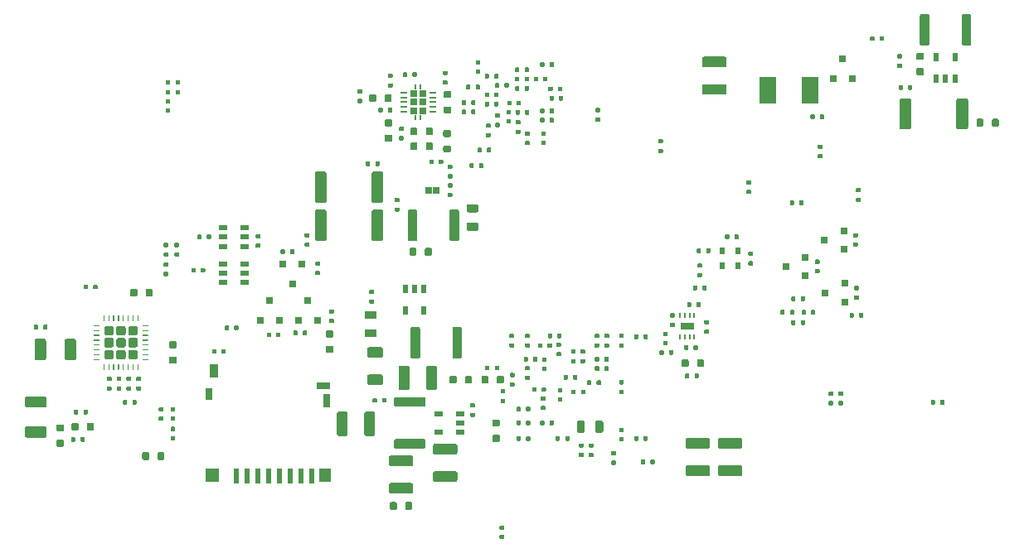
<source format=gbr>
G04 #@! TF.GenerationSoftware,KiCad,Pcbnew,5.1.5-52549c5~84~ubuntu18.04.1*
G04 #@! TF.CreationDate,2019-12-03T23:50:19-05:00*
G04 #@! TF.ProjectId,DFTBoard,44465442-6f61-4726-942e-6b696361645f,rev?*
G04 #@! TF.SameCoordinates,Original*
G04 #@! TF.FileFunction,Paste,Bot*
G04 #@! TF.FilePolarity,Positive*
%FSLAX46Y46*%
G04 Gerber Fmt 4.6, Leading zero omitted, Abs format (unit mm)*
G04 Created by KiCad (PCBNEW 5.1.5-52549c5~84~ubuntu18.04.1) date 2019-12-03 23:50:19*
%MOMM*%
%LPD*%
G04 APERTURE LIST*
%ADD10C,0.125000*%
%ADD11R,0.697600X0.127600*%
%ADD12R,0.640000X0.640000*%
%ADD13R,0.127600X0.547600*%
%ADD14R,0.647600X1.247600*%
%ADD15R,0.847600X1.397600*%
%ADD16R,1.347600X0.647600*%
%ADD17R,0.647600X1.347600*%
%ADD18R,1.347600X1.347600*%
%ADD19R,1.147600X1.347600*%
%ADD20R,0.547600X1.597600*%
%ADD21R,0.747600X0.647600*%
%ADD22R,0.647600X0.747600*%
%ADD23R,0.907600X0.497600*%
%ADD24R,0.497600X0.907600*%
%ADD25R,0.650000X0.750000*%
%ADD26R,0.097600X0.347600*%
%ADD27R,1.447600X0.747600*%
%ADD28R,0.127600X0.497600*%
%ADD29R,1.797600X2.797600*%
%ADD30R,0.497600X0.697600*%
G04 APERTURE END LIST*
D10*
G36*
X160595123Y-141866727D02*
G01*
X160605743Y-141868302D01*
X160616157Y-141870911D01*
X160626266Y-141874528D01*
X160635971Y-141879118D01*
X160645179Y-141884637D01*
X160653803Y-141891033D01*
X160661757Y-141898243D01*
X160668967Y-141906197D01*
X160675363Y-141914821D01*
X160680882Y-141924029D01*
X160685472Y-141933734D01*
X160689089Y-141943843D01*
X160691698Y-141954257D01*
X160693273Y-141964877D01*
X160693800Y-141975600D01*
X160693800Y-142194400D01*
X160693273Y-142205123D01*
X160691698Y-142215743D01*
X160689089Y-142226157D01*
X160685472Y-142236266D01*
X160680882Y-142245971D01*
X160675363Y-142255179D01*
X160668967Y-142263803D01*
X160661757Y-142271757D01*
X160653803Y-142278967D01*
X160645179Y-142285363D01*
X160635971Y-142290882D01*
X160626266Y-142295472D01*
X160616157Y-142299089D01*
X160605743Y-142301698D01*
X160595123Y-142303273D01*
X160584400Y-142303800D01*
X160315600Y-142303800D01*
X160304877Y-142303273D01*
X160294257Y-142301698D01*
X160283843Y-142299089D01*
X160273734Y-142295472D01*
X160264029Y-142290882D01*
X160254821Y-142285363D01*
X160246197Y-142278967D01*
X160238243Y-142271757D01*
X160231033Y-142263803D01*
X160224637Y-142255179D01*
X160219118Y-142245971D01*
X160214528Y-142236266D01*
X160210911Y-142226157D01*
X160208302Y-142215743D01*
X160206727Y-142205123D01*
X160206200Y-142194400D01*
X160206200Y-141975600D01*
X160206727Y-141964877D01*
X160208302Y-141954257D01*
X160210911Y-141943843D01*
X160214528Y-141933734D01*
X160219118Y-141924029D01*
X160224637Y-141914821D01*
X160231033Y-141906197D01*
X160238243Y-141898243D01*
X160246197Y-141891033D01*
X160254821Y-141884637D01*
X160264029Y-141879118D01*
X160273734Y-141874528D01*
X160283843Y-141870911D01*
X160294257Y-141868302D01*
X160304877Y-141866727D01*
X160315600Y-141866200D01*
X160584400Y-141866200D01*
X160595123Y-141866727D01*
G37*
G36*
X160595123Y-140896727D02*
G01*
X160605743Y-140898302D01*
X160616157Y-140900911D01*
X160626266Y-140904528D01*
X160635971Y-140909118D01*
X160645179Y-140914637D01*
X160653803Y-140921033D01*
X160661757Y-140928243D01*
X160668967Y-140936197D01*
X160675363Y-140944821D01*
X160680882Y-140954029D01*
X160685472Y-140963734D01*
X160689089Y-140973843D01*
X160691698Y-140984257D01*
X160693273Y-140994877D01*
X160693800Y-141005600D01*
X160693800Y-141224400D01*
X160693273Y-141235123D01*
X160691698Y-141245743D01*
X160689089Y-141256157D01*
X160685472Y-141266266D01*
X160680882Y-141275971D01*
X160675363Y-141285179D01*
X160668967Y-141293803D01*
X160661757Y-141301757D01*
X160653803Y-141308967D01*
X160645179Y-141315363D01*
X160635971Y-141320882D01*
X160626266Y-141325472D01*
X160616157Y-141329089D01*
X160605743Y-141331698D01*
X160595123Y-141333273D01*
X160584400Y-141333800D01*
X160315600Y-141333800D01*
X160304877Y-141333273D01*
X160294257Y-141331698D01*
X160283843Y-141329089D01*
X160273734Y-141325472D01*
X160264029Y-141320882D01*
X160254821Y-141315363D01*
X160246197Y-141308967D01*
X160238243Y-141301757D01*
X160231033Y-141293803D01*
X160224637Y-141285179D01*
X160219118Y-141275971D01*
X160214528Y-141266266D01*
X160210911Y-141256157D01*
X160208302Y-141245743D01*
X160206727Y-141235123D01*
X160206200Y-141224400D01*
X160206200Y-141005600D01*
X160206727Y-140994877D01*
X160208302Y-140984257D01*
X160210911Y-140973843D01*
X160214528Y-140963734D01*
X160219118Y-140954029D01*
X160224637Y-140944821D01*
X160231033Y-140936197D01*
X160238243Y-140928243D01*
X160246197Y-140921033D01*
X160254821Y-140914637D01*
X160264029Y-140909118D01*
X160273734Y-140904528D01*
X160283843Y-140900911D01*
X160294257Y-140898302D01*
X160304877Y-140896727D01*
X160315600Y-140896200D01*
X160584400Y-140896200D01*
X160595123Y-140896727D01*
G37*
G36*
X159645123Y-143541727D02*
G01*
X159655743Y-143543302D01*
X159666157Y-143545911D01*
X159676266Y-143549528D01*
X159685971Y-143554118D01*
X159695179Y-143559637D01*
X159703803Y-143566033D01*
X159711757Y-143573243D01*
X159718967Y-143581197D01*
X159725363Y-143589821D01*
X159730882Y-143599029D01*
X159735472Y-143608734D01*
X159739089Y-143618843D01*
X159741698Y-143629257D01*
X159743273Y-143639877D01*
X159743800Y-143650600D01*
X159743800Y-143869400D01*
X159743273Y-143880123D01*
X159741698Y-143890743D01*
X159739089Y-143901157D01*
X159735472Y-143911266D01*
X159730882Y-143920971D01*
X159725363Y-143930179D01*
X159718967Y-143938803D01*
X159711757Y-143946757D01*
X159703803Y-143953967D01*
X159695179Y-143960363D01*
X159685971Y-143965882D01*
X159676266Y-143970472D01*
X159666157Y-143974089D01*
X159655743Y-143976698D01*
X159645123Y-143978273D01*
X159634400Y-143978800D01*
X159365600Y-143978800D01*
X159354877Y-143978273D01*
X159344257Y-143976698D01*
X159333843Y-143974089D01*
X159323734Y-143970472D01*
X159314029Y-143965882D01*
X159304821Y-143960363D01*
X159296197Y-143953967D01*
X159288243Y-143946757D01*
X159281033Y-143938803D01*
X159274637Y-143930179D01*
X159269118Y-143920971D01*
X159264528Y-143911266D01*
X159260911Y-143901157D01*
X159258302Y-143890743D01*
X159256727Y-143880123D01*
X159256200Y-143869400D01*
X159256200Y-143650600D01*
X159256727Y-143639877D01*
X159258302Y-143629257D01*
X159260911Y-143618843D01*
X159264528Y-143608734D01*
X159269118Y-143599029D01*
X159274637Y-143589821D01*
X159281033Y-143581197D01*
X159288243Y-143573243D01*
X159296197Y-143566033D01*
X159304821Y-143559637D01*
X159314029Y-143554118D01*
X159323734Y-143549528D01*
X159333843Y-143545911D01*
X159344257Y-143543302D01*
X159354877Y-143541727D01*
X159365600Y-143541200D01*
X159634400Y-143541200D01*
X159645123Y-143541727D01*
G37*
G36*
X159645123Y-142571727D02*
G01*
X159655743Y-142573302D01*
X159666157Y-142575911D01*
X159676266Y-142579528D01*
X159685971Y-142584118D01*
X159695179Y-142589637D01*
X159703803Y-142596033D01*
X159711757Y-142603243D01*
X159718967Y-142611197D01*
X159725363Y-142619821D01*
X159730882Y-142629029D01*
X159735472Y-142638734D01*
X159739089Y-142648843D01*
X159741698Y-142659257D01*
X159743273Y-142669877D01*
X159743800Y-142680600D01*
X159743800Y-142899400D01*
X159743273Y-142910123D01*
X159741698Y-142920743D01*
X159739089Y-142931157D01*
X159735472Y-142941266D01*
X159730882Y-142950971D01*
X159725363Y-142960179D01*
X159718967Y-142968803D01*
X159711757Y-142976757D01*
X159703803Y-142983967D01*
X159695179Y-142990363D01*
X159685971Y-142995882D01*
X159676266Y-143000472D01*
X159666157Y-143004089D01*
X159655743Y-143006698D01*
X159645123Y-143008273D01*
X159634400Y-143008800D01*
X159365600Y-143008800D01*
X159354877Y-143008273D01*
X159344257Y-143006698D01*
X159333843Y-143004089D01*
X159323734Y-143000472D01*
X159314029Y-142995882D01*
X159304821Y-142990363D01*
X159296197Y-142983967D01*
X159288243Y-142976757D01*
X159281033Y-142968803D01*
X159274637Y-142960179D01*
X159269118Y-142950971D01*
X159264528Y-142941266D01*
X159260911Y-142931157D01*
X159258302Y-142920743D01*
X159256727Y-142910123D01*
X159256200Y-142899400D01*
X159256200Y-142680600D01*
X159256727Y-142669877D01*
X159258302Y-142659257D01*
X159260911Y-142648843D01*
X159264528Y-142638734D01*
X159269118Y-142629029D01*
X159274637Y-142619821D01*
X159281033Y-142611197D01*
X159288243Y-142603243D01*
X159296197Y-142596033D01*
X159304821Y-142589637D01*
X159314029Y-142584118D01*
X159323734Y-142579528D01*
X159333843Y-142575911D01*
X159344257Y-142573302D01*
X159354877Y-142571727D01*
X159365600Y-142571200D01*
X159634400Y-142571200D01*
X159645123Y-142571727D01*
G37*
G36*
X147050797Y-141052257D02*
G01*
X147072106Y-141055418D01*
X147093003Y-141060652D01*
X147113287Y-141067910D01*
X147132761Y-141077121D01*
X147151239Y-141088196D01*
X147168542Y-141101029D01*
X147184504Y-141115496D01*
X147198971Y-141131458D01*
X147211804Y-141148761D01*
X147222879Y-141167239D01*
X147232090Y-141186713D01*
X147239348Y-141206997D01*
X147244582Y-141227894D01*
X147247743Y-141249203D01*
X147248800Y-141270720D01*
X147248800Y-141929280D01*
X147247743Y-141950797D01*
X147244582Y-141972106D01*
X147239348Y-141993003D01*
X147232090Y-142013287D01*
X147222879Y-142032761D01*
X147211804Y-142051239D01*
X147198971Y-142068542D01*
X147184504Y-142084504D01*
X147168542Y-142098971D01*
X147151239Y-142111804D01*
X147132761Y-142122879D01*
X147113287Y-142132090D01*
X147093003Y-142139348D01*
X147072106Y-142144582D01*
X147050797Y-142147743D01*
X147029280Y-142148800D01*
X145870720Y-142148800D01*
X145849203Y-142147743D01*
X145827894Y-142144582D01*
X145806997Y-142139348D01*
X145786713Y-142132090D01*
X145767239Y-142122879D01*
X145748761Y-142111804D01*
X145731458Y-142098971D01*
X145715496Y-142084504D01*
X145701029Y-142068542D01*
X145688196Y-142051239D01*
X145677121Y-142032761D01*
X145667910Y-142013287D01*
X145660652Y-141993003D01*
X145655418Y-141972106D01*
X145652257Y-141950797D01*
X145651200Y-141929280D01*
X145651200Y-141270720D01*
X145652257Y-141249203D01*
X145655418Y-141227894D01*
X145660652Y-141206997D01*
X145667910Y-141186713D01*
X145677121Y-141167239D01*
X145688196Y-141148761D01*
X145701029Y-141131458D01*
X145715496Y-141115496D01*
X145731458Y-141101029D01*
X145748761Y-141088196D01*
X145767239Y-141077121D01*
X145786713Y-141067910D01*
X145806997Y-141060652D01*
X145827894Y-141055418D01*
X145849203Y-141052257D01*
X145870720Y-141051200D01*
X147029280Y-141051200D01*
X147050797Y-141052257D01*
G37*
G36*
X147050797Y-138252257D02*
G01*
X147072106Y-138255418D01*
X147093003Y-138260652D01*
X147113287Y-138267910D01*
X147132761Y-138277121D01*
X147151239Y-138288196D01*
X147168542Y-138301029D01*
X147184504Y-138315496D01*
X147198971Y-138331458D01*
X147211804Y-138348761D01*
X147222879Y-138367239D01*
X147232090Y-138386713D01*
X147239348Y-138406997D01*
X147244582Y-138427894D01*
X147247743Y-138449203D01*
X147248800Y-138470720D01*
X147248800Y-139129280D01*
X147247743Y-139150797D01*
X147244582Y-139172106D01*
X147239348Y-139193003D01*
X147232090Y-139213287D01*
X147222879Y-139232761D01*
X147211804Y-139251239D01*
X147198971Y-139268542D01*
X147184504Y-139284504D01*
X147168542Y-139298971D01*
X147151239Y-139311804D01*
X147132761Y-139322879D01*
X147113287Y-139332090D01*
X147093003Y-139339348D01*
X147072106Y-139344582D01*
X147050797Y-139347743D01*
X147029280Y-139348800D01*
X145870720Y-139348800D01*
X145849203Y-139347743D01*
X145827894Y-139344582D01*
X145806997Y-139339348D01*
X145786713Y-139332090D01*
X145767239Y-139322879D01*
X145748761Y-139311804D01*
X145731458Y-139298971D01*
X145715496Y-139284504D01*
X145701029Y-139268542D01*
X145688196Y-139251239D01*
X145677121Y-139232761D01*
X145667910Y-139213287D01*
X145660652Y-139193003D01*
X145655418Y-139172106D01*
X145652257Y-139150797D01*
X145651200Y-139129280D01*
X145651200Y-138470720D01*
X145652257Y-138449203D01*
X145655418Y-138427894D01*
X145660652Y-138406997D01*
X145667910Y-138386713D01*
X145677121Y-138367239D01*
X145688196Y-138348761D01*
X145701029Y-138331458D01*
X145715496Y-138315496D01*
X145731458Y-138301029D01*
X145748761Y-138288196D01*
X145767239Y-138277121D01*
X145786713Y-138267910D01*
X145806997Y-138260652D01*
X145827894Y-138255418D01*
X145849203Y-138252257D01*
X145870720Y-138251200D01*
X147029280Y-138251200D01*
X147050797Y-138252257D01*
G37*
D11*
X152315000Y-112210000D03*
X152315000Y-112710000D03*
X152315000Y-113210000D03*
X152315000Y-113710000D03*
X152315000Y-114210000D03*
X149365000Y-114210000D03*
X149365000Y-113710000D03*
X149365000Y-113210000D03*
X149365000Y-112710000D03*
X149365000Y-112210000D03*
D12*
X150360000Y-114070000D03*
D13*
X151090000Y-111660000D03*
X151090000Y-114760000D03*
X150590000Y-111660000D03*
X150590000Y-114760000D03*
D12*
X151320000Y-114070000D03*
X151320000Y-113210000D03*
X150360000Y-113210000D03*
X151320000Y-112350000D03*
X150360000Y-112350000D03*
D10*
G36*
X182150797Y-111352257D02*
G01*
X182172106Y-111355418D01*
X182193003Y-111360652D01*
X182213287Y-111367910D01*
X182232761Y-111377121D01*
X182251239Y-111388196D01*
X182268542Y-111401029D01*
X182284504Y-111415496D01*
X182298971Y-111431458D01*
X182311804Y-111448761D01*
X182322879Y-111467239D01*
X182332090Y-111486713D01*
X182339348Y-111506997D01*
X182344582Y-111527894D01*
X182347743Y-111549203D01*
X182348800Y-111570720D01*
X182348800Y-112229280D01*
X182347743Y-112250797D01*
X182344582Y-112272106D01*
X182339348Y-112293003D01*
X182332090Y-112313287D01*
X182322879Y-112332761D01*
X182311804Y-112351239D01*
X182298971Y-112368542D01*
X182284504Y-112384504D01*
X182268542Y-112398971D01*
X182251239Y-112411804D01*
X182232761Y-112422879D01*
X182213287Y-112432090D01*
X182193003Y-112439348D01*
X182172106Y-112444582D01*
X182150797Y-112447743D01*
X182129280Y-112448800D01*
X180070720Y-112448800D01*
X180049203Y-112447743D01*
X180027894Y-112444582D01*
X180006997Y-112439348D01*
X179986713Y-112432090D01*
X179967239Y-112422879D01*
X179948761Y-112411804D01*
X179931458Y-112398971D01*
X179915496Y-112384504D01*
X179901029Y-112368542D01*
X179888196Y-112351239D01*
X179877121Y-112332761D01*
X179867910Y-112313287D01*
X179860652Y-112293003D01*
X179855418Y-112272106D01*
X179852257Y-112250797D01*
X179851200Y-112229280D01*
X179851200Y-111570720D01*
X179852257Y-111549203D01*
X179855418Y-111527894D01*
X179860652Y-111506997D01*
X179867910Y-111486713D01*
X179877121Y-111467239D01*
X179888196Y-111448761D01*
X179901029Y-111431458D01*
X179915496Y-111415496D01*
X179931458Y-111401029D01*
X179948761Y-111388196D01*
X179967239Y-111377121D01*
X179986713Y-111367910D01*
X180006997Y-111360652D01*
X180027894Y-111355418D01*
X180049203Y-111352257D01*
X180070720Y-111351200D01*
X182129280Y-111351200D01*
X182150797Y-111352257D01*
G37*
G36*
X182150797Y-108552257D02*
G01*
X182172106Y-108555418D01*
X182193003Y-108560652D01*
X182213287Y-108567910D01*
X182232761Y-108577121D01*
X182251239Y-108588196D01*
X182268542Y-108601029D01*
X182284504Y-108615496D01*
X182298971Y-108631458D01*
X182311804Y-108648761D01*
X182322879Y-108667239D01*
X182332090Y-108686713D01*
X182339348Y-108706997D01*
X182344582Y-108727894D01*
X182347743Y-108749203D01*
X182348800Y-108770720D01*
X182348800Y-109429280D01*
X182347743Y-109450797D01*
X182344582Y-109472106D01*
X182339348Y-109493003D01*
X182332090Y-109513287D01*
X182322879Y-109532761D01*
X182311804Y-109551239D01*
X182298971Y-109568542D01*
X182284504Y-109584504D01*
X182268542Y-109598971D01*
X182251239Y-109611804D01*
X182232761Y-109622879D01*
X182213287Y-109632090D01*
X182193003Y-109639348D01*
X182172106Y-109644582D01*
X182150797Y-109647743D01*
X182129280Y-109648800D01*
X180070720Y-109648800D01*
X180049203Y-109647743D01*
X180027894Y-109644582D01*
X180006997Y-109639348D01*
X179986713Y-109632090D01*
X179967239Y-109622879D01*
X179948761Y-109611804D01*
X179931458Y-109598971D01*
X179915496Y-109584504D01*
X179901029Y-109568542D01*
X179888196Y-109551239D01*
X179877121Y-109532761D01*
X179867910Y-109513287D01*
X179860652Y-109493003D01*
X179855418Y-109472106D01*
X179852257Y-109450797D01*
X179851200Y-109429280D01*
X179851200Y-108770720D01*
X179852257Y-108749203D01*
X179855418Y-108727894D01*
X179860652Y-108706997D01*
X179867910Y-108686713D01*
X179877121Y-108667239D01*
X179888196Y-108648761D01*
X179901029Y-108631458D01*
X179915496Y-108615496D01*
X179931458Y-108601029D01*
X179948761Y-108588196D01*
X179967239Y-108577121D01*
X179986713Y-108567910D01*
X180006997Y-108560652D01*
X180027894Y-108555418D01*
X180049203Y-108552257D01*
X180070720Y-108551200D01*
X182129280Y-108551200D01*
X182150797Y-108552257D01*
G37*
G36*
X188185123Y-134456727D02*
G01*
X188195743Y-134458302D01*
X188206157Y-134460911D01*
X188216266Y-134464528D01*
X188225971Y-134469118D01*
X188235179Y-134474637D01*
X188243803Y-134481033D01*
X188251757Y-134488243D01*
X188258967Y-134496197D01*
X188265363Y-134504821D01*
X188270882Y-134514029D01*
X188275472Y-134523734D01*
X188279089Y-134533843D01*
X188281698Y-134544257D01*
X188283273Y-134554877D01*
X188283800Y-134565600D01*
X188283800Y-134834400D01*
X188283273Y-134845123D01*
X188281698Y-134855743D01*
X188279089Y-134866157D01*
X188275472Y-134876266D01*
X188270882Y-134885971D01*
X188265363Y-134895179D01*
X188258967Y-134903803D01*
X188251757Y-134911757D01*
X188243803Y-134918967D01*
X188235179Y-134925363D01*
X188225971Y-134930882D01*
X188216266Y-134935472D01*
X188206157Y-134939089D01*
X188195743Y-134941698D01*
X188185123Y-134943273D01*
X188174400Y-134943800D01*
X187955600Y-134943800D01*
X187944877Y-134943273D01*
X187934257Y-134941698D01*
X187923843Y-134939089D01*
X187913734Y-134935472D01*
X187904029Y-134930882D01*
X187894821Y-134925363D01*
X187886197Y-134918967D01*
X187878243Y-134911757D01*
X187871033Y-134903803D01*
X187864637Y-134895179D01*
X187859118Y-134885971D01*
X187854528Y-134876266D01*
X187850911Y-134866157D01*
X187848302Y-134855743D01*
X187846727Y-134845123D01*
X187846200Y-134834400D01*
X187846200Y-134565600D01*
X187846727Y-134554877D01*
X187848302Y-134544257D01*
X187850911Y-134533843D01*
X187854528Y-134523734D01*
X187859118Y-134514029D01*
X187864637Y-134504821D01*
X187871033Y-134496197D01*
X187878243Y-134488243D01*
X187886197Y-134481033D01*
X187894821Y-134474637D01*
X187904029Y-134469118D01*
X187913734Y-134464528D01*
X187923843Y-134460911D01*
X187934257Y-134458302D01*
X187944877Y-134456727D01*
X187955600Y-134456200D01*
X188174400Y-134456200D01*
X188185123Y-134456727D01*
G37*
G36*
X189155123Y-134456727D02*
G01*
X189165743Y-134458302D01*
X189176157Y-134460911D01*
X189186266Y-134464528D01*
X189195971Y-134469118D01*
X189205179Y-134474637D01*
X189213803Y-134481033D01*
X189221757Y-134488243D01*
X189228967Y-134496197D01*
X189235363Y-134504821D01*
X189240882Y-134514029D01*
X189245472Y-134523734D01*
X189249089Y-134533843D01*
X189251698Y-134544257D01*
X189253273Y-134554877D01*
X189253800Y-134565600D01*
X189253800Y-134834400D01*
X189253273Y-134845123D01*
X189251698Y-134855743D01*
X189249089Y-134866157D01*
X189245472Y-134876266D01*
X189240882Y-134885971D01*
X189235363Y-134895179D01*
X189228967Y-134903803D01*
X189221757Y-134911757D01*
X189213803Y-134918967D01*
X189205179Y-134925363D01*
X189195971Y-134930882D01*
X189186266Y-134935472D01*
X189176157Y-134939089D01*
X189165743Y-134941698D01*
X189155123Y-134943273D01*
X189144400Y-134943800D01*
X188925600Y-134943800D01*
X188914877Y-134943273D01*
X188904257Y-134941698D01*
X188893843Y-134939089D01*
X188883734Y-134935472D01*
X188874029Y-134930882D01*
X188864821Y-134925363D01*
X188856197Y-134918967D01*
X188848243Y-134911757D01*
X188841033Y-134903803D01*
X188834637Y-134895179D01*
X188829118Y-134885971D01*
X188824528Y-134876266D01*
X188820911Y-134866157D01*
X188818302Y-134855743D01*
X188816727Y-134845123D01*
X188816200Y-134834400D01*
X188816200Y-134565600D01*
X188816727Y-134554877D01*
X188818302Y-134544257D01*
X188820911Y-134533843D01*
X188824528Y-134523734D01*
X188829118Y-134514029D01*
X188834637Y-134504821D01*
X188841033Y-134496197D01*
X188848243Y-134488243D01*
X188856197Y-134481033D01*
X188864821Y-134474637D01*
X188874029Y-134469118D01*
X188883734Y-134464528D01*
X188893843Y-134460911D01*
X188904257Y-134458302D01*
X188914877Y-134456727D01*
X188925600Y-134456200D01*
X189144400Y-134456200D01*
X189155123Y-134456727D01*
G37*
G36*
X191305123Y-134456727D02*
G01*
X191315743Y-134458302D01*
X191326157Y-134460911D01*
X191336266Y-134464528D01*
X191345971Y-134469118D01*
X191355179Y-134474637D01*
X191363803Y-134481033D01*
X191371757Y-134488243D01*
X191378967Y-134496197D01*
X191385363Y-134504821D01*
X191390882Y-134514029D01*
X191395472Y-134523734D01*
X191399089Y-134533843D01*
X191401698Y-134544257D01*
X191403273Y-134554877D01*
X191403800Y-134565600D01*
X191403800Y-134834400D01*
X191403273Y-134845123D01*
X191401698Y-134855743D01*
X191399089Y-134866157D01*
X191395472Y-134876266D01*
X191390882Y-134885971D01*
X191385363Y-134895179D01*
X191378967Y-134903803D01*
X191371757Y-134911757D01*
X191363803Y-134918967D01*
X191355179Y-134925363D01*
X191345971Y-134930882D01*
X191336266Y-134935472D01*
X191326157Y-134939089D01*
X191315743Y-134941698D01*
X191305123Y-134943273D01*
X191294400Y-134943800D01*
X191075600Y-134943800D01*
X191064877Y-134943273D01*
X191054257Y-134941698D01*
X191043843Y-134939089D01*
X191033734Y-134935472D01*
X191024029Y-134930882D01*
X191014821Y-134925363D01*
X191006197Y-134918967D01*
X190998243Y-134911757D01*
X190991033Y-134903803D01*
X190984637Y-134895179D01*
X190979118Y-134885971D01*
X190974528Y-134876266D01*
X190970911Y-134866157D01*
X190968302Y-134855743D01*
X190966727Y-134845123D01*
X190966200Y-134834400D01*
X190966200Y-134565600D01*
X190966727Y-134554877D01*
X190968302Y-134544257D01*
X190970911Y-134533843D01*
X190974528Y-134523734D01*
X190979118Y-134514029D01*
X190984637Y-134504821D01*
X190991033Y-134496197D01*
X190998243Y-134488243D01*
X191006197Y-134481033D01*
X191014821Y-134474637D01*
X191024029Y-134469118D01*
X191033734Y-134464528D01*
X191043843Y-134460911D01*
X191054257Y-134458302D01*
X191064877Y-134456727D01*
X191075600Y-134456200D01*
X191294400Y-134456200D01*
X191305123Y-134456727D01*
G37*
G36*
X190335123Y-134456727D02*
G01*
X190345743Y-134458302D01*
X190356157Y-134460911D01*
X190366266Y-134464528D01*
X190375971Y-134469118D01*
X190385179Y-134474637D01*
X190393803Y-134481033D01*
X190401757Y-134488243D01*
X190408967Y-134496197D01*
X190415363Y-134504821D01*
X190420882Y-134514029D01*
X190425472Y-134523734D01*
X190429089Y-134533843D01*
X190431698Y-134544257D01*
X190433273Y-134554877D01*
X190433800Y-134565600D01*
X190433800Y-134834400D01*
X190433273Y-134845123D01*
X190431698Y-134855743D01*
X190429089Y-134866157D01*
X190425472Y-134876266D01*
X190420882Y-134885971D01*
X190415363Y-134895179D01*
X190408967Y-134903803D01*
X190401757Y-134911757D01*
X190393803Y-134918967D01*
X190385179Y-134925363D01*
X190375971Y-134930882D01*
X190366266Y-134935472D01*
X190356157Y-134939089D01*
X190345743Y-134941698D01*
X190335123Y-134943273D01*
X190324400Y-134943800D01*
X190105600Y-134943800D01*
X190094877Y-134943273D01*
X190084257Y-134941698D01*
X190073843Y-134939089D01*
X190063734Y-134935472D01*
X190054029Y-134930882D01*
X190044821Y-134925363D01*
X190036197Y-134918967D01*
X190028243Y-134911757D01*
X190021033Y-134903803D01*
X190014637Y-134895179D01*
X190009118Y-134885971D01*
X190004528Y-134876266D01*
X190000911Y-134866157D01*
X189998302Y-134855743D01*
X189996727Y-134845123D01*
X189996200Y-134834400D01*
X189996200Y-134565600D01*
X189996727Y-134554877D01*
X189998302Y-134544257D01*
X190000911Y-134533843D01*
X190004528Y-134523734D01*
X190009118Y-134514029D01*
X190014637Y-134504821D01*
X190021033Y-134496197D01*
X190028243Y-134488243D01*
X190036197Y-134481033D01*
X190044821Y-134474637D01*
X190054029Y-134469118D01*
X190063734Y-134464528D01*
X190073843Y-134460911D01*
X190084257Y-134458302D01*
X190094877Y-134456727D01*
X190105600Y-134456200D01*
X190324400Y-134456200D01*
X190335123Y-134456727D01*
G37*
G36*
X190255123Y-133056727D02*
G01*
X190265743Y-133058302D01*
X190276157Y-133060911D01*
X190286266Y-133064528D01*
X190295971Y-133069118D01*
X190305179Y-133074637D01*
X190313803Y-133081033D01*
X190321757Y-133088243D01*
X190328967Y-133096197D01*
X190335363Y-133104821D01*
X190340882Y-133114029D01*
X190345472Y-133123734D01*
X190349089Y-133133843D01*
X190351698Y-133144257D01*
X190353273Y-133154877D01*
X190353800Y-133165600D01*
X190353800Y-133434400D01*
X190353273Y-133445123D01*
X190351698Y-133455743D01*
X190349089Y-133466157D01*
X190345472Y-133476266D01*
X190340882Y-133485971D01*
X190335363Y-133495179D01*
X190328967Y-133503803D01*
X190321757Y-133511757D01*
X190313803Y-133518967D01*
X190305179Y-133525363D01*
X190295971Y-133530882D01*
X190286266Y-133535472D01*
X190276157Y-133539089D01*
X190265743Y-133541698D01*
X190255123Y-133543273D01*
X190244400Y-133543800D01*
X190025600Y-133543800D01*
X190014877Y-133543273D01*
X190004257Y-133541698D01*
X189993843Y-133539089D01*
X189983734Y-133535472D01*
X189974029Y-133530882D01*
X189964821Y-133525363D01*
X189956197Y-133518967D01*
X189948243Y-133511757D01*
X189941033Y-133503803D01*
X189934637Y-133495179D01*
X189929118Y-133485971D01*
X189924528Y-133476266D01*
X189920911Y-133466157D01*
X189918302Y-133455743D01*
X189916727Y-133445123D01*
X189916200Y-133434400D01*
X189916200Y-133165600D01*
X189916727Y-133154877D01*
X189918302Y-133144257D01*
X189920911Y-133133843D01*
X189924528Y-133123734D01*
X189929118Y-133114029D01*
X189934637Y-133104821D01*
X189941033Y-133096197D01*
X189948243Y-133088243D01*
X189956197Y-133081033D01*
X189964821Y-133074637D01*
X189974029Y-133069118D01*
X189983734Y-133064528D01*
X189993843Y-133060911D01*
X190004257Y-133058302D01*
X190014877Y-133056727D01*
X190025600Y-133056200D01*
X190244400Y-133056200D01*
X190255123Y-133056727D01*
G37*
G36*
X189285123Y-133056727D02*
G01*
X189295743Y-133058302D01*
X189306157Y-133060911D01*
X189316266Y-133064528D01*
X189325971Y-133069118D01*
X189335179Y-133074637D01*
X189343803Y-133081033D01*
X189351757Y-133088243D01*
X189358967Y-133096197D01*
X189365363Y-133104821D01*
X189370882Y-133114029D01*
X189375472Y-133123734D01*
X189379089Y-133133843D01*
X189381698Y-133144257D01*
X189383273Y-133154877D01*
X189383800Y-133165600D01*
X189383800Y-133434400D01*
X189383273Y-133445123D01*
X189381698Y-133455743D01*
X189379089Y-133466157D01*
X189375472Y-133476266D01*
X189370882Y-133485971D01*
X189365363Y-133495179D01*
X189358967Y-133503803D01*
X189351757Y-133511757D01*
X189343803Y-133518967D01*
X189335179Y-133525363D01*
X189325971Y-133530882D01*
X189316266Y-133535472D01*
X189306157Y-133539089D01*
X189295743Y-133541698D01*
X189285123Y-133543273D01*
X189274400Y-133543800D01*
X189055600Y-133543800D01*
X189044877Y-133543273D01*
X189034257Y-133541698D01*
X189023843Y-133539089D01*
X189013734Y-133535472D01*
X189004029Y-133530882D01*
X188994821Y-133525363D01*
X188986197Y-133518967D01*
X188978243Y-133511757D01*
X188971033Y-133503803D01*
X188964637Y-133495179D01*
X188959118Y-133485971D01*
X188954528Y-133476266D01*
X188950911Y-133466157D01*
X188948302Y-133455743D01*
X188946727Y-133445123D01*
X188946200Y-133434400D01*
X188946200Y-133165600D01*
X188946727Y-133154877D01*
X188948302Y-133144257D01*
X188950911Y-133133843D01*
X188954528Y-133123734D01*
X188959118Y-133114029D01*
X188964637Y-133104821D01*
X188971033Y-133096197D01*
X188978243Y-133088243D01*
X188986197Y-133081033D01*
X188994821Y-133074637D01*
X189004029Y-133069118D01*
X189013734Y-133064528D01*
X189023843Y-133060911D01*
X189034257Y-133058302D01*
X189044877Y-133056727D01*
X189055600Y-133056200D01*
X189274400Y-133056200D01*
X189285123Y-133056727D01*
G37*
G36*
X169345123Y-114766727D02*
G01*
X169355743Y-114768302D01*
X169366157Y-114770911D01*
X169376266Y-114774528D01*
X169385971Y-114779118D01*
X169395179Y-114784637D01*
X169403803Y-114791033D01*
X169411757Y-114798243D01*
X169418967Y-114806197D01*
X169425363Y-114814821D01*
X169430882Y-114824029D01*
X169435472Y-114833734D01*
X169439089Y-114843843D01*
X169441698Y-114854257D01*
X169443273Y-114864877D01*
X169443800Y-114875600D01*
X169443800Y-115094400D01*
X169443273Y-115105123D01*
X169441698Y-115115743D01*
X169439089Y-115126157D01*
X169435472Y-115136266D01*
X169430882Y-115145971D01*
X169425363Y-115155179D01*
X169418967Y-115163803D01*
X169411757Y-115171757D01*
X169403803Y-115178967D01*
X169395179Y-115185363D01*
X169385971Y-115190882D01*
X169376266Y-115195472D01*
X169366157Y-115199089D01*
X169355743Y-115201698D01*
X169345123Y-115203273D01*
X169334400Y-115203800D01*
X169065600Y-115203800D01*
X169054877Y-115203273D01*
X169044257Y-115201698D01*
X169033843Y-115199089D01*
X169023734Y-115195472D01*
X169014029Y-115190882D01*
X169004821Y-115185363D01*
X168996197Y-115178967D01*
X168988243Y-115171757D01*
X168981033Y-115163803D01*
X168974637Y-115155179D01*
X168969118Y-115145971D01*
X168964528Y-115136266D01*
X168960911Y-115126157D01*
X168958302Y-115115743D01*
X168956727Y-115105123D01*
X168956200Y-115094400D01*
X168956200Y-114875600D01*
X168956727Y-114864877D01*
X168958302Y-114854257D01*
X168960911Y-114843843D01*
X168964528Y-114833734D01*
X168969118Y-114824029D01*
X168974637Y-114814821D01*
X168981033Y-114806197D01*
X168988243Y-114798243D01*
X168996197Y-114791033D01*
X169004821Y-114784637D01*
X169014029Y-114779118D01*
X169023734Y-114774528D01*
X169033843Y-114770911D01*
X169044257Y-114768302D01*
X169054877Y-114766727D01*
X169065600Y-114766200D01*
X169334400Y-114766200D01*
X169345123Y-114766727D01*
G37*
G36*
X169345123Y-113796727D02*
G01*
X169355743Y-113798302D01*
X169366157Y-113800911D01*
X169376266Y-113804528D01*
X169385971Y-113809118D01*
X169395179Y-113814637D01*
X169403803Y-113821033D01*
X169411757Y-113828243D01*
X169418967Y-113836197D01*
X169425363Y-113844821D01*
X169430882Y-113854029D01*
X169435472Y-113863734D01*
X169439089Y-113873843D01*
X169441698Y-113884257D01*
X169443273Y-113894877D01*
X169443800Y-113905600D01*
X169443800Y-114124400D01*
X169443273Y-114135123D01*
X169441698Y-114145743D01*
X169439089Y-114156157D01*
X169435472Y-114166266D01*
X169430882Y-114175971D01*
X169425363Y-114185179D01*
X169418967Y-114193803D01*
X169411757Y-114201757D01*
X169403803Y-114208967D01*
X169395179Y-114215363D01*
X169385971Y-114220882D01*
X169376266Y-114225472D01*
X169366157Y-114229089D01*
X169355743Y-114231698D01*
X169345123Y-114233273D01*
X169334400Y-114233800D01*
X169065600Y-114233800D01*
X169054877Y-114233273D01*
X169044257Y-114231698D01*
X169033843Y-114229089D01*
X169023734Y-114225472D01*
X169014029Y-114220882D01*
X169004821Y-114215363D01*
X168996197Y-114208967D01*
X168988243Y-114201757D01*
X168981033Y-114193803D01*
X168974637Y-114185179D01*
X168969118Y-114175971D01*
X168964528Y-114166266D01*
X168960911Y-114156157D01*
X168958302Y-114145743D01*
X168956727Y-114135123D01*
X168956200Y-114124400D01*
X168956200Y-113905600D01*
X168956727Y-113894877D01*
X168958302Y-113884257D01*
X168960911Y-113873843D01*
X168964528Y-113863734D01*
X168969118Y-113854029D01*
X168974637Y-113844821D01*
X168981033Y-113836197D01*
X168988243Y-113828243D01*
X168996197Y-113821033D01*
X169004821Y-113814637D01*
X169014029Y-113809118D01*
X169023734Y-113804528D01*
X169033843Y-113800911D01*
X169044257Y-113798302D01*
X169054877Y-113796727D01*
X169065600Y-113796200D01*
X169334400Y-113796200D01*
X169345123Y-113796727D01*
G37*
G36*
X165345123Y-137796727D02*
G01*
X165355743Y-137798302D01*
X165366157Y-137800911D01*
X165376266Y-137804528D01*
X165385971Y-137809118D01*
X165395179Y-137814637D01*
X165403803Y-137821033D01*
X165411757Y-137828243D01*
X165418967Y-137836197D01*
X165425363Y-137844821D01*
X165430882Y-137854029D01*
X165435472Y-137863734D01*
X165439089Y-137873843D01*
X165441698Y-137884257D01*
X165443273Y-137894877D01*
X165443800Y-137905600D01*
X165443800Y-138124400D01*
X165443273Y-138135123D01*
X165441698Y-138145743D01*
X165439089Y-138156157D01*
X165435472Y-138166266D01*
X165430882Y-138175971D01*
X165425363Y-138185179D01*
X165418967Y-138193803D01*
X165411757Y-138201757D01*
X165403803Y-138208967D01*
X165395179Y-138215363D01*
X165385971Y-138220882D01*
X165376266Y-138225472D01*
X165366157Y-138229089D01*
X165355743Y-138231698D01*
X165345123Y-138233273D01*
X165334400Y-138233800D01*
X165065600Y-138233800D01*
X165054877Y-138233273D01*
X165044257Y-138231698D01*
X165033843Y-138229089D01*
X165023734Y-138225472D01*
X165014029Y-138220882D01*
X165004821Y-138215363D01*
X164996197Y-138208967D01*
X164988243Y-138201757D01*
X164981033Y-138193803D01*
X164974637Y-138185179D01*
X164969118Y-138175971D01*
X164964528Y-138166266D01*
X164960911Y-138156157D01*
X164958302Y-138145743D01*
X164956727Y-138135123D01*
X164956200Y-138124400D01*
X164956200Y-137905600D01*
X164956727Y-137894877D01*
X164958302Y-137884257D01*
X164960911Y-137873843D01*
X164964528Y-137863734D01*
X164969118Y-137854029D01*
X164974637Y-137844821D01*
X164981033Y-137836197D01*
X164988243Y-137828243D01*
X164996197Y-137821033D01*
X165004821Y-137814637D01*
X165014029Y-137809118D01*
X165023734Y-137804528D01*
X165033843Y-137800911D01*
X165044257Y-137798302D01*
X165054877Y-137796727D01*
X165065600Y-137796200D01*
X165334400Y-137796200D01*
X165345123Y-137796727D01*
G37*
G36*
X165345123Y-138766727D02*
G01*
X165355743Y-138768302D01*
X165366157Y-138770911D01*
X165376266Y-138774528D01*
X165385971Y-138779118D01*
X165395179Y-138784637D01*
X165403803Y-138791033D01*
X165411757Y-138798243D01*
X165418967Y-138806197D01*
X165425363Y-138814821D01*
X165430882Y-138824029D01*
X165435472Y-138833734D01*
X165439089Y-138843843D01*
X165441698Y-138854257D01*
X165443273Y-138864877D01*
X165443800Y-138875600D01*
X165443800Y-139094400D01*
X165443273Y-139105123D01*
X165441698Y-139115743D01*
X165439089Y-139126157D01*
X165435472Y-139136266D01*
X165430882Y-139145971D01*
X165425363Y-139155179D01*
X165418967Y-139163803D01*
X165411757Y-139171757D01*
X165403803Y-139178967D01*
X165395179Y-139185363D01*
X165385971Y-139190882D01*
X165376266Y-139195472D01*
X165366157Y-139199089D01*
X165355743Y-139201698D01*
X165345123Y-139203273D01*
X165334400Y-139203800D01*
X165065600Y-139203800D01*
X165054877Y-139203273D01*
X165044257Y-139201698D01*
X165033843Y-139199089D01*
X165023734Y-139195472D01*
X165014029Y-139190882D01*
X165004821Y-139185363D01*
X164996197Y-139178967D01*
X164988243Y-139171757D01*
X164981033Y-139163803D01*
X164974637Y-139155179D01*
X164969118Y-139145971D01*
X164964528Y-139136266D01*
X164960911Y-139126157D01*
X164958302Y-139115743D01*
X164956727Y-139105123D01*
X164956200Y-139094400D01*
X164956200Y-138875600D01*
X164956727Y-138864877D01*
X164958302Y-138854257D01*
X164960911Y-138843843D01*
X164964528Y-138833734D01*
X164969118Y-138824029D01*
X164974637Y-138814821D01*
X164981033Y-138806197D01*
X164988243Y-138798243D01*
X164996197Y-138791033D01*
X165004821Y-138784637D01*
X165014029Y-138779118D01*
X165023734Y-138774528D01*
X165033843Y-138770911D01*
X165044257Y-138768302D01*
X165054877Y-138766727D01*
X165065600Y-138766200D01*
X165334400Y-138766200D01*
X165345123Y-138766727D01*
G37*
G36*
X148510857Y-154102070D02*
G01*
X148528393Y-154104671D01*
X148545590Y-154108979D01*
X148562282Y-154114951D01*
X148578308Y-154122531D01*
X148593514Y-154131645D01*
X148607753Y-154142206D01*
X148620889Y-154154111D01*
X148632794Y-154167247D01*
X148643355Y-154181486D01*
X148652469Y-154196692D01*
X148660049Y-154212718D01*
X148666021Y-154229410D01*
X148670329Y-154246607D01*
X148672930Y-154264143D01*
X148673800Y-154281850D01*
X148673800Y-154718150D01*
X148672930Y-154735857D01*
X148670329Y-154753393D01*
X148666021Y-154770590D01*
X148660049Y-154787282D01*
X148652469Y-154803308D01*
X148643355Y-154818514D01*
X148632794Y-154832753D01*
X148620889Y-154845889D01*
X148607753Y-154857794D01*
X148593514Y-154868355D01*
X148578308Y-154877469D01*
X148562282Y-154885049D01*
X148545590Y-154891021D01*
X148528393Y-154895329D01*
X148510857Y-154897930D01*
X148493150Y-154898800D01*
X148131850Y-154898800D01*
X148114143Y-154897930D01*
X148096607Y-154895329D01*
X148079410Y-154891021D01*
X148062718Y-154885049D01*
X148046692Y-154877469D01*
X148031486Y-154868355D01*
X148017247Y-154857794D01*
X148004111Y-154845889D01*
X147992206Y-154832753D01*
X147981645Y-154818514D01*
X147972531Y-154803308D01*
X147964951Y-154787282D01*
X147958979Y-154770590D01*
X147954671Y-154753393D01*
X147952070Y-154735857D01*
X147951200Y-154718150D01*
X147951200Y-154281850D01*
X147952070Y-154264143D01*
X147954671Y-154246607D01*
X147958979Y-154229410D01*
X147964951Y-154212718D01*
X147972531Y-154196692D01*
X147981645Y-154181486D01*
X147992206Y-154167247D01*
X148004111Y-154154111D01*
X148017247Y-154142206D01*
X148031486Y-154131645D01*
X148046692Y-154122531D01*
X148062718Y-154114951D01*
X148079410Y-154108979D01*
X148096607Y-154104671D01*
X148114143Y-154102070D01*
X148131850Y-154101200D01*
X148493150Y-154101200D01*
X148510857Y-154102070D01*
G37*
G36*
X150085857Y-154102070D02*
G01*
X150103393Y-154104671D01*
X150120590Y-154108979D01*
X150137282Y-154114951D01*
X150153308Y-154122531D01*
X150168514Y-154131645D01*
X150182753Y-154142206D01*
X150195889Y-154154111D01*
X150207794Y-154167247D01*
X150218355Y-154181486D01*
X150227469Y-154196692D01*
X150235049Y-154212718D01*
X150241021Y-154229410D01*
X150245329Y-154246607D01*
X150247930Y-154264143D01*
X150248800Y-154281850D01*
X150248800Y-154718150D01*
X150247930Y-154735857D01*
X150245329Y-154753393D01*
X150241021Y-154770590D01*
X150235049Y-154787282D01*
X150227469Y-154803308D01*
X150218355Y-154818514D01*
X150207794Y-154832753D01*
X150195889Y-154845889D01*
X150182753Y-154857794D01*
X150168514Y-154868355D01*
X150153308Y-154877469D01*
X150137282Y-154885049D01*
X150120590Y-154891021D01*
X150103393Y-154895329D01*
X150085857Y-154897930D01*
X150068150Y-154898800D01*
X149706850Y-154898800D01*
X149689143Y-154897930D01*
X149671607Y-154895329D01*
X149654410Y-154891021D01*
X149637718Y-154885049D01*
X149621692Y-154877469D01*
X149606486Y-154868355D01*
X149592247Y-154857794D01*
X149579111Y-154845889D01*
X149567206Y-154832753D01*
X149556645Y-154818514D01*
X149547531Y-154803308D01*
X149539951Y-154787282D01*
X149533979Y-154770590D01*
X149529671Y-154753393D01*
X149527070Y-154735857D01*
X149526200Y-154718150D01*
X149526200Y-154281850D01*
X149527070Y-154264143D01*
X149529671Y-154246607D01*
X149533979Y-154229410D01*
X149539951Y-154212718D01*
X149547531Y-154196692D01*
X149556645Y-154181486D01*
X149567206Y-154167247D01*
X149579111Y-154154111D01*
X149592247Y-154142206D01*
X149606486Y-154131645D01*
X149621692Y-154122531D01*
X149637718Y-154114951D01*
X149654410Y-154108979D01*
X149671607Y-154104671D01*
X149689143Y-154102070D01*
X149706850Y-154101200D01*
X150068150Y-154101200D01*
X150085857Y-154102070D01*
G37*
G36*
X209985857Y-114902070D02*
G01*
X210003393Y-114904671D01*
X210020590Y-114908979D01*
X210037282Y-114914951D01*
X210053308Y-114922531D01*
X210068514Y-114931645D01*
X210082753Y-114942206D01*
X210095889Y-114954111D01*
X210107794Y-114967247D01*
X210118355Y-114981486D01*
X210127469Y-114996692D01*
X210135049Y-115012718D01*
X210141021Y-115029410D01*
X210145329Y-115046607D01*
X210147930Y-115064143D01*
X210148800Y-115081850D01*
X210148800Y-115518150D01*
X210147930Y-115535857D01*
X210145329Y-115553393D01*
X210141021Y-115570590D01*
X210135049Y-115587282D01*
X210127469Y-115603308D01*
X210118355Y-115618514D01*
X210107794Y-115632753D01*
X210095889Y-115645889D01*
X210082753Y-115657794D01*
X210068514Y-115668355D01*
X210053308Y-115677469D01*
X210037282Y-115685049D01*
X210020590Y-115691021D01*
X210003393Y-115695329D01*
X209985857Y-115697930D01*
X209968150Y-115698800D01*
X209606850Y-115698800D01*
X209589143Y-115697930D01*
X209571607Y-115695329D01*
X209554410Y-115691021D01*
X209537718Y-115685049D01*
X209521692Y-115677469D01*
X209506486Y-115668355D01*
X209492247Y-115657794D01*
X209479111Y-115645889D01*
X209467206Y-115632753D01*
X209456645Y-115618514D01*
X209447531Y-115603308D01*
X209439951Y-115587282D01*
X209433979Y-115570590D01*
X209429671Y-115553393D01*
X209427070Y-115535857D01*
X209426200Y-115518150D01*
X209426200Y-115081850D01*
X209427070Y-115064143D01*
X209429671Y-115046607D01*
X209433979Y-115029410D01*
X209439951Y-115012718D01*
X209447531Y-114996692D01*
X209456645Y-114981486D01*
X209467206Y-114967247D01*
X209479111Y-114954111D01*
X209492247Y-114942206D01*
X209506486Y-114931645D01*
X209521692Y-114922531D01*
X209537718Y-114914951D01*
X209554410Y-114908979D01*
X209571607Y-114904671D01*
X209589143Y-114902070D01*
X209606850Y-114901200D01*
X209968150Y-114901200D01*
X209985857Y-114902070D01*
G37*
G36*
X208410857Y-114902070D02*
G01*
X208428393Y-114904671D01*
X208445590Y-114908979D01*
X208462282Y-114914951D01*
X208478308Y-114922531D01*
X208493514Y-114931645D01*
X208507753Y-114942206D01*
X208520889Y-114954111D01*
X208532794Y-114967247D01*
X208543355Y-114981486D01*
X208552469Y-114996692D01*
X208560049Y-115012718D01*
X208566021Y-115029410D01*
X208570329Y-115046607D01*
X208572930Y-115064143D01*
X208573800Y-115081850D01*
X208573800Y-115518150D01*
X208572930Y-115535857D01*
X208570329Y-115553393D01*
X208566021Y-115570590D01*
X208560049Y-115587282D01*
X208552469Y-115603308D01*
X208543355Y-115618514D01*
X208532794Y-115632753D01*
X208520889Y-115645889D01*
X208507753Y-115657794D01*
X208493514Y-115668355D01*
X208478308Y-115677469D01*
X208462282Y-115685049D01*
X208445590Y-115691021D01*
X208428393Y-115695329D01*
X208410857Y-115697930D01*
X208393150Y-115698800D01*
X208031850Y-115698800D01*
X208014143Y-115697930D01*
X207996607Y-115695329D01*
X207979410Y-115691021D01*
X207962718Y-115685049D01*
X207946692Y-115677469D01*
X207931486Y-115668355D01*
X207917247Y-115657794D01*
X207904111Y-115645889D01*
X207892206Y-115632753D01*
X207881645Y-115618514D01*
X207872531Y-115603308D01*
X207864951Y-115587282D01*
X207858979Y-115570590D01*
X207854671Y-115553393D01*
X207852070Y-115535857D01*
X207851200Y-115518150D01*
X207851200Y-115081850D01*
X207852070Y-115064143D01*
X207854671Y-115046607D01*
X207858979Y-115029410D01*
X207864951Y-115012718D01*
X207872531Y-114996692D01*
X207881645Y-114981486D01*
X207892206Y-114967247D01*
X207904111Y-114954111D01*
X207917247Y-114942206D01*
X207931486Y-114931645D01*
X207946692Y-114922531D01*
X207962718Y-114914951D01*
X207979410Y-114908979D01*
X207996607Y-114904671D01*
X208014143Y-114902070D01*
X208031850Y-114901200D01*
X208393150Y-114901200D01*
X208410857Y-114902070D01*
G37*
G36*
X149750797Y-140152257D02*
G01*
X149772106Y-140155418D01*
X149793003Y-140160652D01*
X149813287Y-140167910D01*
X149832761Y-140177121D01*
X149851239Y-140188196D01*
X149868542Y-140201029D01*
X149884504Y-140215496D01*
X149898971Y-140231458D01*
X149911804Y-140248761D01*
X149922879Y-140267239D01*
X149932090Y-140286713D01*
X149939348Y-140306997D01*
X149944582Y-140327894D01*
X149947743Y-140349203D01*
X149948800Y-140370720D01*
X149948800Y-142429280D01*
X149947743Y-142450797D01*
X149944582Y-142472106D01*
X149939348Y-142493003D01*
X149932090Y-142513287D01*
X149922879Y-142532761D01*
X149911804Y-142551239D01*
X149898971Y-142568542D01*
X149884504Y-142584504D01*
X149868542Y-142598971D01*
X149851239Y-142611804D01*
X149832761Y-142622879D01*
X149813287Y-142632090D01*
X149793003Y-142639348D01*
X149772106Y-142644582D01*
X149750797Y-142647743D01*
X149729280Y-142648800D01*
X149070720Y-142648800D01*
X149049203Y-142647743D01*
X149027894Y-142644582D01*
X149006997Y-142639348D01*
X148986713Y-142632090D01*
X148967239Y-142622879D01*
X148948761Y-142611804D01*
X148931458Y-142598971D01*
X148915496Y-142584504D01*
X148901029Y-142568542D01*
X148888196Y-142551239D01*
X148877121Y-142532761D01*
X148867910Y-142513287D01*
X148860652Y-142493003D01*
X148855418Y-142472106D01*
X148852257Y-142450797D01*
X148851200Y-142429280D01*
X148851200Y-140370720D01*
X148852257Y-140349203D01*
X148855418Y-140327894D01*
X148860652Y-140306997D01*
X148867910Y-140286713D01*
X148877121Y-140267239D01*
X148888196Y-140248761D01*
X148901029Y-140231458D01*
X148915496Y-140215496D01*
X148931458Y-140201029D01*
X148948761Y-140188196D01*
X148967239Y-140177121D01*
X148986713Y-140167910D01*
X149006997Y-140160652D01*
X149027894Y-140155418D01*
X149049203Y-140152257D01*
X149070720Y-140151200D01*
X149729280Y-140151200D01*
X149750797Y-140152257D01*
G37*
G36*
X152550797Y-140152257D02*
G01*
X152572106Y-140155418D01*
X152593003Y-140160652D01*
X152613287Y-140167910D01*
X152632761Y-140177121D01*
X152651239Y-140188196D01*
X152668542Y-140201029D01*
X152684504Y-140215496D01*
X152698971Y-140231458D01*
X152711804Y-140248761D01*
X152722879Y-140267239D01*
X152732090Y-140286713D01*
X152739348Y-140306997D01*
X152744582Y-140327894D01*
X152747743Y-140349203D01*
X152748800Y-140370720D01*
X152748800Y-142429280D01*
X152747743Y-142450797D01*
X152744582Y-142472106D01*
X152739348Y-142493003D01*
X152732090Y-142513287D01*
X152722879Y-142532761D01*
X152711804Y-142551239D01*
X152698971Y-142568542D01*
X152684504Y-142584504D01*
X152668542Y-142598971D01*
X152651239Y-142611804D01*
X152632761Y-142622879D01*
X152613287Y-142632090D01*
X152593003Y-142639348D01*
X152572106Y-142644582D01*
X152550797Y-142647743D01*
X152529280Y-142648800D01*
X151870720Y-142648800D01*
X151849203Y-142647743D01*
X151827894Y-142644582D01*
X151806997Y-142639348D01*
X151786713Y-142632090D01*
X151767239Y-142622879D01*
X151748761Y-142611804D01*
X151731458Y-142598971D01*
X151715496Y-142584504D01*
X151701029Y-142568542D01*
X151688196Y-142551239D01*
X151677121Y-142532761D01*
X151667910Y-142513287D01*
X151660652Y-142493003D01*
X151655418Y-142472106D01*
X151652257Y-142450797D01*
X151651200Y-142429280D01*
X151651200Y-140370720D01*
X151652257Y-140349203D01*
X151655418Y-140327894D01*
X151660652Y-140306997D01*
X151667910Y-140286713D01*
X151677121Y-140267239D01*
X151688196Y-140248761D01*
X151701029Y-140231458D01*
X151715496Y-140215496D01*
X151731458Y-140201029D01*
X151748761Y-140188196D01*
X151767239Y-140177121D01*
X151786713Y-140167910D01*
X151806997Y-140160652D01*
X151827894Y-140155418D01*
X151849203Y-140152257D01*
X151870720Y-140151200D01*
X152529280Y-140151200D01*
X152550797Y-140152257D01*
G37*
G36*
X202335857Y-109727070D02*
G01*
X202353393Y-109729671D01*
X202370590Y-109733979D01*
X202387282Y-109739951D01*
X202403308Y-109747531D01*
X202418514Y-109756645D01*
X202432753Y-109767206D01*
X202445889Y-109779111D01*
X202457794Y-109792247D01*
X202468355Y-109806486D01*
X202477469Y-109821692D01*
X202485049Y-109837718D01*
X202491021Y-109854410D01*
X202495329Y-109871607D01*
X202497930Y-109889143D01*
X202498800Y-109906850D01*
X202498800Y-110268150D01*
X202497930Y-110285857D01*
X202495329Y-110303393D01*
X202491021Y-110320590D01*
X202485049Y-110337282D01*
X202477469Y-110353308D01*
X202468355Y-110368514D01*
X202457794Y-110382753D01*
X202445889Y-110395889D01*
X202432753Y-110407794D01*
X202418514Y-110418355D01*
X202403308Y-110427469D01*
X202387282Y-110435049D01*
X202370590Y-110441021D01*
X202353393Y-110445329D01*
X202335857Y-110447930D01*
X202318150Y-110448800D01*
X201881850Y-110448800D01*
X201864143Y-110447930D01*
X201846607Y-110445329D01*
X201829410Y-110441021D01*
X201812718Y-110435049D01*
X201796692Y-110427469D01*
X201781486Y-110418355D01*
X201767247Y-110407794D01*
X201754111Y-110395889D01*
X201742206Y-110382753D01*
X201731645Y-110368514D01*
X201722531Y-110353308D01*
X201714951Y-110337282D01*
X201708979Y-110320590D01*
X201704671Y-110303393D01*
X201702070Y-110285857D01*
X201701200Y-110268150D01*
X201701200Y-109906850D01*
X201702070Y-109889143D01*
X201704671Y-109871607D01*
X201708979Y-109854410D01*
X201714951Y-109837718D01*
X201722531Y-109821692D01*
X201731645Y-109806486D01*
X201742206Y-109792247D01*
X201754111Y-109779111D01*
X201767247Y-109767206D01*
X201781486Y-109756645D01*
X201796692Y-109747531D01*
X201812718Y-109739951D01*
X201829410Y-109733979D01*
X201846607Y-109729671D01*
X201864143Y-109727070D01*
X201881850Y-109726200D01*
X202318150Y-109726200D01*
X202335857Y-109727070D01*
G37*
G36*
X202335857Y-108152070D02*
G01*
X202353393Y-108154671D01*
X202370590Y-108158979D01*
X202387282Y-108164951D01*
X202403308Y-108172531D01*
X202418514Y-108181645D01*
X202432753Y-108192206D01*
X202445889Y-108204111D01*
X202457794Y-108217247D01*
X202468355Y-108231486D01*
X202477469Y-108246692D01*
X202485049Y-108262718D01*
X202491021Y-108279410D01*
X202495329Y-108296607D01*
X202497930Y-108314143D01*
X202498800Y-108331850D01*
X202498800Y-108693150D01*
X202497930Y-108710857D01*
X202495329Y-108728393D01*
X202491021Y-108745590D01*
X202485049Y-108762282D01*
X202477469Y-108778308D01*
X202468355Y-108793514D01*
X202457794Y-108807753D01*
X202445889Y-108820889D01*
X202432753Y-108832794D01*
X202418514Y-108843355D01*
X202403308Y-108852469D01*
X202387282Y-108860049D01*
X202370590Y-108866021D01*
X202353393Y-108870329D01*
X202335857Y-108872930D01*
X202318150Y-108873800D01*
X201881850Y-108873800D01*
X201864143Y-108872930D01*
X201846607Y-108870329D01*
X201829410Y-108866021D01*
X201812718Y-108860049D01*
X201796692Y-108852469D01*
X201781486Y-108843355D01*
X201767247Y-108832794D01*
X201754111Y-108820889D01*
X201742206Y-108807753D01*
X201731645Y-108793514D01*
X201722531Y-108778308D01*
X201714951Y-108762282D01*
X201708979Y-108745590D01*
X201704671Y-108728393D01*
X201702070Y-108710857D01*
X201701200Y-108693150D01*
X201701200Y-108331850D01*
X201702070Y-108314143D01*
X201704671Y-108296607D01*
X201708979Y-108279410D01*
X201714951Y-108262718D01*
X201722531Y-108246692D01*
X201731645Y-108231486D01*
X201742206Y-108217247D01*
X201754111Y-108204111D01*
X201767247Y-108192206D01*
X201781486Y-108181645D01*
X201796692Y-108172531D01*
X201812718Y-108164951D01*
X201829410Y-108158979D01*
X201846607Y-108154671D01*
X201864143Y-108152070D01*
X201881850Y-108151200D01*
X202318150Y-108151200D01*
X202335857Y-108152070D01*
G37*
G36*
X159035857Y-147227070D02*
G01*
X159053393Y-147229671D01*
X159070590Y-147233979D01*
X159087282Y-147239951D01*
X159103308Y-147247531D01*
X159118514Y-147256645D01*
X159132753Y-147267206D01*
X159145889Y-147279111D01*
X159157794Y-147292247D01*
X159168355Y-147306486D01*
X159177469Y-147321692D01*
X159185049Y-147337718D01*
X159191021Y-147354410D01*
X159195329Y-147371607D01*
X159197930Y-147389143D01*
X159198800Y-147406850D01*
X159198800Y-147768150D01*
X159197930Y-147785857D01*
X159195329Y-147803393D01*
X159191021Y-147820590D01*
X159185049Y-147837282D01*
X159177469Y-147853308D01*
X159168355Y-147868514D01*
X159157794Y-147882753D01*
X159145889Y-147895889D01*
X159132753Y-147907794D01*
X159118514Y-147918355D01*
X159103308Y-147927469D01*
X159087282Y-147935049D01*
X159070590Y-147941021D01*
X159053393Y-147945329D01*
X159035857Y-147947930D01*
X159018150Y-147948800D01*
X158581850Y-147948800D01*
X158564143Y-147947930D01*
X158546607Y-147945329D01*
X158529410Y-147941021D01*
X158512718Y-147935049D01*
X158496692Y-147927469D01*
X158481486Y-147918355D01*
X158467247Y-147907794D01*
X158454111Y-147895889D01*
X158442206Y-147882753D01*
X158431645Y-147868514D01*
X158422531Y-147853308D01*
X158414951Y-147837282D01*
X158408979Y-147820590D01*
X158404671Y-147803393D01*
X158402070Y-147785857D01*
X158401200Y-147768150D01*
X158401200Y-147406850D01*
X158402070Y-147389143D01*
X158404671Y-147371607D01*
X158408979Y-147354410D01*
X158414951Y-147337718D01*
X158422531Y-147321692D01*
X158431645Y-147306486D01*
X158442206Y-147292247D01*
X158454111Y-147279111D01*
X158467247Y-147267206D01*
X158481486Y-147256645D01*
X158496692Y-147247531D01*
X158512718Y-147239951D01*
X158529410Y-147233979D01*
X158546607Y-147229671D01*
X158564143Y-147227070D01*
X158581850Y-147226200D01*
X159018150Y-147226200D01*
X159035857Y-147227070D01*
G37*
G36*
X159035857Y-145652070D02*
G01*
X159053393Y-145654671D01*
X159070590Y-145658979D01*
X159087282Y-145664951D01*
X159103308Y-145672531D01*
X159118514Y-145681645D01*
X159132753Y-145692206D01*
X159145889Y-145704111D01*
X159157794Y-145717247D01*
X159168355Y-145731486D01*
X159177469Y-145746692D01*
X159185049Y-145762718D01*
X159191021Y-145779410D01*
X159195329Y-145796607D01*
X159197930Y-145814143D01*
X159198800Y-145831850D01*
X159198800Y-146193150D01*
X159197930Y-146210857D01*
X159195329Y-146228393D01*
X159191021Y-146245590D01*
X159185049Y-146262282D01*
X159177469Y-146278308D01*
X159168355Y-146293514D01*
X159157794Y-146307753D01*
X159145889Y-146320889D01*
X159132753Y-146332794D01*
X159118514Y-146343355D01*
X159103308Y-146352469D01*
X159087282Y-146360049D01*
X159070590Y-146366021D01*
X159053393Y-146370329D01*
X159035857Y-146372930D01*
X159018150Y-146373800D01*
X158581850Y-146373800D01*
X158564143Y-146372930D01*
X158546607Y-146370329D01*
X158529410Y-146366021D01*
X158512718Y-146360049D01*
X158496692Y-146352469D01*
X158481486Y-146343355D01*
X158467247Y-146332794D01*
X158454111Y-146320889D01*
X158442206Y-146307753D01*
X158431645Y-146293514D01*
X158422531Y-146278308D01*
X158414951Y-146262282D01*
X158408979Y-146245590D01*
X158404671Y-146228393D01*
X158402070Y-146210857D01*
X158401200Y-146193150D01*
X158401200Y-145831850D01*
X158402070Y-145814143D01*
X158404671Y-145796607D01*
X158408979Y-145779410D01*
X158414951Y-145762718D01*
X158422531Y-145746692D01*
X158431645Y-145731486D01*
X158442206Y-145717247D01*
X158454111Y-145704111D01*
X158467247Y-145692206D01*
X158481486Y-145681645D01*
X158496692Y-145672531D01*
X158512718Y-145664951D01*
X158529410Y-145658979D01*
X158546607Y-145654671D01*
X158564143Y-145652070D01*
X158581850Y-145651200D01*
X159018150Y-145651200D01*
X159035857Y-145652070D01*
G37*
G36*
X150150797Y-152152257D02*
G01*
X150172106Y-152155418D01*
X150193003Y-152160652D01*
X150213287Y-152167910D01*
X150232761Y-152177121D01*
X150251239Y-152188196D01*
X150268542Y-152201029D01*
X150284504Y-152215496D01*
X150298971Y-152231458D01*
X150311804Y-152248761D01*
X150322879Y-152267239D01*
X150332090Y-152286713D01*
X150339348Y-152306997D01*
X150344582Y-152327894D01*
X150347743Y-152349203D01*
X150348800Y-152370720D01*
X150348800Y-153029280D01*
X150347743Y-153050797D01*
X150344582Y-153072106D01*
X150339348Y-153093003D01*
X150332090Y-153113287D01*
X150322879Y-153132761D01*
X150311804Y-153151239D01*
X150298971Y-153168542D01*
X150284504Y-153184504D01*
X150268542Y-153198971D01*
X150251239Y-153211804D01*
X150232761Y-153222879D01*
X150213287Y-153232090D01*
X150193003Y-153239348D01*
X150172106Y-153244582D01*
X150150797Y-153247743D01*
X150129280Y-153248800D01*
X148070720Y-153248800D01*
X148049203Y-153247743D01*
X148027894Y-153244582D01*
X148006997Y-153239348D01*
X147986713Y-153232090D01*
X147967239Y-153222879D01*
X147948761Y-153211804D01*
X147931458Y-153198971D01*
X147915496Y-153184504D01*
X147901029Y-153168542D01*
X147888196Y-153151239D01*
X147877121Y-153132761D01*
X147867910Y-153113287D01*
X147860652Y-153093003D01*
X147855418Y-153072106D01*
X147852257Y-153050797D01*
X147851200Y-153029280D01*
X147851200Y-152370720D01*
X147852257Y-152349203D01*
X147855418Y-152327894D01*
X147860652Y-152306997D01*
X147867910Y-152286713D01*
X147877121Y-152267239D01*
X147888196Y-152248761D01*
X147901029Y-152231458D01*
X147915496Y-152215496D01*
X147931458Y-152201029D01*
X147948761Y-152188196D01*
X147967239Y-152177121D01*
X147986713Y-152167910D01*
X148006997Y-152160652D01*
X148027894Y-152155418D01*
X148049203Y-152152257D01*
X148070720Y-152151200D01*
X150129280Y-152151200D01*
X150150797Y-152152257D01*
G37*
G36*
X150150797Y-149352257D02*
G01*
X150172106Y-149355418D01*
X150193003Y-149360652D01*
X150213287Y-149367910D01*
X150232761Y-149377121D01*
X150251239Y-149388196D01*
X150268542Y-149401029D01*
X150284504Y-149415496D01*
X150298971Y-149431458D01*
X150311804Y-149448761D01*
X150322879Y-149467239D01*
X150332090Y-149486713D01*
X150339348Y-149506997D01*
X150344582Y-149527894D01*
X150347743Y-149549203D01*
X150348800Y-149570720D01*
X150348800Y-150229280D01*
X150347743Y-150250797D01*
X150344582Y-150272106D01*
X150339348Y-150293003D01*
X150332090Y-150313287D01*
X150322879Y-150332761D01*
X150311804Y-150351239D01*
X150298971Y-150368542D01*
X150284504Y-150384504D01*
X150268542Y-150398971D01*
X150251239Y-150411804D01*
X150232761Y-150422879D01*
X150213287Y-150432090D01*
X150193003Y-150439348D01*
X150172106Y-150444582D01*
X150150797Y-150447743D01*
X150129280Y-150448800D01*
X148070720Y-150448800D01*
X148049203Y-150447743D01*
X148027894Y-150444582D01*
X148006997Y-150439348D01*
X147986713Y-150432090D01*
X147967239Y-150422879D01*
X147948761Y-150411804D01*
X147931458Y-150398971D01*
X147915496Y-150384504D01*
X147901029Y-150368542D01*
X147888196Y-150351239D01*
X147877121Y-150332761D01*
X147867910Y-150313287D01*
X147860652Y-150293003D01*
X147855418Y-150272106D01*
X147852257Y-150250797D01*
X147851200Y-150229280D01*
X147851200Y-149570720D01*
X147852257Y-149549203D01*
X147855418Y-149527894D01*
X147860652Y-149506997D01*
X147867910Y-149486713D01*
X147877121Y-149467239D01*
X147888196Y-149448761D01*
X147901029Y-149431458D01*
X147915496Y-149415496D01*
X147931458Y-149401029D01*
X147948761Y-149388196D01*
X147967239Y-149377121D01*
X147986713Y-149367910D01*
X148006997Y-149360652D01*
X148027894Y-149355418D01*
X148049203Y-149352257D01*
X148070720Y-149351200D01*
X150129280Y-149351200D01*
X150150797Y-149352257D01*
G37*
G36*
X152085857Y-128102070D02*
G01*
X152103393Y-128104671D01*
X152120590Y-128108979D01*
X152137282Y-128114951D01*
X152153308Y-128122531D01*
X152168514Y-128131645D01*
X152182753Y-128142206D01*
X152195889Y-128154111D01*
X152207794Y-128167247D01*
X152218355Y-128181486D01*
X152227469Y-128196692D01*
X152235049Y-128212718D01*
X152241021Y-128229410D01*
X152245329Y-128246607D01*
X152247930Y-128264143D01*
X152248800Y-128281850D01*
X152248800Y-128718150D01*
X152247930Y-128735857D01*
X152245329Y-128753393D01*
X152241021Y-128770590D01*
X152235049Y-128787282D01*
X152227469Y-128803308D01*
X152218355Y-128818514D01*
X152207794Y-128832753D01*
X152195889Y-128845889D01*
X152182753Y-128857794D01*
X152168514Y-128868355D01*
X152153308Y-128877469D01*
X152137282Y-128885049D01*
X152120590Y-128891021D01*
X152103393Y-128895329D01*
X152085857Y-128897930D01*
X152068150Y-128898800D01*
X151706850Y-128898800D01*
X151689143Y-128897930D01*
X151671607Y-128895329D01*
X151654410Y-128891021D01*
X151637718Y-128885049D01*
X151621692Y-128877469D01*
X151606486Y-128868355D01*
X151592247Y-128857794D01*
X151579111Y-128845889D01*
X151567206Y-128832753D01*
X151556645Y-128818514D01*
X151547531Y-128803308D01*
X151539951Y-128787282D01*
X151533979Y-128770590D01*
X151529671Y-128753393D01*
X151527070Y-128735857D01*
X151526200Y-128718150D01*
X151526200Y-128281850D01*
X151527070Y-128264143D01*
X151529671Y-128246607D01*
X151533979Y-128229410D01*
X151539951Y-128212718D01*
X151547531Y-128196692D01*
X151556645Y-128181486D01*
X151567206Y-128167247D01*
X151579111Y-128154111D01*
X151592247Y-128142206D01*
X151606486Y-128131645D01*
X151621692Y-128122531D01*
X151637718Y-128114951D01*
X151654410Y-128108979D01*
X151671607Y-128104671D01*
X151689143Y-128102070D01*
X151706850Y-128101200D01*
X152068150Y-128101200D01*
X152085857Y-128102070D01*
G37*
G36*
X150510857Y-128102070D02*
G01*
X150528393Y-128104671D01*
X150545590Y-128108979D01*
X150562282Y-128114951D01*
X150578308Y-128122531D01*
X150593514Y-128131645D01*
X150607753Y-128142206D01*
X150620889Y-128154111D01*
X150632794Y-128167247D01*
X150643355Y-128181486D01*
X150652469Y-128196692D01*
X150660049Y-128212718D01*
X150666021Y-128229410D01*
X150670329Y-128246607D01*
X150672930Y-128264143D01*
X150673800Y-128281850D01*
X150673800Y-128718150D01*
X150672930Y-128735857D01*
X150670329Y-128753393D01*
X150666021Y-128770590D01*
X150660049Y-128787282D01*
X150652469Y-128803308D01*
X150643355Y-128818514D01*
X150632794Y-128832753D01*
X150620889Y-128845889D01*
X150607753Y-128857794D01*
X150593514Y-128868355D01*
X150578308Y-128877469D01*
X150562282Y-128885049D01*
X150545590Y-128891021D01*
X150528393Y-128895329D01*
X150510857Y-128897930D01*
X150493150Y-128898800D01*
X150131850Y-128898800D01*
X150114143Y-128897930D01*
X150096607Y-128895329D01*
X150079410Y-128891021D01*
X150062718Y-128885049D01*
X150046692Y-128877469D01*
X150031486Y-128868355D01*
X150017247Y-128857794D01*
X150004111Y-128845889D01*
X149992206Y-128832753D01*
X149981645Y-128818514D01*
X149972531Y-128803308D01*
X149964951Y-128787282D01*
X149958979Y-128770590D01*
X149954671Y-128753393D01*
X149952070Y-128735857D01*
X149951200Y-128718150D01*
X149951200Y-128281850D01*
X149952070Y-128264143D01*
X149954671Y-128246607D01*
X149958979Y-128229410D01*
X149964951Y-128212718D01*
X149972531Y-128196692D01*
X149981645Y-128181486D01*
X149992206Y-128167247D01*
X150004111Y-128154111D01*
X150017247Y-128142206D01*
X150031486Y-128131645D01*
X150046692Y-128122531D01*
X150062718Y-128114951D01*
X150079410Y-128108979D01*
X150096607Y-128104671D01*
X150114143Y-128102070D01*
X150131850Y-128101200D01*
X150493150Y-128101200D01*
X150510857Y-128102070D01*
G37*
G36*
X143450797Y-144852257D02*
G01*
X143472106Y-144855418D01*
X143493003Y-144860652D01*
X143513287Y-144867910D01*
X143532761Y-144877121D01*
X143551239Y-144888196D01*
X143568542Y-144901029D01*
X143584504Y-144915496D01*
X143598971Y-144931458D01*
X143611804Y-144948761D01*
X143622879Y-144967239D01*
X143632090Y-144986713D01*
X143639348Y-145006997D01*
X143644582Y-145027894D01*
X143647743Y-145049203D01*
X143648800Y-145070720D01*
X143648800Y-147129280D01*
X143647743Y-147150797D01*
X143644582Y-147172106D01*
X143639348Y-147193003D01*
X143632090Y-147213287D01*
X143622879Y-147232761D01*
X143611804Y-147251239D01*
X143598971Y-147268542D01*
X143584504Y-147284504D01*
X143568542Y-147298971D01*
X143551239Y-147311804D01*
X143532761Y-147322879D01*
X143513287Y-147332090D01*
X143493003Y-147339348D01*
X143472106Y-147344582D01*
X143450797Y-147347743D01*
X143429280Y-147348800D01*
X142770720Y-147348800D01*
X142749203Y-147347743D01*
X142727894Y-147344582D01*
X142706997Y-147339348D01*
X142686713Y-147332090D01*
X142667239Y-147322879D01*
X142648761Y-147311804D01*
X142631458Y-147298971D01*
X142615496Y-147284504D01*
X142601029Y-147268542D01*
X142588196Y-147251239D01*
X142577121Y-147232761D01*
X142567910Y-147213287D01*
X142560652Y-147193003D01*
X142555418Y-147172106D01*
X142552257Y-147150797D01*
X142551200Y-147129280D01*
X142551200Y-145070720D01*
X142552257Y-145049203D01*
X142555418Y-145027894D01*
X142560652Y-145006997D01*
X142567910Y-144986713D01*
X142577121Y-144967239D01*
X142588196Y-144948761D01*
X142601029Y-144931458D01*
X142615496Y-144915496D01*
X142631458Y-144901029D01*
X142648761Y-144888196D01*
X142667239Y-144877121D01*
X142686713Y-144867910D01*
X142706997Y-144860652D01*
X142727894Y-144855418D01*
X142749203Y-144852257D01*
X142770720Y-144851200D01*
X143429280Y-144851200D01*
X143450797Y-144852257D01*
G37*
G36*
X146250797Y-144852257D02*
G01*
X146272106Y-144855418D01*
X146293003Y-144860652D01*
X146313287Y-144867910D01*
X146332761Y-144877121D01*
X146351239Y-144888196D01*
X146368542Y-144901029D01*
X146384504Y-144915496D01*
X146398971Y-144931458D01*
X146411804Y-144948761D01*
X146422879Y-144967239D01*
X146432090Y-144986713D01*
X146439348Y-145006997D01*
X146444582Y-145027894D01*
X146447743Y-145049203D01*
X146448800Y-145070720D01*
X146448800Y-147129280D01*
X146447743Y-147150797D01*
X146444582Y-147172106D01*
X146439348Y-147193003D01*
X146432090Y-147213287D01*
X146422879Y-147232761D01*
X146411804Y-147251239D01*
X146398971Y-147268542D01*
X146384504Y-147284504D01*
X146368542Y-147298971D01*
X146351239Y-147311804D01*
X146332761Y-147322879D01*
X146313287Y-147332090D01*
X146293003Y-147339348D01*
X146272106Y-147344582D01*
X146250797Y-147347743D01*
X146229280Y-147348800D01*
X145570720Y-147348800D01*
X145549203Y-147347743D01*
X145527894Y-147344582D01*
X145506997Y-147339348D01*
X145486713Y-147332090D01*
X145467239Y-147322879D01*
X145448761Y-147311804D01*
X145431458Y-147298971D01*
X145415496Y-147284504D01*
X145401029Y-147268542D01*
X145388196Y-147251239D01*
X145377121Y-147232761D01*
X145367910Y-147213287D01*
X145360652Y-147193003D01*
X145355418Y-147172106D01*
X145352257Y-147150797D01*
X145351200Y-147129280D01*
X145351200Y-145070720D01*
X145352257Y-145049203D01*
X145355418Y-145027894D01*
X145360652Y-145006997D01*
X145367910Y-144986713D01*
X145377121Y-144967239D01*
X145388196Y-144948761D01*
X145401029Y-144931458D01*
X145415496Y-144915496D01*
X145431458Y-144901029D01*
X145448761Y-144888196D01*
X145467239Y-144877121D01*
X145486713Y-144867910D01*
X145506997Y-144860652D01*
X145527894Y-144855418D01*
X145549203Y-144852257D01*
X145570720Y-144851200D01*
X146229280Y-144851200D01*
X146250797Y-144852257D01*
G37*
G36*
X154610857Y-141202070D02*
G01*
X154628393Y-141204671D01*
X154645590Y-141208979D01*
X154662282Y-141214951D01*
X154678308Y-141222531D01*
X154693514Y-141231645D01*
X154707753Y-141242206D01*
X154720889Y-141254111D01*
X154732794Y-141267247D01*
X154743355Y-141281486D01*
X154752469Y-141296692D01*
X154760049Y-141312718D01*
X154766021Y-141329410D01*
X154770329Y-141346607D01*
X154772930Y-141364143D01*
X154773800Y-141381850D01*
X154773800Y-141818150D01*
X154772930Y-141835857D01*
X154770329Y-141853393D01*
X154766021Y-141870590D01*
X154760049Y-141887282D01*
X154752469Y-141903308D01*
X154743355Y-141918514D01*
X154732794Y-141932753D01*
X154720889Y-141945889D01*
X154707753Y-141957794D01*
X154693514Y-141968355D01*
X154678308Y-141977469D01*
X154662282Y-141985049D01*
X154645590Y-141991021D01*
X154628393Y-141995329D01*
X154610857Y-141997930D01*
X154593150Y-141998800D01*
X154231850Y-141998800D01*
X154214143Y-141997930D01*
X154196607Y-141995329D01*
X154179410Y-141991021D01*
X154162718Y-141985049D01*
X154146692Y-141977469D01*
X154131486Y-141968355D01*
X154117247Y-141957794D01*
X154104111Y-141945889D01*
X154092206Y-141932753D01*
X154081645Y-141918514D01*
X154072531Y-141903308D01*
X154064951Y-141887282D01*
X154058979Y-141870590D01*
X154054671Y-141853393D01*
X154052070Y-141835857D01*
X154051200Y-141818150D01*
X154051200Y-141381850D01*
X154052070Y-141364143D01*
X154054671Y-141346607D01*
X154058979Y-141329410D01*
X154064951Y-141312718D01*
X154072531Y-141296692D01*
X154081645Y-141281486D01*
X154092206Y-141267247D01*
X154104111Y-141254111D01*
X154117247Y-141242206D01*
X154131486Y-141231645D01*
X154146692Y-141222531D01*
X154162718Y-141214951D01*
X154179410Y-141208979D01*
X154196607Y-141204671D01*
X154214143Y-141202070D01*
X154231850Y-141201200D01*
X154593150Y-141201200D01*
X154610857Y-141202070D01*
G37*
G36*
X156185857Y-141202070D02*
G01*
X156203393Y-141204671D01*
X156220590Y-141208979D01*
X156237282Y-141214951D01*
X156253308Y-141222531D01*
X156268514Y-141231645D01*
X156282753Y-141242206D01*
X156295889Y-141254111D01*
X156307794Y-141267247D01*
X156318355Y-141281486D01*
X156327469Y-141296692D01*
X156335049Y-141312718D01*
X156341021Y-141329410D01*
X156345329Y-141346607D01*
X156347930Y-141364143D01*
X156348800Y-141381850D01*
X156348800Y-141818150D01*
X156347930Y-141835857D01*
X156345329Y-141853393D01*
X156341021Y-141870590D01*
X156335049Y-141887282D01*
X156327469Y-141903308D01*
X156318355Y-141918514D01*
X156307794Y-141932753D01*
X156295889Y-141945889D01*
X156282753Y-141957794D01*
X156268514Y-141968355D01*
X156253308Y-141977469D01*
X156237282Y-141985049D01*
X156220590Y-141991021D01*
X156203393Y-141995329D01*
X156185857Y-141997930D01*
X156168150Y-141998800D01*
X155806850Y-141998800D01*
X155789143Y-141997930D01*
X155771607Y-141995329D01*
X155754410Y-141991021D01*
X155737718Y-141985049D01*
X155721692Y-141977469D01*
X155706486Y-141968355D01*
X155692247Y-141957794D01*
X155679111Y-141945889D01*
X155667206Y-141932753D01*
X155656645Y-141918514D01*
X155647531Y-141903308D01*
X155639951Y-141887282D01*
X155633979Y-141870590D01*
X155629671Y-141853393D01*
X155627070Y-141835857D01*
X155626200Y-141818150D01*
X155626200Y-141381850D01*
X155627070Y-141364143D01*
X155629671Y-141346607D01*
X155633979Y-141329410D01*
X155639951Y-141312718D01*
X155647531Y-141296692D01*
X155656645Y-141281486D01*
X155667206Y-141267247D01*
X155679111Y-141254111D01*
X155692247Y-141242206D01*
X155706486Y-141231645D01*
X155721692Y-141222531D01*
X155737718Y-141214951D01*
X155754410Y-141208979D01*
X155771607Y-141204671D01*
X155789143Y-141202070D01*
X155806850Y-141201200D01*
X156168150Y-141201200D01*
X156185857Y-141202070D01*
G37*
G36*
X154650797Y-150952257D02*
G01*
X154672106Y-150955418D01*
X154693003Y-150960652D01*
X154713287Y-150967910D01*
X154732761Y-150977121D01*
X154751239Y-150988196D01*
X154768542Y-151001029D01*
X154784504Y-151015496D01*
X154798971Y-151031458D01*
X154811804Y-151048761D01*
X154822879Y-151067239D01*
X154832090Y-151086713D01*
X154839348Y-151106997D01*
X154844582Y-151127894D01*
X154847743Y-151149203D01*
X154848800Y-151170720D01*
X154848800Y-151829280D01*
X154847743Y-151850797D01*
X154844582Y-151872106D01*
X154839348Y-151893003D01*
X154832090Y-151913287D01*
X154822879Y-151932761D01*
X154811804Y-151951239D01*
X154798971Y-151968542D01*
X154784504Y-151984504D01*
X154768542Y-151998971D01*
X154751239Y-152011804D01*
X154732761Y-152022879D01*
X154713287Y-152032090D01*
X154693003Y-152039348D01*
X154672106Y-152044582D01*
X154650797Y-152047743D01*
X154629280Y-152048800D01*
X152570720Y-152048800D01*
X152549203Y-152047743D01*
X152527894Y-152044582D01*
X152506997Y-152039348D01*
X152486713Y-152032090D01*
X152467239Y-152022879D01*
X152448761Y-152011804D01*
X152431458Y-151998971D01*
X152415496Y-151984504D01*
X152401029Y-151968542D01*
X152388196Y-151951239D01*
X152377121Y-151932761D01*
X152367910Y-151913287D01*
X152360652Y-151893003D01*
X152355418Y-151872106D01*
X152352257Y-151850797D01*
X152351200Y-151829280D01*
X152351200Y-151170720D01*
X152352257Y-151149203D01*
X152355418Y-151127894D01*
X152360652Y-151106997D01*
X152367910Y-151086713D01*
X152377121Y-151067239D01*
X152388196Y-151048761D01*
X152401029Y-151031458D01*
X152415496Y-151015496D01*
X152431458Y-151001029D01*
X152448761Y-150988196D01*
X152467239Y-150977121D01*
X152486713Y-150967910D01*
X152506997Y-150960652D01*
X152527894Y-150955418D01*
X152549203Y-150952257D01*
X152570720Y-150951200D01*
X154629280Y-150951200D01*
X154650797Y-150952257D01*
G37*
G36*
X154650797Y-148152257D02*
G01*
X154672106Y-148155418D01*
X154693003Y-148160652D01*
X154713287Y-148167910D01*
X154732761Y-148177121D01*
X154751239Y-148188196D01*
X154768542Y-148201029D01*
X154784504Y-148215496D01*
X154798971Y-148231458D01*
X154811804Y-148248761D01*
X154822879Y-148267239D01*
X154832090Y-148286713D01*
X154839348Y-148306997D01*
X154844582Y-148327894D01*
X154847743Y-148349203D01*
X154848800Y-148370720D01*
X154848800Y-149029280D01*
X154847743Y-149050797D01*
X154844582Y-149072106D01*
X154839348Y-149093003D01*
X154832090Y-149113287D01*
X154822879Y-149132761D01*
X154811804Y-149151239D01*
X154798971Y-149168542D01*
X154784504Y-149184504D01*
X154768542Y-149198971D01*
X154751239Y-149211804D01*
X154732761Y-149222879D01*
X154713287Y-149232090D01*
X154693003Y-149239348D01*
X154672106Y-149244582D01*
X154650797Y-149247743D01*
X154629280Y-149248800D01*
X152570720Y-149248800D01*
X152549203Y-149247743D01*
X152527894Y-149244582D01*
X152506997Y-149239348D01*
X152486713Y-149232090D01*
X152467239Y-149222879D01*
X152448761Y-149211804D01*
X152431458Y-149198971D01*
X152415496Y-149184504D01*
X152401029Y-149168542D01*
X152388196Y-149151239D01*
X152377121Y-149132761D01*
X152367910Y-149113287D01*
X152360652Y-149093003D01*
X152355418Y-149072106D01*
X152352257Y-149050797D01*
X152351200Y-149029280D01*
X152351200Y-148370720D01*
X152352257Y-148349203D01*
X152355418Y-148327894D01*
X152360652Y-148306997D01*
X152367910Y-148286713D01*
X152377121Y-148267239D01*
X152388196Y-148248761D01*
X152401029Y-148231458D01*
X152415496Y-148215496D01*
X152431458Y-148201029D01*
X152448761Y-148188196D01*
X152467239Y-148177121D01*
X152486713Y-148167910D01*
X152506997Y-148160652D01*
X152527894Y-148155418D01*
X152549203Y-148152257D01*
X152570720Y-148151200D01*
X154629280Y-148151200D01*
X154650797Y-148152257D01*
G37*
G36*
X178310857Y-139502070D02*
G01*
X178328393Y-139504671D01*
X178345590Y-139508979D01*
X178362282Y-139514951D01*
X178378308Y-139522531D01*
X178393514Y-139531645D01*
X178407753Y-139542206D01*
X178420889Y-139554111D01*
X178432794Y-139567247D01*
X178443355Y-139581486D01*
X178452469Y-139596692D01*
X178460049Y-139612718D01*
X178466021Y-139629410D01*
X178470329Y-139646607D01*
X178472930Y-139664143D01*
X178473800Y-139681850D01*
X178473800Y-140118150D01*
X178472930Y-140135857D01*
X178470329Y-140153393D01*
X178466021Y-140170590D01*
X178460049Y-140187282D01*
X178452469Y-140203308D01*
X178443355Y-140218514D01*
X178432794Y-140232753D01*
X178420889Y-140245889D01*
X178407753Y-140257794D01*
X178393514Y-140268355D01*
X178378308Y-140277469D01*
X178362282Y-140285049D01*
X178345590Y-140291021D01*
X178328393Y-140295329D01*
X178310857Y-140297930D01*
X178293150Y-140298800D01*
X177931850Y-140298800D01*
X177914143Y-140297930D01*
X177896607Y-140295329D01*
X177879410Y-140291021D01*
X177862718Y-140285049D01*
X177846692Y-140277469D01*
X177831486Y-140268355D01*
X177817247Y-140257794D01*
X177804111Y-140245889D01*
X177792206Y-140232753D01*
X177781645Y-140218514D01*
X177772531Y-140203308D01*
X177764951Y-140187282D01*
X177758979Y-140170590D01*
X177754671Y-140153393D01*
X177752070Y-140135857D01*
X177751200Y-140118150D01*
X177751200Y-139681850D01*
X177752070Y-139664143D01*
X177754671Y-139646607D01*
X177758979Y-139629410D01*
X177764951Y-139612718D01*
X177772531Y-139596692D01*
X177781645Y-139581486D01*
X177792206Y-139567247D01*
X177804111Y-139554111D01*
X177817247Y-139542206D01*
X177831486Y-139531645D01*
X177846692Y-139522531D01*
X177862718Y-139514951D01*
X177879410Y-139508979D01*
X177896607Y-139504671D01*
X177914143Y-139502070D01*
X177931850Y-139501200D01*
X178293150Y-139501200D01*
X178310857Y-139502070D01*
G37*
G36*
X179885857Y-139502070D02*
G01*
X179903393Y-139504671D01*
X179920590Y-139508979D01*
X179937282Y-139514951D01*
X179953308Y-139522531D01*
X179968514Y-139531645D01*
X179982753Y-139542206D01*
X179995889Y-139554111D01*
X180007794Y-139567247D01*
X180018355Y-139581486D01*
X180027469Y-139596692D01*
X180035049Y-139612718D01*
X180041021Y-139629410D01*
X180045329Y-139646607D01*
X180047930Y-139664143D01*
X180048800Y-139681850D01*
X180048800Y-140118150D01*
X180047930Y-140135857D01*
X180045329Y-140153393D01*
X180041021Y-140170590D01*
X180035049Y-140187282D01*
X180027469Y-140203308D01*
X180018355Y-140218514D01*
X180007794Y-140232753D01*
X179995889Y-140245889D01*
X179982753Y-140257794D01*
X179968514Y-140268355D01*
X179953308Y-140277469D01*
X179937282Y-140285049D01*
X179920590Y-140291021D01*
X179903393Y-140295329D01*
X179885857Y-140297930D01*
X179868150Y-140298800D01*
X179506850Y-140298800D01*
X179489143Y-140297930D01*
X179471607Y-140295329D01*
X179454410Y-140291021D01*
X179437718Y-140285049D01*
X179421692Y-140277469D01*
X179406486Y-140268355D01*
X179392247Y-140257794D01*
X179379111Y-140245889D01*
X179367206Y-140232753D01*
X179356645Y-140218514D01*
X179347531Y-140203308D01*
X179339951Y-140187282D01*
X179333979Y-140170590D01*
X179329671Y-140153393D01*
X179327070Y-140135857D01*
X179326200Y-140118150D01*
X179326200Y-139681850D01*
X179327070Y-139664143D01*
X179329671Y-139646607D01*
X179333979Y-139629410D01*
X179339951Y-139612718D01*
X179347531Y-139596692D01*
X179356645Y-139581486D01*
X179367206Y-139567247D01*
X179379111Y-139554111D01*
X179392247Y-139542206D01*
X179406486Y-139531645D01*
X179421692Y-139522531D01*
X179437718Y-139514951D01*
X179454410Y-139508979D01*
X179471607Y-139504671D01*
X179489143Y-139502070D01*
X179506850Y-139501200D01*
X179868150Y-139501200D01*
X179885857Y-139502070D01*
G37*
G36*
X129005123Y-130156727D02*
G01*
X129015743Y-130158302D01*
X129026157Y-130160911D01*
X129036266Y-130164528D01*
X129045971Y-130169118D01*
X129055179Y-130174637D01*
X129063803Y-130181033D01*
X129071757Y-130188243D01*
X129078967Y-130196197D01*
X129085363Y-130204821D01*
X129090882Y-130214029D01*
X129095472Y-130223734D01*
X129099089Y-130233843D01*
X129101698Y-130244257D01*
X129103273Y-130254877D01*
X129103800Y-130265600D01*
X129103800Y-130534400D01*
X129103273Y-130545123D01*
X129101698Y-130555743D01*
X129099089Y-130566157D01*
X129095472Y-130576266D01*
X129090882Y-130585971D01*
X129085363Y-130595179D01*
X129078967Y-130603803D01*
X129071757Y-130611757D01*
X129063803Y-130618967D01*
X129055179Y-130625363D01*
X129045971Y-130630882D01*
X129036266Y-130635472D01*
X129026157Y-130639089D01*
X129015743Y-130641698D01*
X129005123Y-130643273D01*
X128994400Y-130643800D01*
X128775600Y-130643800D01*
X128764877Y-130643273D01*
X128754257Y-130641698D01*
X128743843Y-130639089D01*
X128733734Y-130635472D01*
X128724029Y-130630882D01*
X128714821Y-130625363D01*
X128706197Y-130618967D01*
X128698243Y-130611757D01*
X128691033Y-130603803D01*
X128684637Y-130595179D01*
X128679118Y-130585971D01*
X128674528Y-130576266D01*
X128670911Y-130566157D01*
X128668302Y-130555743D01*
X128666727Y-130545123D01*
X128666200Y-130534400D01*
X128666200Y-130265600D01*
X128666727Y-130254877D01*
X128668302Y-130244257D01*
X128670911Y-130233843D01*
X128674528Y-130223734D01*
X128679118Y-130214029D01*
X128684637Y-130204821D01*
X128691033Y-130196197D01*
X128698243Y-130188243D01*
X128706197Y-130181033D01*
X128714821Y-130174637D01*
X128724029Y-130169118D01*
X128733734Y-130164528D01*
X128743843Y-130160911D01*
X128754257Y-130158302D01*
X128764877Y-130156727D01*
X128775600Y-130156200D01*
X128994400Y-130156200D01*
X129005123Y-130156727D01*
G37*
G36*
X128035123Y-130156727D02*
G01*
X128045743Y-130158302D01*
X128056157Y-130160911D01*
X128066266Y-130164528D01*
X128075971Y-130169118D01*
X128085179Y-130174637D01*
X128093803Y-130181033D01*
X128101757Y-130188243D01*
X128108967Y-130196197D01*
X128115363Y-130204821D01*
X128120882Y-130214029D01*
X128125472Y-130223734D01*
X128129089Y-130233843D01*
X128131698Y-130244257D01*
X128133273Y-130254877D01*
X128133800Y-130265600D01*
X128133800Y-130534400D01*
X128133273Y-130545123D01*
X128131698Y-130555743D01*
X128129089Y-130566157D01*
X128125472Y-130576266D01*
X128120882Y-130585971D01*
X128115363Y-130595179D01*
X128108967Y-130603803D01*
X128101757Y-130611757D01*
X128093803Y-130618967D01*
X128085179Y-130625363D01*
X128075971Y-130630882D01*
X128066266Y-130635472D01*
X128056157Y-130639089D01*
X128045743Y-130641698D01*
X128035123Y-130643273D01*
X128024400Y-130643800D01*
X127805600Y-130643800D01*
X127794877Y-130643273D01*
X127784257Y-130641698D01*
X127773843Y-130639089D01*
X127763734Y-130635472D01*
X127754029Y-130630882D01*
X127744821Y-130625363D01*
X127736197Y-130618967D01*
X127728243Y-130611757D01*
X127721033Y-130603803D01*
X127714637Y-130595179D01*
X127709118Y-130585971D01*
X127704528Y-130576266D01*
X127700911Y-130566157D01*
X127698302Y-130555743D01*
X127696727Y-130545123D01*
X127696200Y-130534400D01*
X127696200Y-130265600D01*
X127696727Y-130254877D01*
X127698302Y-130244257D01*
X127700911Y-130233843D01*
X127704528Y-130223734D01*
X127709118Y-130214029D01*
X127714637Y-130204821D01*
X127721033Y-130196197D01*
X127728243Y-130188243D01*
X127736197Y-130181033D01*
X127744821Y-130174637D01*
X127754029Y-130169118D01*
X127763734Y-130164528D01*
X127773843Y-130160911D01*
X127784257Y-130158302D01*
X127794877Y-130156727D01*
X127805600Y-130156200D01*
X128024400Y-130156200D01*
X128035123Y-130156727D01*
G37*
G36*
X126035857Y-139227070D02*
G01*
X126053393Y-139229671D01*
X126070590Y-139233979D01*
X126087282Y-139239951D01*
X126103308Y-139247531D01*
X126118514Y-139256645D01*
X126132753Y-139267206D01*
X126145889Y-139279111D01*
X126157794Y-139292247D01*
X126168355Y-139306486D01*
X126177469Y-139321692D01*
X126185049Y-139337718D01*
X126191021Y-139354410D01*
X126195329Y-139371607D01*
X126197930Y-139389143D01*
X126198800Y-139406850D01*
X126198800Y-139768150D01*
X126197930Y-139785857D01*
X126195329Y-139803393D01*
X126191021Y-139820590D01*
X126185049Y-139837282D01*
X126177469Y-139853308D01*
X126168355Y-139868514D01*
X126157794Y-139882753D01*
X126145889Y-139895889D01*
X126132753Y-139907794D01*
X126118514Y-139918355D01*
X126103308Y-139927469D01*
X126087282Y-139935049D01*
X126070590Y-139941021D01*
X126053393Y-139945329D01*
X126035857Y-139947930D01*
X126018150Y-139948800D01*
X125581850Y-139948800D01*
X125564143Y-139947930D01*
X125546607Y-139945329D01*
X125529410Y-139941021D01*
X125512718Y-139935049D01*
X125496692Y-139927469D01*
X125481486Y-139918355D01*
X125467247Y-139907794D01*
X125454111Y-139895889D01*
X125442206Y-139882753D01*
X125431645Y-139868514D01*
X125422531Y-139853308D01*
X125414951Y-139837282D01*
X125408979Y-139820590D01*
X125404671Y-139803393D01*
X125402070Y-139785857D01*
X125401200Y-139768150D01*
X125401200Y-139406850D01*
X125402070Y-139389143D01*
X125404671Y-139371607D01*
X125408979Y-139354410D01*
X125414951Y-139337718D01*
X125422531Y-139321692D01*
X125431645Y-139306486D01*
X125442206Y-139292247D01*
X125454111Y-139279111D01*
X125467247Y-139267206D01*
X125481486Y-139256645D01*
X125496692Y-139247531D01*
X125512718Y-139239951D01*
X125529410Y-139233979D01*
X125546607Y-139229671D01*
X125564143Y-139227070D01*
X125581850Y-139226200D01*
X126018150Y-139226200D01*
X126035857Y-139227070D01*
G37*
G36*
X126035857Y-137652070D02*
G01*
X126053393Y-137654671D01*
X126070590Y-137658979D01*
X126087282Y-137664951D01*
X126103308Y-137672531D01*
X126118514Y-137681645D01*
X126132753Y-137692206D01*
X126145889Y-137704111D01*
X126157794Y-137717247D01*
X126168355Y-137731486D01*
X126177469Y-137746692D01*
X126185049Y-137762718D01*
X126191021Y-137779410D01*
X126195329Y-137796607D01*
X126197930Y-137814143D01*
X126198800Y-137831850D01*
X126198800Y-138193150D01*
X126197930Y-138210857D01*
X126195329Y-138228393D01*
X126191021Y-138245590D01*
X126185049Y-138262282D01*
X126177469Y-138278308D01*
X126168355Y-138293514D01*
X126157794Y-138307753D01*
X126145889Y-138320889D01*
X126132753Y-138332794D01*
X126118514Y-138343355D01*
X126103308Y-138352469D01*
X126087282Y-138360049D01*
X126070590Y-138366021D01*
X126053393Y-138370329D01*
X126035857Y-138372930D01*
X126018150Y-138373800D01*
X125581850Y-138373800D01*
X125564143Y-138372930D01*
X125546607Y-138370329D01*
X125529410Y-138366021D01*
X125512718Y-138360049D01*
X125496692Y-138352469D01*
X125481486Y-138343355D01*
X125467247Y-138332794D01*
X125454111Y-138320889D01*
X125442206Y-138307753D01*
X125431645Y-138293514D01*
X125422531Y-138278308D01*
X125414951Y-138262282D01*
X125408979Y-138245590D01*
X125404671Y-138228393D01*
X125402070Y-138210857D01*
X125401200Y-138193150D01*
X125401200Y-137831850D01*
X125402070Y-137814143D01*
X125404671Y-137796607D01*
X125408979Y-137779410D01*
X125414951Y-137762718D01*
X125422531Y-137746692D01*
X125431645Y-137731486D01*
X125442206Y-137717247D01*
X125454111Y-137704111D01*
X125467247Y-137692206D01*
X125481486Y-137681645D01*
X125496692Y-137672531D01*
X125512718Y-137664951D01*
X125529410Y-137658979D01*
X125546607Y-137654671D01*
X125564143Y-137652070D01*
X125581850Y-137651200D01*
X126018150Y-137651200D01*
X126035857Y-137652070D01*
G37*
G36*
X112699242Y-146352265D02*
G01*
X112720719Y-146355451D01*
X112741780Y-146360727D01*
X112762222Y-146368041D01*
X112781850Y-146377324D01*
X112800473Y-146388486D01*
X112817912Y-146401420D01*
X112833999Y-146416001D01*
X112848580Y-146432088D01*
X112861514Y-146449527D01*
X112872676Y-146468150D01*
X112881959Y-146487778D01*
X112889273Y-146508220D01*
X112894549Y-146529281D01*
X112897735Y-146550758D01*
X112898800Y-146572444D01*
X112898800Y-147302556D01*
X112897735Y-147324242D01*
X112894549Y-147345719D01*
X112889273Y-147366780D01*
X112881959Y-147387222D01*
X112872676Y-147406850D01*
X112861514Y-147425473D01*
X112848580Y-147442912D01*
X112833999Y-147458999D01*
X112817912Y-147473580D01*
X112800473Y-147486514D01*
X112781850Y-147497676D01*
X112762222Y-147506959D01*
X112741780Y-147514273D01*
X112720719Y-147519549D01*
X112699242Y-147522735D01*
X112677556Y-147523800D01*
X110922444Y-147523800D01*
X110900758Y-147522735D01*
X110879281Y-147519549D01*
X110858220Y-147514273D01*
X110837778Y-147506959D01*
X110818150Y-147497676D01*
X110799527Y-147486514D01*
X110782088Y-147473580D01*
X110766001Y-147458999D01*
X110751420Y-147442912D01*
X110738486Y-147425473D01*
X110727324Y-147406850D01*
X110718041Y-147387222D01*
X110710727Y-147366780D01*
X110705451Y-147345719D01*
X110702265Y-147324242D01*
X110701200Y-147302556D01*
X110701200Y-146572444D01*
X110702265Y-146550758D01*
X110705451Y-146529281D01*
X110710727Y-146508220D01*
X110718041Y-146487778D01*
X110727324Y-146468150D01*
X110738486Y-146449527D01*
X110751420Y-146432088D01*
X110766001Y-146416001D01*
X110782088Y-146401420D01*
X110799527Y-146388486D01*
X110818150Y-146377324D01*
X110837778Y-146368041D01*
X110858220Y-146360727D01*
X110879281Y-146355451D01*
X110900758Y-146352265D01*
X110922444Y-146351200D01*
X112677556Y-146351200D01*
X112699242Y-146352265D01*
G37*
G36*
X112699242Y-143277265D02*
G01*
X112720719Y-143280451D01*
X112741780Y-143285727D01*
X112762222Y-143293041D01*
X112781850Y-143302324D01*
X112800473Y-143313486D01*
X112817912Y-143326420D01*
X112833999Y-143341001D01*
X112848580Y-143357088D01*
X112861514Y-143374527D01*
X112872676Y-143393150D01*
X112881959Y-143412778D01*
X112889273Y-143433220D01*
X112894549Y-143454281D01*
X112897735Y-143475758D01*
X112898800Y-143497444D01*
X112898800Y-144227556D01*
X112897735Y-144249242D01*
X112894549Y-144270719D01*
X112889273Y-144291780D01*
X112881959Y-144312222D01*
X112872676Y-144331850D01*
X112861514Y-144350473D01*
X112848580Y-144367912D01*
X112833999Y-144383999D01*
X112817912Y-144398580D01*
X112800473Y-144411514D01*
X112781850Y-144422676D01*
X112762222Y-144431959D01*
X112741780Y-144439273D01*
X112720719Y-144444549D01*
X112699242Y-144447735D01*
X112677556Y-144448800D01*
X110922444Y-144448800D01*
X110900758Y-144447735D01*
X110879281Y-144444549D01*
X110858220Y-144439273D01*
X110837778Y-144431959D01*
X110818150Y-144422676D01*
X110799527Y-144411514D01*
X110782088Y-144398580D01*
X110766001Y-144383999D01*
X110751420Y-144367912D01*
X110738486Y-144350473D01*
X110727324Y-144331850D01*
X110718041Y-144312222D01*
X110710727Y-144291780D01*
X110705451Y-144270719D01*
X110702265Y-144249242D01*
X110701200Y-144227556D01*
X110701200Y-143497444D01*
X110702265Y-143475758D01*
X110705451Y-143454281D01*
X110710727Y-143433220D01*
X110718041Y-143412778D01*
X110727324Y-143393150D01*
X110738486Y-143374527D01*
X110751420Y-143357088D01*
X110766001Y-143341001D01*
X110782088Y-143326420D01*
X110799527Y-143313486D01*
X110818150Y-143302324D01*
X110837778Y-143293041D01*
X110858220Y-143285727D01*
X110879281Y-143280451D01*
X110900758Y-143277265D01*
X110922444Y-143276200D01*
X112677556Y-143276200D01*
X112699242Y-143277265D01*
G37*
G36*
X112649242Y-137402265D02*
G01*
X112670719Y-137405451D01*
X112691780Y-137410727D01*
X112712222Y-137418041D01*
X112731850Y-137427324D01*
X112750473Y-137438486D01*
X112767912Y-137451420D01*
X112783999Y-137466001D01*
X112798580Y-137482088D01*
X112811514Y-137499527D01*
X112822676Y-137518150D01*
X112831959Y-137537778D01*
X112839273Y-137558220D01*
X112844549Y-137579281D01*
X112847735Y-137600758D01*
X112848800Y-137622444D01*
X112848800Y-139377556D01*
X112847735Y-139399242D01*
X112844549Y-139420719D01*
X112839273Y-139441780D01*
X112831959Y-139462222D01*
X112822676Y-139481850D01*
X112811514Y-139500473D01*
X112798580Y-139517912D01*
X112783999Y-139533999D01*
X112767912Y-139548580D01*
X112750473Y-139561514D01*
X112731850Y-139572676D01*
X112712222Y-139581959D01*
X112691780Y-139589273D01*
X112670719Y-139594549D01*
X112649242Y-139597735D01*
X112627556Y-139598800D01*
X111897444Y-139598800D01*
X111875758Y-139597735D01*
X111854281Y-139594549D01*
X111833220Y-139589273D01*
X111812778Y-139581959D01*
X111793150Y-139572676D01*
X111774527Y-139561514D01*
X111757088Y-139548580D01*
X111741001Y-139533999D01*
X111726420Y-139517912D01*
X111713486Y-139500473D01*
X111702324Y-139481850D01*
X111693041Y-139462222D01*
X111685727Y-139441780D01*
X111680451Y-139420719D01*
X111677265Y-139399242D01*
X111676200Y-139377556D01*
X111676200Y-137622444D01*
X111677265Y-137600758D01*
X111680451Y-137579281D01*
X111685727Y-137558220D01*
X111693041Y-137537778D01*
X111702324Y-137518150D01*
X111713486Y-137499527D01*
X111726420Y-137482088D01*
X111741001Y-137466001D01*
X111757088Y-137451420D01*
X111774527Y-137438486D01*
X111793150Y-137427324D01*
X111812778Y-137418041D01*
X111833220Y-137410727D01*
X111854281Y-137405451D01*
X111875758Y-137402265D01*
X111897444Y-137401200D01*
X112627556Y-137401200D01*
X112649242Y-137402265D01*
G37*
G36*
X115724242Y-137402265D02*
G01*
X115745719Y-137405451D01*
X115766780Y-137410727D01*
X115787222Y-137418041D01*
X115806850Y-137427324D01*
X115825473Y-137438486D01*
X115842912Y-137451420D01*
X115858999Y-137466001D01*
X115873580Y-137482088D01*
X115886514Y-137499527D01*
X115897676Y-137518150D01*
X115906959Y-137537778D01*
X115914273Y-137558220D01*
X115919549Y-137579281D01*
X115922735Y-137600758D01*
X115923800Y-137622444D01*
X115923800Y-139377556D01*
X115922735Y-139399242D01*
X115919549Y-139420719D01*
X115914273Y-139441780D01*
X115906959Y-139462222D01*
X115897676Y-139481850D01*
X115886514Y-139500473D01*
X115873580Y-139517912D01*
X115858999Y-139533999D01*
X115842912Y-139548580D01*
X115825473Y-139561514D01*
X115806850Y-139572676D01*
X115787222Y-139581959D01*
X115766780Y-139589273D01*
X115745719Y-139594549D01*
X115724242Y-139597735D01*
X115702556Y-139598800D01*
X114972444Y-139598800D01*
X114950758Y-139597735D01*
X114929281Y-139594549D01*
X114908220Y-139589273D01*
X114887778Y-139581959D01*
X114868150Y-139572676D01*
X114849527Y-139561514D01*
X114832088Y-139548580D01*
X114816001Y-139533999D01*
X114801420Y-139517912D01*
X114788486Y-139500473D01*
X114777324Y-139481850D01*
X114768041Y-139462222D01*
X114760727Y-139441780D01*
X114755451Y-139420719D01*
X114752265Y-139399242D01*
X114751200Y-139377556D01*
X114751200Y-137622444D01*
X114752265Y-137600758D01*
X114755451Y-137579281D01*
X114760727Y-137558220D01*
X114768041Y-137537778D01*
X114777324Y-137518150D01*
X114788486Y-137499527D01*
X114801420Y-137482088D01*
X114816001Y-137466001D01*
X114832088Y-137451420D01*
X114849527Y-137438486D01*
X114868150Y-137427324D01*
X114887778Y-137418041D01*
X114908220Y-137410727D01*
X114929281Y-137405451D01*
X114950758Y-137402265D01*
X114972444Y-137401200D01*
X115702556Y-137401200D01*
X115724242Y-137402265D01*
G37*
G36*
X123585857Y-132302070D02*
G01*
X123603393Y-132304671D01*
X123620590Y-132308979D01*
X123637282Y-132314951D01*
X123653308Y-132322531D01*
X123668514Y-132331645D01*
X123682753Y-132342206D01*
X123695889Y-132354111D01*
X123707794Y-132367247D01*
X123718355Y-132381486D01*
X123727469Y-132396692D01*
X123735049Y-132412718D01*
X123741021Y-132429410D01*
X123745329Y-132446607D01*
X123747930Y-132464143D01*
X123748800Y-132481850D01*
X123748800Y-132918150D01*
X123747930Y-132935857D01*
X123745329Y-132953393D01*
X123741021Y-132970590D01*
X123735049Y-132987282D01*
X123727469Y-133003308D01*
X123718355Y-133018514D01*
X123707794Y-133032753D01*
X123695889Y-133045889D01*
X123682753Y-133057794D01*
X123668514Y-133068355D01*
X123653308Y-133077469D01*
X123637282Y-133085049D01*
X123620590Y-133091021D01*
X123603393Y-133095329D01*
X123585857Y-133097930D01*
X123568150Y-133098800D01*
X123206850Y-133098800D01*
X123189143Y-133097930D01*
X123171607Y-133095329D01*
X123154410Y-133091021D01*
X123137718Y-133085049D01*
X123121692Y-133077469D01*
X123106486Y-133068355D01*
X123092247Y-133057794D01*
X123079111Y-133045889D01*
X123067206Y-133032753D01*
X123056645Y-133018514D01*
X123047531Y-133003308D01*
X123039951Y-132987282D01*
X123033979Y-132970590D01*
X123029671Y-132953393D01*
X123027070Y-132935857D01*
X123026200Y-132918150D01*
X123026200Y-132481850D01*
X123027070Y-132464143D01*
X123029671Y-132446607D01*
X123033979Y-132429410D01*
X123039951Y-132412718D01*
X123047531Y-132396692D01*
X123056645Y-132381486D01*
X123067206Y-132367247D01*
X123079111Y-132354111D01*
X123092247Y-132342206D01*
X123106486Y-132331645D01*
X123121692Y-132322531D01*
X123137718Y-132314951D01*
X123154410Y-132308979D01*
X123171607Y-132304671D01*
X123189143Y-132302070D01*
X123206850Y-132301200D01*
X123568150Y-132301200D01*
X123585857Y-132302070D01*
G37*
G36*
X122010857Y-132302070D02*
G01*
X122028393Y-132304671D01*
X122045590Y-132308979D01*
X122062282Y-132314951D01*
X122078308Y-132322531D01*
X122093514Y-132331645D01*
X122107753Y-132342206D01*
X122120889Y-132354111D01*
X122132794Y-132367247D01*
X122143355Y-132381486D01*
X122152469Y-132396692D01*
X122160049Y-132412718D01*
X122166021Y-132429410D01*
X122170329Y-132446607D01*
X122172930Y-132464143D01*
X122173800Y-132481850D01*
X122173800Y-132918150D01*
X122172930Y-132935857D01*
X122170329Y-132953393D01*
X122166021Y-132970590D01*
X122160049Y-132987282D01*
X122152469Y-133003308D01*
X122143355Y-133018514D01*
X122132794Y-133032753D01*
X122120889Y-133045889D01*
X122107753Y-133057794D01*
X122093514Y-133068355D01*
X122078308Y-133077469D01*
X122062282Y-133085049D01*
X122045590Y-133091021D01*
X122028393Y-133095329D01*
X122010857Y-133097930D01*
X121993150Y-133098800D01*
X121631850Y-133098800D01*
X121614143Y-133097930D01*
X121596607Y-133095329D01*
X121579410Y-133091021D01*
X121562718Y-133085049D01*
X121546692Y-133077469D01*
X121531486Y-133068355D01*
X121517247Y-133057794D01*
X121504111Y-133045889D01*
X121492206Y-133032753D01*
X121481645Y-133018514D01*
X121472531Y-133003308D01*
X121464951Y-132987282D01*
X121458979Y-132970590D01*
X121454671Y-132953393D01*
X121452070Y-132935857D01*
X121451200Y-132918150D01*
X121451200Y-132481850D01*
X121452070Y-132464143D01*
X121454671Y-132446607D01*
X121458979Y-132429410D01*
X121464951Y-132412718D01*
X121472531Y-132396692D01*
X121481645Y-132381486D01*
X121492206Y-132367247D01*
X121504111Y-132354111D01*
X121517247Y-132342206D01*
X121531486Y-132331645D01*
X121546692Y-132322531D01*
X121562718Y-132314951D01*
X121579410Y-132308979D01*
X121596607Y-132304671D01*
X121614143Y-132302070D01*
X121631850Y-132301200D01*
X121993150Y-132301200D01*
X122010857Y-132302070D01*
G37*
G36*
X124785857Y-149002070D02*
G01*
X124803393Y-149004671D01*
X124820590Y-149008979D01*
X124837282Y-149014951D01*
X124853308Y-149022531D01*
X124868514Y-149031645D01*
X124882753Y-149042206D01*
X124895889Y-149054111D01*
X124907794Y-149067247D01*
X124918355Y-149081486D01*
X124927469Y-149096692D01*
X124935049Y-149112718D01*
X124941021Y-149129410D01*
X124945329Y-149146607D01*
X124947930Y-149164143D01*
X124948800Y-149181850D01*
X124948800Y-149618150D01*
X124947930Y-149635857D01*
X124945329Y-149653393D01*
X124941021Y-149670590D01*
X124935049Y-149687282D01*
X124927469Y-149703308D01*
X124918355Y-149718514D01*
X124907794Y-149732753D01*
X124895889Y-149745889D01*
X124882753Y-149757794D01*
X124868514Y-149768355D01*
X124853308Y-149777469D01*
X124837282Y-149785049D01*
X124820590Y-149791021D01*
X124803393Y-149795329D01*
X124785857Y-149797930D01*
X124768150Y-149798800D01*
X124406850Y-149798800D01*
X124389143Y-149797930D01*
X124371607Y-149795329D01*
X124354410Y-149791021D01*
X124337718Y-149785049D01*
X124321692Y-149777469D01*
X124306486Y-149768355D01*
X124292247Y-149757794D01*
X124279111Y-149745889D01*
X124267206Y-149732753D01*
X124256645Y-149718514D01*
X124247531Y-149703308D01*
X124239951Y-149687282D01*
X124233979Y-149670590D01*
X124229671Y-149653393D01*
X124227070Y-149635857D01*
X124226200Y-149618150D01*
X124226200Y-149181850D01*
X124227070Y-149164143D01*
X124229671Y-149146607D01*
X124233979Y-149129410D01*
X124239951Y-149112718D01*
X124247531Y-149096692D01*
X124256645Y-149081486D01*
X124267206Y-149067247D01*
X124279111Y-149054111D01*
X124292247Y-149042206D01*
X124306486Y-149031645D01*
X124321692Y-149022531D01*
X124337718Y-149014951D01*
X124354410Y-149008979D01*
X124371607Y-149004671D01*
X124389143Y-149002070D01*
X124406850Y-149001200D01*
X124768150Y-149001200D01*
X124785857Y-149002070D01*
G37*
G36*
X123210857Y-149002070D02*
G01*
X123228393Y-149004671D01*
X123245590Y-149008979D01*
X123262282Y-149014951D01*
X123278308Y-149022531D01*
X123293514Y-149031645D01*
X123307753Y-149042206D01*
X123320889Y-149054111D01*
X123332794Y-149067247D01*
X123343355Y-149081486D01*
X123352469Y-149096692D01*
X123360049Y-149112718D01*
X123366021Y-149129410D01*
X123370329Y-149146607D01*
X123372930Y-149164143D01*
X123373800Y-149181850D01*
X123373800Y-149618150D01*
X123372930Y-149635857D01*
X123370329Y-149653393D01*
X123366021Y-149670590D01*
X123360049Y-149687282D01*
X123352469Y-149703308D01*
X123343355Y-149718514D01*
X123332794Y-149732753D01*
X123320889Y-149745889D01*
X123307753Y-149757794D01*
X123293514Y-149768355D01*
X123278308Y-149777469D01*
X123262282Y-149785049D01*
X123245590Y-149791021D01*
X123228393Y-149795329D01*
X123210857Y-149797930D01*
X123193150Y-149798800D01*
X122831850Y-149798800D01*
X122814143Y-149797930D01*
X122796607Y-149795329D01*
X122779410Y-149791021D01*
X122762718Y-149785049D01*
X122746692Y-149777469D01*
X122731486Y-149768355D01*
X122717247Y-149757794D01*
X122704111Y-149745889D01*
X122692206Y-149732753D01*
X122681645Y-149718514D01*
X122672531Y-149703308D01*
X122664951Y-149687282D01*
X122658979Y-149670590D01*
X122654671Y-149653393D01*
X122652070Y-149635857D01*
X122651200Y-149618150D01*
X122651200Y-149181850D01*
X122652070Y-149164143D01*
X122654671Y-149146607D01*
X122658979Y-149129410D01*
X122664951Y-149112718D01*
X122672531Y-149096692D01*
X122681645Y-149081486D01*
X122692206Y-149067247D01*
X122704111Y-149054111D01*
X122717247Y-149042206D01*
X122731486Y-149031645D01*
X122746692Y-149022531D01*
X122762718Y-149014951D01*
X122779410Y-149008979D01*
X122796607Y-149004671D01*
X122814143Y-149002070D01*
X122831850Y-149001200D01*
X123193150Y-149001200D01*
X123210857Y-149002070D01*
G37*
G36*
X114535857Y-146152070D02*
G01*
X114553393Y-146154671D01*
X114570590Y-146158979D01*
X114587282Y-146164951D01*
X114603308Y-146172531D01*
X114618514Y-146181645D01*
X114632753Y-146192206D01*
X114645889Y-146204111D01*
X114657794Y-146217247D01*
X114668355Y-146231486D01*
X114677469Y-146246692D01*
X114685049Y-146262718D01*
X114691021Y-146279410D01*
X114695329Y-146296607D01*
X114697930Y-146314143D01*
X114698800Y-146331850D01*
X114698800Y-146693150D01*
X114697930Y-146710857D01*
X114695329Y-146728393D01*
X114691021Y-146745590D01*
X114685049Y-146762282D01*
X114677469Y-146778308D01*
X114668355Y-146793514D01*
X114657794Y-146807753D01*
X114645889Y-146820889D01*
X114632753Y-146832794D01*
X114618514Y-146843355D01*
X114603308Y-146852469D01*
X114587282Y-146860049D01*
X114570590Y-146866021D01*
X114553393Y-146870329D01*
X114535857Y-146872930D01*
X114518150Y-146873800D01*
X114081850Y-146873800D01*
X114064143Y-146872930D01*
X114046607Y-146870329D01*
X114029410Y-146866021D01*
X114012718Y-146860049D01*
X113996692Y-146852469D01*
X113981486Y-146843355D01*
X113967247Y-146832794D01*
X113954111Y-146820889D01*
X113942206Y-146807753D01*
X113931645Y-146793514D01*
X113922531Y-146778308D01*
X113914951Y-146762282D01*
X113908979Y-146745590D01*
X113904671Y-146728393D01*
X113902070Y-146710857D01*
X113901200Y-146693150D01*
X113901200Y-146331850D01*
X113902070Y-146314143D01*
X113904671Y-146296607D01*
X113908979Y-146279410D01*
X113914951Y-146262718D01*
X113922531Y-146246692D01*
X113931645Y-146231486D01*
X113942206Y-146217247D01*
X113954111Y-146204111D01*
X113967247Y-146192206D01*
X113981486Y-146181645D01*
X113996692Y-146172531D01*
X114012718Y-146164951D01*
X114029410Y-146158979D01*
X114046607Y-146154671D01*
X114064143Y-146152070D01*
X114081850Y-146151200D01*
X114518150Y-146151200D01*
X114535857Y-146152070D01*
G37*
G36*
X114535857Y-147727070D02*
G01*
X114553393Y-147729671D01*
X114570590Y-147733979D01*
X114587282Y-147739951D01*
X114603308Y-147747531D01*
X114618514Y-147756645D01*
X114632753Y-147767206D01*
X114645889Y-147779111D01*
X114657794Y-147792247D01*
X114668355Y-147806486D01*
X114677469Y-147821692D01*
X114685049Y-147837718D01*
X114691021Y-147854410D01*
X114695329Y-147871607D01*
X114697930Y-147889143D01*
X114698800Y-147906850D01*
X114698800Y-148268150D01*
X114697930Y-148285857D01*
X114695329Y-148303393D01*
X114691021Y-148320590D01*
X114685049Y-148337282D01*
X114677469Y-148353308D01*
X114668355Y-148368514D01*
X114657794Y-148382753D01*
X114645889Y-148395889D01*
X114632753Y-148407794D01*
X114618514Y-148418355D01*
X114603308Y-148427469D01*
X114587282Y-148435049D01*
X114570590Y-148441021D01*
X114553393Y-148445329D01*
X114535857Y-148447930D01*
X114518150Y-148448800D01*
X114081850Y-148448800D01*
X114064143Y-148447930D01*
X114046607Y-148445329D01*
X114029410Y-148441021D01*
X114012718Y-148435049D01*
X113996692Y-148427469D01*
X113981486Y-148418355D01*
X113967247Y-148407794D01*
X113954111Y-148395889D01*
X113942206Y-148382753D01*
X113931645Y-148368514D01*
X113922531Y-148353308D01*
X113914951Y-148337282D01*
X113908979Y-148320590D01*
X113904671Y-148303393D01*
X113902070Y-148285857D01*
X113901200Y-148268150D01*
X113901200Y-147906850D01*
X113902070Y-147889143D01*
X113904671Y-147871607D01*
X113908979Y-147854410D01*
X113914951Y-147837718D01*
X113922531Y-147821692D01*
X113931645Y-147806486D01*
X113942206Y-147792247D01*
X113954111Y-147779111D01*
X113967247Y-147767206D01*
X113981486Y-147756645D01*
X113996692Y-147747531D01*
X114012718Y-147739951D01*
X114029410Y-147733979D01*
X114046607Y-147729671D01*
X114064143Y-147727070D01*
X114081850Y-147726200D01*
X114518150Y-147726200D01*
X114535857Y-147727070D01*
G37*
G36*
X117585857Y-146002070D02*
G01*
X117603393Y-146004671D01*
X117620590Y-146008979D01*
X117637282Y-146014951D01*
X117653308Y-146022531D01*
X117668514Y-146031645D01*
X117682753Y-146042206D01*
X117695889Y-146054111D01*
X117707794Y-146067247D01*
X117718355Y-146081486D01*
X117727469Y-146096692D01*
X117735049Y-146112718D01*
X117741021Y-146129410D01*
X117745329Y-146146607D01*
X117747930Y-146164143D01*
X117748800Y-146181850D01*
X117748800Y-146618150D01*
X117747930Y-146635857D01*
X117745329Y-146653393D01*
X117741021Y-146670590D01*
X117735049Y-146687282D01*
X117727469Y-146703308D01*
X117718355Y-146718514D01*
X117707794Y-146732753D01*
X117695889Y-146745889D01*
X117682753Y-146757794D01*
X117668514Y-146768355D01*
X117653308Y-146777469D01*
X117637282Y-146785049D01*
X117620590Y-146791021D01*
X117603393Y-146795329D01*
X117585857Y-146797930D01*
X117568150Y-146798800D01*
X117206850Y-146798800D01*
X117189143Y-146797930D01*
X117171607Y-146795329D01*
X117154410Y-146791021D01*
X117137718Y-146785049D01*
X117121692Y-146777469D01*
X117106486Y-146768355D01*
X117092247Y-146757794D01*
X117079111Y-146745889D01*
X117067206Y-146732753D01*
X117056645Y-146718514D01*
X117047531Y-146703308D01*
X117039951Y-146687282D01*
X117033979Y-146670590D01*
X117029671Y-146653393D01*
X117027070Y-146635857D01*
X117026200Y-146618150D01*
X117026200Y-146181850D01*
X117027070Y-146164143D01*
X117029671Y-146146607D01*
X117033979Y-146129410D01*
X117039951Y-146112718D01*
X117047531Y-146096692D01*
X117056645Y-146081486D01*
X117067206Y-146067247D01*
X117079111Y-146054111D01*
X117092247Y-146042206D01*
X117106486Y-146031645D01*
X117121692Y-146022531D01*
X117137718Y-146014951D01*
X117154410Y-146008979D01*
X117171607Y-146004671D01*
X117189143Y-146002070D01*
X117206850Y-146001200D01*
X117568150Y-146001200D01*
X117585857Y-146002070D01*
G37*
G36*
X116010857Y-146002070D02*
G01*
X116028393Y-146004671D01*
X116045590Y-146008979D01*
X116062282Y-146014951D01*
X116078308Y-146022531D01*
X116093514Y-146031645D01*
X116107753Y-146042206D01*
X116120889Y-146054111D01*
X116132794Y-146067247D01*
X116143355Y-146081486D01*
X116152469Y-146096692D01*
X116160049Y-146112718D01*
X116166021Y-146129410D01*
X116170329Y-146146607D01*
X116172930Y-146164143D01*
X116173800Y-146181850D01*
X116173800Y-146618150D01*
X116172930Y-146635857D01*
X116170329Y-146653393D01*
X116166021Y-146670590D01*
X116160049Y-146687282D01*
X116152469Y-146703308D01*
X116143355Y-146718514D01*
X116132794Y-146732753D01*
X116120889Y-146745889D01*
X116107753Y-146757794D01*
X116093514Y-146768355D01*
X116078308Y-146777469D01*
X116062282Y-146785049D01*
X116045590Y-146791021D01*
X116028393Y-146795329D01*
X116010857Y-146797930D01*
X115993150Y-146798800D01*
X115631850Y-146798800D01*
X115614143Y-146797930D01*
X115596607Y-146795329D01*
X115579410Y-146791021D01*
X115562718Y-146785049D01*
X115546692Y-146777469D01*
X115531486Y-146768355D01*
X115517247Y-146757794D01*
X115504111Y-146745889D01*
X115492206Y-146732753D01*
X115481645Y-146718514D01*
X115472531Y-146703308D01*
X115464951Y-146687282D01*
X115458979Y-146670590D01*
X115454671Y-146653393D01*
X115452070Y-146635857D01*
X115451200Y-146618150D01*
X115451200Y-146181850D01*
X115452070Y-146164143D01*
X115454671Y-146146607D01*
X115458979Y-146129410D01*
X115464951Y-146112718D01*
X115472531Y-146096692D01*
X115481645Y-146081486D01*
X115492206Y-146067247D01*
X115504111Y-146054111D01*
X115517247Y-146042206D01*
X115531486Y-146031645D01*
X115546692Y-146022531D01*
X115562718Y-146014951D01*
X115579410Y-146008979D01*
X115596607Y-146004671D01*
X115614143Y-146002070D01*
X115631850Y-146001200D01*
X115993150Y-146001200D01*
X116010857Y-146002070D01*
G37*
G36*
X180450797Y-150352257D02*
G01*
X180472106Y-150355418D01*
X180493003Y-150360652D01*
X180513287Y-150367910D01*
X180532761Y-150377121D01*
X180551239Y-150388196D01*
X180568542Y-150401029D01*
X180584504Y-150415496D01*
X180598971Y-150431458D01*
X180611804Y-150448761D01*
X180622879Y-150467239D01*
X180632090Y-150486713D01*
X180639348Y-150506997D01*
X180644582Y-150527894D01*
X180647743Y-150549203D01*
X180648800Y-150570720D01*
X180648800Y-151229280D01*
X180647743Y-151250797D01*
X180644582Y-151272106D01*
X180639348Y-151293003D01*
X180632090Y-151313287D01*
X180622879Y-151332761D01*
X180611804Y-151351239D01*
X180598971Y-151368542D01*
X180584504Y-151384504D01*
X180568542Y-151398971D01*
X180551239Y-151411804D01*
X180532761Y-151422879D01*
X180513287Y-151432090D01*
X180493003Y-151439348D01*
X180472106Y-151444582D01*
X180450797Y-151447743D01*
X180429280Y-151448800D01*
X178370720Y-151448800D01*
X178349203Y-151447743D01*
X178327894Y-151444582D01*
X178306997Y-151439348D01*
X178286713Y-151432090D01*
X178267239Y-151422879D01*
X178248761Y-151411804D01*
X178231458Y-151398971D01*
X178215496Y-151384504D01*
X178201029Y-151368542D01*
X178188196Y-151351239D01*
X178177121Y-151332761D01*
X178167910Y-151313287D01*
X178160652Y-151293003D01*
X178155418Y-151272106D01*
X178152257Y-151250797D01*
X178151200Y-151229280D01*
X178151200Y-150570720D01*
X178152257Y-150549203D01*
X178155418Y-150527894D01*
X178160652Y-150506997D01*
X178167910Y-150486713D01*
X178177121Y-150467239D01*
X178188196Y-150448761D01*
X178201029Y-150431458D01*
X178215496Y-150415496D01*
X178231458Y-150401029D01*
X178248761Y-150388196D01*
X178267239Y-150377121D01*
X178286713Y-150367910D01*
X178306997Y-150360652D01*
X178327894Y-150355418D01*
X178349203Y-150352257D01*
X178370720Y-150351200D01*
X180429280Y-150351200D01*
X180450797Y-150352257D01*
G37*
G36*
X180450797Y-147552257D02*
G01*
X180472106Y-147555418D01*
X180493003Y-147560652D01*
X180513287Y-147567910D01*
X180532761Y-147577121D01*
X180551239Y-147588196D01*
X180568542Y-147601029D01*
X180584504Y-147615496D01*
X180598971Y-147631458D01*
X180611804Y-147648761D01*
X180622879Y-147667239D01*
X180632090Y-147686713D01*
X180639348Y-147706997D01*
X180644582Y-147727894D01*
X180647743Y-147749203D01*
X180648800Y-147770720D01*
X180648800Y-148429280D01*
X180647743Y-148450797D01*
X180644582Y-148472106D01*
X180639348Y-148493003D01*
X180632090Y-148513287D01*
X180622879Y-148532761D01*
X180611804Y-148551239D01*
X180598971Y-148568542D01*
X180584504Y-148584504D01*
X180568542Y-148598971D01*
X180551239Y-148611804D01*
X180532761Y-148622879D01*
X180513287Y-148632090D01*
X180493003Y-148639348D01*
X180472106Y-148644582D01*
X180450797Y-148647743D01*
X180429280Y-148648800D01*
X178370720Y-148648800D01*
X178349203Y-148647743D01*
X178327894Y-148644582D01*
X178306997Y-148639348D01*
X178286713Y-148632090D01*
X178267239Y-148622879D01*
X178248761Y-148611804D01*
X178231458Y-148598971D01*
X178215496Y-148584504D01*
X178201029Y-148568542D01*
X178188196Y-148551239D01*
X178177121Y-148532761D01*
X178167910Y-148513287D01*
X178160652Y-148493003D01*
X178155418Y-148472106D01*
X178152257Y-148450797D01*
X178151200Y-148429280D01*
X178151200Y-147770720D01*
X178152257Y-147749203D01*
X178155418Y-147727894D01*
X178160652Y-147706997D01*
X178167910Y-147686713D01*
X178177121Y-147667239D01*
X178188196Y-147648761D01*
X178201029Y-147631458D01*
X178215496Y-147615496D01*
X178231458Y-147601029D01*
X178248761Y-147588196D01*
X178267239Y-147577121D01*
X178286713Y-147567910D01*
X178306997Y-147560652D01*
X178327894Y-147555418D01*
X178349203Y-147552257D01*
X178370720Y-147551200D01*
X180429280Y-147551200D01*
X180450797Y-147552257D01*
G37*
G36*
X142035857Y-136552070D02*
G01*
X142053393Y-136554671D01*
X142070590Y-136558979D01*
X142087282Y-136564951D01*
X142103308Y-136572531D01*
X142118514Y-136581645D01*
X142132753Y-136592206D01*
X142145889Y-136604111D01*
X142157794Y-136617247D01*
X142168355Y-136631486D01*
X142177469Y-136646692D01*
X142185049Y-136662718D01*
X142191021Y-136679410D01*
X142195329Y-136696607D01*
X142197930Y-136714143D01*
X142198800Y-136731850D01*
X142198800Y-137093150D01*
X142197930Y-137110857D01*
X142195329Y-137128393D01*
X142191021Y-137145590D01*
X142185049Y-137162282D01*
X142177469Y-137178308D01*
X142168355Y-137193514D01*
X142157794Y-137207753D01*
X142145889Y-137220889D01*
X142132753Y-137232794D01*
X142118514Y-137243355D01*
X142103308Y-137252469D01*
X142087282Y-137260049D01*
X142070590Y-137266021D01*
X142053393Y-137270329D01*
X142035857Y-137272930D01*
X142018150Y-137273800D01*
X141581850Y-137273800D01*
X141564143Y-137272930D01*
X141546607Y-137270329D01*
X141529410Y-137266021D01*
X141512718Y-137260049D01*
X141496692Y-137252469D01*
X141481486Y-137243355D01*
X141467247Y-137232794D01*
X141454111Y-137220889D01*
X141442206Y-137207753D01*
X141431645Y-137193514D01*
X141422531Y-137178308D01*
X141414951Y-137162282D01*
X141408979Y-137145590D01*
X141404671Y-137128393D01*
X141402070Y-137110857D01*
X141401200Y-137093150D01*
X141401200Y-136731850D01*
X141402070Y-136714143D01*
X141404671Y-136696607D01*
X141408979Y-136679410D01*
X141414951Y-136662718D01*
X141422531Y-136646692D01*
X141431645Y-136631486D01*
X141442206Y-136617247D01*
X141454111Y-136604111D01*
X141467247Y-136592206D01*
X141481486Y-136581645D01*
X141496692Y-136572531D01*
X141512718Y-136564951D01*
X141529410Y-136558979D01*
X141546607Y-136554671D01*
X141564143Y-136552070D01*
X141581850Y-136551200D01*
X142018150Y-136551200D01*
X142035857Y-136552070D01*
G37*
G36*
X142035857Y-138127070D02*
G01*
X142053393Y-138129671D01*
X142070590Y-138133979D01*
X142087282Y-138139951D01*
X142103308Y-138147531D01*
X142118514Y-138156645D01*
X142132753Y-138167206D01*
X142145889Y-138179111D01*
X142157794Y-138192247D01*
X142168355Y-138206486D01*
X142177469Y-138221692D01*
X142185049Y-138237718D01*
X142191021Y-138254410D01*
X142195329Y-138271607D01*
X142197930Y-138289143D01*
X142198800Y-138306850D01*
X142198800Y-138668150D01*
X142197930Y-138685857D01*
X142195329Y-138703393D01*
X142191021Y-138720590D01*
X142185049Y-138737282D01*
X142177469Y-138753308D01*
X142168355Y-138768514D01*
X142157794Y-138782753D01*
X142145889Y-138795889D01*
X142132753Y-138807794D01*
X142118514Y-138818355D01*
X142103308Y-138827469D01*
X142087282Y-138835049D01*
X142070590Y-138841021D01*
X142053393Y-138845329D01*
X142035857Y-138847930D01*
X142018150Y-138848800D01*
X141581850Y-138848800D01*
X141564143Y-138847930D01*
X141546607Y-138845329D01*
X141529410Y-138841021D01*
X141512718Y-138835049D01*
X141496692Y-138827469D01*
X141481486Y-138818355D01*
X141467247Y-138807794D01*
X141454111Y-138795889D01*
X141442206Y-138782753D01*
X141431645Y-138768514D01*
X141422531Y-138753308D01*
X141414951Y-138737282D01*
X141408979Y-138720590D01*
X141404671Y-138703393D01*
X141402070Y-138685857D01*
X141401200Y-138668150D01*
X141401200Y-138306850D01*
X141402070Y-138289143D01*
X141404671Y-138271607D01*
X141408979Y-138254410D01*
X141414951Y-138237718D01*
X141422531Y-138221692D01*
X141431645Y-138206486D01*
X141442206Y-138192247D01*
X141454111Y-138179111D01*
X141467247Y-138167206D01*
X141481486Y-138156645D01*
X141496692Y-138147531D01*
X141512718Y-138139951D01*
X141529410Y-138133979D01*
X141546607Y-138129671D01*
X141564143Y-138127070D01*
X141581850Y-138126200D01*
X142018150Y-138126200D01*
X142035857Y-138127070D01*
G37*
G36*
X183750797Y-150352257D02*
G01*
X183772106Y-150355418D01*
X183793003Y-150360652D01*
X183813287Y-150367910D01*
X183832761Y-150377121D01*
X183851239Y-150388196D01*
X183868542Y-150401029D01*
X183884504Y-150415496D01*
X183898971Y-150431458D01*
X183911804Y-150448761D01*
X183922879Y-150467239D01*
X183932090Y-150486713D01*
X183939348Y-150506997D01*
X183944582Y-150527894D01*
X183947743Y-150549203D01*
X183948800Y-150570720D01*
X183948800Y-151229280D01*
X183947743Y-151250797D01*
X183944582Y-151272106D01*
X183939348Y-151293003D01*
X183932090Y-151313287D01*
X183922879Y-151332761D01*
X183911804Y-151351239D01*
X183898971Y-151368542D01*
X183884504Y-151384504D01*
X183868542Y-151398971D01*
X183851239Y-151411804D01*
X183832761Y-151422879D01*
X183813287Y-151432090D01*
X183793003Y-151439348D01*
X183772106Y-151444582D01*
X183750797Y-151447743D01*
X183729280Y-151448800D01*
X181670720Y-151448800D01*
X181649203Y-151447743D01*
X181627894Y-151444582D01*
X181606997Y-151439348D01*
X181586713Y-151432090D01*
X181567239Y-151422879D01*
X181548761Y-151411804D01*
X181531458Y-151398971D01*
X181515496Y-151384504D01*
X181501029Y-151368542D01*
X181488196Y-151351239D01*
X181477121Y-151332761D01*
X181467910Y-151313287D01*
X181460652Y-151293003D01*
X181455418Y-151272106D01*
X181452257Y-151250797D01*
X181451200Y-151229280D01*
X181451200Y-150570720D01*
X181452257Y-150549203D01*
X181455418Y-150527894D01*
X181460652Y-150506997D01*
X181467910Y-150486713D01*
X181477121Y-150467239D01*
X181488196Y-150448761D01*
X181501029Y-150431458D01*
X181515496Y-150415496D01*
X181531458Y-150401029D01*
X181548761Y-150388196D01*
X181567239Y-150377121D01*
X181586713Y-150367910D01*
X181606997Y-150360652D01*
X181627894Y-150355418D01*
X181649203Y-150352257D01*
X181670720Y-150351200D01*
X183729280Y-150351200D01*
X183750797Y-150352257D01*
G37*
G36*
X183750797Y-147552257D02*
G01*
X183772106Y-147555418D01*
X183793003Y-147560652D01*
X183813287Y-147567910D01*
X183832761Y-147577121D01*
X183851239Y-147588196D01*
X183868542Y-147601029D01*
X183884504Y-147615496D01*
X183898971Y-147631458D01*
X183911804Y-147648761D01*
X183922879Y-147667239D01*
X183932090Y-147686713D01*
X183939348Y-147706997D01*
X183944582Y-147727894D01*
X183947743Y-147749203D01*
X183948800Y-147770720D01*
X183948800Y-148429280D01*
X183947743Y-148450797D01*
X183944582Y-148472106D01*
X183939348Y-148493003D01*
X183932090Y-148513287D01*
X183922879Y-148532761D01*
X183911804Y-148551239D01*
X183898971Y-148568542D01*
X183884504Y-148584504D01*
X183868542Y-148598971D01*
X183851239Y-148611804D01*
X183832761Y-148622879D01*
X183813287Y-148632090D01*
X183793003Y-148639348D01*
X183772106Y-148644582D01*
X183750797Y-148647743D01*
X183729280Y-148648800D01*
X181670720Y-148648800D01*
X181649203Y-148647743D01*
X181627894Y-148644582D01*
X181606997Y-148639348D01*
X181586713Y-148632090D01*
X181567239Y-148622879D01*
X181548761Y-148611804D01*
X181531458Y-148598971D01*
X181515496Y-148584504D01*
X181501029Y-148568542D01*
X181488196Y-148551239D01*
X181477121Y-148532761D01*
X181467910Y-148513287D01*
X181460652Y-148493003D01*
X181455418Y-148472106D01*
X181452257Y-148450797D01*
X181451200Y-148429280D01*
X181451200Y-147770720D01*
X181452257Y-147749203D01*
X181455418Y-147727894D01*
X181460652Y-147706997D01*
X181467910Y-147686713D01*
X181477121Y-147667239D01*
X181488196Y-147648761D01*
X181501029Y-147631458D01*
X181515496Y-147615496D01*
X181531458Y-147601029D01*
X181548761Y-147588196D01*
X181567239Y-147577121D01*
X181586713Y-147567910D01*
X181606997Y-147560652D01*
X181627894Y-147555418D01*
X181649203Y-147552257D01*
X181670720Y-147551200D01*
X183729280Y-147551200D01*
X183750797Y-147552257D01*
G37*
G36*
X157860857Y-141202070D02*
G01*
X157878393Y-141204671D01*
X157895590Y-141208979D01*
X157912282Y-141214951D01*
X157928308Y-141222531D01*
X157943514Y-141231645D01*
X157957753Y-141242206D01*
X157970889Y-141254111D01*
X157982794Y-141267247D01*
X157993355Y-141281486D01*
X158002469Y-141296692D01*
X158010049Y-141312718D01*
X158016021Y-141329410D01*
X158020329Y-141346607D01*
X158022930Y-141364143D01*
X158023800Y-141381850D01*
X158023800Y-141818150D01*
X158022930Y-141835857D01*
X158020329Y-141853393D01*
X158016021Y-141870590D01*
X158010049Y-141887282D01*
X158002469Y-141903308D01*
X157993355Y-141918514D01*
X157982794Y-141932753D01*
X157970889Y-141945889D01*
X157957753Y-141957794D01*
X157943514Y-141968355D01*
X157928308Y-141977469D01*
X157912282Y-141985049D01*
X157895590Y-141991021D01*
X157878393Y-141995329D01*
X157860857Y-141997930D01*
X157843150Y-141998800D01*
X157481850Y-141998800D01*
X157464143Y-141997930D01*
X157446607Y-141995329D01*
X157429410Y-141991021D01*
X157412718Y-141985049D01*
X157396692Y-141977469D01*
X157381486Y-141968355D01*
X157367247Y-141957794D01*
X157354111Y-141945889D01*
X157342206Y-141932753D01*
X157331645Y-141918514D01*
X157322531Y-141903308D01*
X157314951Y-141887282D01*
X157308979Y-141870590D01*
X157304671Y-141853393D01*
X157302070Y-141835857D01*
X157301200Y-141818150D01*
X157301200Y-141381850D01*
X157302070Y-141364143D01*
X157304671Y-141346607D01*
X157308979Y-141329410D01*
X157314951Y-141312718D01*
X157322531Y-141296692D01*
X157331645Y-141281486D01*
X157342206Y-141267247D01*
X157354111Y-141254111D01*
X157367247Y-141242206D01*
X157381486Y-141231645D01*
X157396692Y-141222531D01*
X157412718Y-141214951D01*
X157429410Y-141208979D01*
X157446607Y-141204671D01*
X157464143Y-141202070D01*
X157481850Y-141201200D01*
X157843150Y-141201200D01*
X157860857Y-141202070D01*
G37*
G36*
X159435857Y-141202070D02*
G01*
X159453393Y-141204671D01*
X159470590Y-141208979D01*
X159487282Y-141214951D01*
X159503308Y-141222531D01*
X159518514Y-141231645D01*
X159532753Y-141242206D01*
X159545889Y-141254111D01*
X159557794Y-141267247D01*
X159568355Y-141281486D01*
X159577469Y-141296692D01*
X159585049Y-141312718D01*
X159591021Y-141329410D01*
X159595329Y-141346607D01*
X159597930Y-141364143D01*
X159598800Y-141381850D01*
X159598800Y-141818150D01*
X159597930Y-141835857D01*
X159595329Y-141853393D01*
X159591021Y-141870590D01*
X159585049Y-141887282D01*
X159577469Y-141903308D01*
X159568355Y-141918514D01*
X159557794Y-141932753D01*
X159545889Y-141945889D01*
X159532753Y-141957794D01*
X159518514Y-141968355D01*
X159503308Y-141977469D01*
X159487282Y-141985049D01*
X159470590Y-141991021D01*
X159453393Y-141995329D01*
X159435857Y-141997930D01*
X159418150Y-141998800D01*
X159056850Y-141998800D01*
X159039143Y-141997930D01*
X159021607Y-141995329D01*
X159004410Y-141991021D01*
X158987718Y-141985049D01*
X158971692Y-141977469D01*
X158956486Y-141968355D01*
X158942247Y-141957794D01*
X158929111Y-141945889D01*
X158917206Y-141932753D01*
X158906645Y-141918514D01*
X158897531Y-141903308D01*
X158889951Y-141887282D01*
X158883979Y-141870590D01*
X158879671Y-141853393D01*
X158877070Y-141835857D01*
X158876200Y-141818150D01*
X158876200Y-141381850D01*
X158877070Y-141364143D01*
X158879671Y-141346607D01*
X158883979Y-141329410D01*
X158889951Y-141312718D01*
X158897531Y-141296692D01*
X158906645Y-141281486D01*
X158917206Y-141267247D01*
X158929111Y-141254111D01*
X158942247Y-141242206D01*
X158956486Y-141231645D01*
X158971692Y-141222531D01*
X158987718Y-141214951D01*
X159004410Y-141208979D01*
X159021607Y-141204671D01*
X159039143Y-141202070D01*
X159056850Y-141201200D01*
X159418150Y-141201200D01*
X159435857Y-141202070D01*
G37*
D14*
X129525000Y-143075000D03*
D15*
X130000000Y-140650000D03*
D16*
X141150000Y-142225000D03*
D17*
X141475000Y-143725000D03*
D18*
X129850000Y-151325000D03*
D19*
X141300000Y-151325000D03*
D20*
X140000000Y-151450000D03*
X138900000Y-151450000D03*
X137800000Y-151450000D03*
X136700000Y-151450000D03*
X135600000Y-151450000D03*
X134500000Y-151450000D03*
X133400000Y-151450000D03*
X132300000Y-151450000D03*
D10*
G36*
X154828852Y-124177241D02*
G01*
X154849832Y-124180353D01*
X154870407Y-124185507D01*
X154890378Y-124192652D01*
X154909551Y-124201721D01*
X154927744Y-124212625D01*
X154944780Y-124225260D01*
X154960496Y-124239504D01*
X154974740Y-124255220D01*
X154987375Y-124272256D01*
X154998279Y-124290449D01*
X155007348Y-124309622D01*
X155014493Y-124329593D01*
X155019647Y-124350168D01*
X155022759Y-124371148D01*
X155023800Y-124392333D01*
X155023800Y-127207667D01*
X155022759Y-127228852D01*
X155019647Y-127249832D01*
X155014493Y-127270407D01*
X155007348Y-127290378D01*
X154998279Y-127309551D01*
X154987375Y-127327744D01*
X154974740Y-127344780D01*
X154960496Y-127360496D01*
X154944780Y-127374740D01*
X154927744Y-127387375D01*
X154909551Y-127398279D01*
X154890378Y-127407348D01*
X154870407Y-127414493D01*
X154849832Y-127419647D01*
X154828852Y-127422759D01*
X154807667Y-127423800D01*
X154267333Y-127423800D01*
X154246148Y-127422759D01*
X154225168Y-127419647D01*
X154204593Y-127414493D01*
X154184622Y-127407348D01*
X154165449Y-127398279D01*
X154147256Y-127387375D01*
X154130220Y-127374740D01*
X154114504Y-127360496D01*
X154100260Y-127344780D01*
X154087625Y-127327744D01*
X154076721Y-127309551D01*
X154067652Y-127290378D01*
X154060507Y-127270407D01*
X154055353Y-127249832D01*
X154052241Y-127228852D01*
X154051200Y-127207667D01*
X154051200Y-124392333D01*
X154052241Y-124371148D01*
X154055353Y-124350168D01*
X154060507Y-124329593D01*
X154067652Y-124309622D01*
X154076721Y-124290449D01*
X154087625Y-124272256D01*
X154100260Y-124255220D01*
X154114504Y-124239504D01*
X154130220Y-124225260D01*
X154147256Y-124212625D01*
X154165449Y-124201721D01*
X154184622Y-124192652D01*
X154204593Y-124185507D01*
X154225168Y-124180353D01*
X154246148Y-124177241D01*
X154267333Y-124176200D01*
X154807667Y-124176200D01*
X154828852Y-124177241D01*
G37*
G36*
X150553852Y-124177241D02*
G01*
X150574832Y-124180353D01*
X150595407Y-124185507D01*
X150615378Y-124192652D01*
X150634551Y-124201721D01*
X150652744Y-124212625D01*
X150669780Y-124225260D01*
X150685496Y-124239504D01*
X150699740Y-124255220D01*
X150712375Y-124272256D01*
X150723279Y-124290449D01*
X150732348Y-124309622D01*
X150739493Y-124329593D01*
X150744647Y-124350168D01*
X150747759Y-124371148D01*
X150748800Y-124392333D01*
X150748800Y-127207667D01*
X150747759Y-127228852D01*
X150744647Y-127249832D01*
X150739493Y-127270407D01*
X150732348Y-127290378D01*
X150723279Y-127309551D01*
X150712375Y-127327744D01*
X150699740Y-127344780D01*
X150685496Y-127360496D01*
X150669780Y-127374740D01*
X150652744Y-127387375D01*
X150634551Y-127398279D01*
X150615378Y-127407348D01*
X150595407Y-127414493D01*
X150574832Y-127419647D01*
X150553852Y-127422759D01*
X150532667Y-127423800D01*
X149992333Y-127423800D01*
X149971148Y-127422759D01*
X149950168Y-127419647D01*
X149929593Y-127414493D01*
X149909622Y-127407348D01*
X149890449Y-127398279D01*
X149872256Y-127387375D01*
X149855220Y-127374740D01*
X149839504Y-127360496D01*
X149825260Y-127344780D01*
X149812625Y-127327744D01*
X149801721Y-127309551D01*
X149792652Y-127290378D01*
X149785507Y-127270407D01*
X149780353Y-127249832D01*
X149777241Y-127228852D01*
X149776200Y-127207667D01*
X149776200Y-124392333D01*
X149777241Y-124371148D01*
X149780353Y-124350168D01*
X149785507Y-124329593D01*
X149792652Y-124309622D01*
X149801721Y-124290449D01*
X149812625Y-124272256D01*
X149825260Y-124255220D01*
X149839504Y-124239504D01*
X149855220Y-124225260D01*
X149872256Y-124212625D01*
X149890449Y-124201721D01*
X149909622Y-124192652D01*
X149929593Y-124185507D01*
X149950168Y-124180353D01*
X149971148Y-124177241D01*
X149992333Y-124176200D01*
X150532667Y-124176200D01*
X150553852Y-124177241D01*
G37*
G36*
X202853852Y-104177241D02*
G01*
X202874832Y-104180353D01*
X202895407Y-104185507D01*
X202915378Y-104192652D01*
X202934551Y-104201721D01*
X202952744Y-104212625D01*
X202969780Y-104225260D01*
X202985496Y-104239504D01*
X202999740Y-104255220D01*
X203012375Y-104272256D01*
X203023279Y-104290449D01*
X203032348Y-104309622D01*
X203039493Y-104329593D01*
X203044647Y-104350168D01*
X203047759Y-104371148D01*
X203048800Y-104392333D01*
X203048800Y-107207667D01*
X203047759Y-107228852D01*
X203044647Y-107249832D01*
X203039493Y-107270407D01*
X203032348Y-107290378D01*
X203023279Y-107309551D01*
X203012375Y-107327744D01*
X202999740Y-107344780D01*
X202985496Y-107360496D01*
X202969780Y-107374740D01*
X202952744Y-107387375D01*
X202934551Y-107398279D01*
X202915378Y-107407348D01*
X202895407Y-107414493D01*
X202874832Y-107419647D01*
X202853852Y-107422759D01*
X202832667Y-107423800D01*
X202292333Y-107423800D01*
X202271148Y-107422759D01*
X202250168Y-107419647D01*
X202229593Y-107414493D01*
X202209622Y-107407348D01*
X202190449Y-107398279D01*
X202172256Y-107387375D01*
X202155220Y-107374740D01*
X202139504Y-107360496D01*
X202125260Y-107344780D01*
X202112625Y-107327744D01*
X202101721Y-107309551D01*
X202092652Y-107290378D01*
X202085507Y-107270407D01*
X202080353Y-107249832D01*
X202077241Y-107228852D01*
X202076200Y-107207667D01*
X202076200Y-104392333D01*
X202077241Y-104371148D01*
X202080353Y-104350168D01*
X202085507Y-104329593D01*
X202092652Y-104309622D01*
X202101721Y-104290449D01*
X202112625Y-104272256D01*
X202125260Y-104255220D01*
X202139504Y-104239504D01*
X202155220Y-104225260D01*
X202172256Y-104212625D01*
X202190449Y-104201721D01*
X202209622Y-104192652D01*
X202229593Y-104185507D01*
X202250168Y-104180353D01*
X202271148Y-104177241D01*
X202292333Y-104176200D01*
X202832667Y-104176200D01*
X202853852Y-104177241D01*
G37*
G36*
X207128852Y-104177241D02*
G01*
X207149832Y-104180353D01*
X207170407Y-104185507D01*
X207190378Y-104192652D01*
X207209551Y-104201721D01*
X207227744Y-104212625D01*
X207244780Y-104225260D01*
X207260496Y-104239504D01*
X207274740Y-104255220D01*
X207287375Y-104272256D01*
X207298279Y-104290449D01*
X207307348Y-104309622D01*
X207314493Y-104329593D01*
X207319647Y-104350168D01*
X207322759Y-104371148D01*
X207323800Y-104392333D01*
X207323800Y-107207667D01*
X207322759Y-107228852D01*
X207319647Y-107249832D01*
X207314493Y-107270407D01*
X207307348Y-107290378D01*
X207298279Y-107309551D01*
X207287375Y-107327744D01*
X207274740Y-107344780D01*
X207260496Y-107360496D01*
X207244780Y-107374740D01*
X207227744Y-107387375D01*
X207209551Y-107398279D01*
X207190378Y-107407348D01*
X207170407Y-107414493D01*
X207149832Y-107419647D01*
X207128852Y-107422759D01*
X207107667Y-107423800D01*
X206567333Y-107423800D01*
X206546148Y-107422759D01*
X206525168Y-107419647D01*
X206504593Y-107414493D01*
X206484622Y-107407348D01*
X206465449Y-107398279D01*
X206447256Y-107387375D01*
X206430220Y-107374740D01*
X206414504Y-107360496D01*
X206400260Y-107344780D01*
X206387625Y-107327744D01*
X206376721Y-107309551D01*
X206367652Y-107290378D01*
X206360507Y-107270407D01*
X206355353Y-107249832D01*
X206352241Y-107228852D01*
X206351200Y-107207667D01*
X206351200Y-104392333D01*
X206352241Y-104371148D01*
X206355353Y-104350168D01*
X206360507Y-104329593D01*
X206367652Y-104309622D01*
X206376721Y-104290449D01*
X206387625Y-104272256D01*
X206400260Y-104255220D01*
X206414504Y-104239504D01*
X206430220Y-104225260D01*
X206447256Y-104212625D01*
X206465449Y-104201721D01*
X206484622Y-104192652D01*
X206504593Y-104185507D01*
X206525168Y-104180353D01*
X206546148Y-104177241D01*
X206567333Y-104176200D01*
X207107667Y-104176200D01*
X207128852Y-104177241D01*
G37*
G36*
X151428852Y-147652241D02*
G01*
X151449832Y-147655353D01*
X151470407Y-147660507D01*
X151490378Y-147667652D01*
X151509551Y-147676721D01*
X151527744Y-147687625D01*
X151544780Y-147700260D01*
X151560496Y-147714504D01*
X151574740Y-147730220D01*
X151587375Y-147747256D01*
X151598279Y-147765449D01*
X151607348Y-147784622D01*
X151614493Y-147804593D01*
X151619647Y-147825168D01*
X151622759Y-147846148D01*
X151623800Y-147867333D01*
X151623800Y-148407667D01*
X151622759Y-148428852D01*
X151619647Y-148449832D01*
X151614493Y-148470407D01*
X151607348Y-148490378D01*
X151598279Y-148509551D01*
X151587375Y-148527744D01*
X151574740Y-148544780D01*
X151560496Y-148560496D01*
X151544780Y-148574740D01*
X151527744Y-148587375D01*
X151509551Y-148598279D01*
X151490378Y-148607348D01*
X151470407Y-148614493D01*
X151449832Y-148619647D01*
X151428852Y-148622759D01*
X151407667Y-148623800D01*
X148592333Y-148623800D01*
X148571148Y-148622759D01*
X148550168Y-148619647D01*
X148529593Y-148614493D01*
X148509622Y-148607348D01*
X148490449Y-148598279D01*
X148472256Y-148587375D01*
X148455220Y-148574740D01*
X148439504Y-148560496D01*
X148425260Y-148544780D01*
X148412625Y-148527744D01*
X148401721Y-148509551D01*
X148392652Y-148490378D01*
X148385507Y-148470407D01*
X148380353Y-148449832D01*
X148377241Y-148428852D01*
X148376200Y-148407667D01*
X148376200Y-147867333D01*
X148377241Y-147846148D01*
X148380353Y-147825168D01*
X148385507Y-147804593D01*
X148392652Y-147784622D01*
X148401721Y-147765449D01*
X148412625Y-147747256D01*
X148425260Y-147730220D01*
X148439504Y-147714504D01*
X148455220Y-147700260D01*
X148472256Y-147687625D01*
X148490449Y-147676721D01*
X148509622Y-147667652D01*
X148529593Y-147660507D01*
X148550168Y-147655353D01*
X148571148Y-147652241D01*
X148592333Y-147651200D01*
X151407667Y-147651200D01*
X151428852Y-147652241D01*
G37*
G36*
X151428852Y-143377241D02*
G01*
X151449832Y-143380353D01*
X151470407Y-143385507D01*
X151490378Y-143392652D01*
X151509551Y-143401721D01*
X151527744Y-143412625D01*
X151544780Y-143425260D01*
X151560496Y-143439504D01*
X151574740Y-143455220D01*
X151587375Y-143472256D01*
X151598279Y-143490449D01*
X151607348Y-143509622D01*
X151614493Y-143529593D01*
X151619647Y-143550168D01*
X151622759Y-143571148D01*
X151623800Y-143592333D01*
X151623800Y-144132667D01*
X151622759Y-144153852D01*
X151619647Y-144174832D01*
X151614493Y-144195407D01*
X151607348Y-144215378D01*
X151598279Y-144234551D01*
X151587375Y-144252744D01*
X151574740Y-144269780D01*
X151560496Y-144285496D01*
X151544780Y-144299740D01*
X151527744Y-144312375D01*
X151509551Y-144323279D01*
X151490378Y-144332348D01*
X151470407Y-144339493D01*
X151449832Y-144344647D01*
X151428852Y-144347759D01*
X151407667Y-144348800D01*
X148592333Y-144348800D01*
X148571148Y-144347759D01*
X148550168Y-144344647D01*
X148529593Y-144339493D01*
X148509622Y-144332348D01*
X148490449Y-144323279D01*
X148472256Y-144312375D01*
X148455220Y-144299740D01*
X148439504Y-144285496D01*
X148425260Y-144269780D01*
X148412625Y-144252744D01*
X148401721Y-144234551D01*
X148392652Y-144215378D01*
X148385507Y-144195407D01*
X148380353Y-144174832D01*
X148377241Y-144153852D01*
X148376200Y-144132667D01*
X148376200Y-143592333D01*
X148377241Y-143571148D01*
X148380353Y-143550168D01*
X148385507Y-143529593D01*
X148392652Y-143509622D01*
X148401721Y-143490449D01*
X148412625Y-143472256D01*
X148425260Y-143455220D01*
X148439504Y-143439504D01*
X148455220Y-143425260D01*
X148472256Y-143412625D01*
X148490449Y-143401721D01*
X148509622Y-143392652D01*
X148529593Y-143385507D01*
X148550168Y-143380353D01*
X148571148Y-143377241D01*
X148592333Y-143376200D01*
X151407667Y-143376200D01*
X151428852Y-143377241D01*
G37*
G36*
X155128852Y-136177241D02*
G01*
X155149832Y-136180353D01*
X155170407Y-136185507D01*
X155190378Y-136192652D01*
X155209551Y-136201721D01*
X155227744Y-136212625D01*
X155244780Y-136225260D01*
X155260496Y-136239504D01*
X155274740Y-136255220D01*
X155287375Y-136272256D01*
X155298279Y-136290449D01*
X155307348Y-136309622D01*
X155314493Y-136329593D01*
X155319647Y-136350168D01*
X155322759Y-136371148D01*
X155323800Y-136392333D01*
X155323800Y-139207667D01*
X155322759Y-139228852D01*
X155319647Y-139249832D01*
X155314493Y-139270407D01*
X155307348Y-139290378D01*
X155298279Y-139309551D01*
X155287375Y-139327744D01*
X155274740Y-139344780D01*
X155260496Y-139360496D01*
X155244780Y-139374740D01*
X155227744Y-139387375D01*
X155209551Y-139398279D01*
X155190378Y-139407348D01*
X155170407Y-139414493D01*
X155149832Y-139419647D01*
X155128852Y-139422759D01*
X155107667Y-139423800D01*
X154567333Y-139423800D01*
X154546148Y-139422759D01*
X154525168Y-139419647D01*
X154504593Y-139414493D01*
X154484622Y-139407348D01*
X154465449Y-139398279D01*
X154447256Y-139387375D01*
X154430220Y-139374740D01*
X154414504Y-139360496D01*
X154400260Y-139344780D01*
X154387625Y-139327744D01*
X154376721Y-139309551D01*
X154367652Y-139290378D01*
X154360507Y-139270407D01*
X154355353Y-139249832D01*
X154352241Y-139228852D01*
X154351200Y-139207667D01*
X154351200Y-136392333D01*
X154352241Y-136371148D01*
X154355353Y-136350168D01*
X154360507Y-136329593D01*
X154367652Y-136309622D01*
X154376721Y-136290449D01*
X154387625Y-136272256D01*
X154400260Y-136255220D01*
X154414504Y-136239504D01*
X154430220Y-136225260D01*
X154447256Y-136212625D01*
X154465449Y-136201721D01*
X154484622Y-136192652D01*
X154504593Y-136185507D01*
X154525168Y-136180353D01*
X154546148Y-136177241D01*
X154567333Y-136176200D01*
X155107667Y-136176200D01*
X155128852Y-136177241D01*
G37*
G36*
X150853852Y-136177241D02*
G01*
X150874832Y-136180353D01*
X150895407Y-136185507D01*
X150915378Y-136192652D01*
X150934551Y-136201721D01*
X150952744Y-136212625D01*
X150969780Y-136225260D01*
X150985496Y-136239504D01*
X150999740Y-136255220D01*
X151012375Y-136272256D01*
X151023279Y-136290449D01*
X151032348Y-136309622D01*
X151039493Y-136329593D01*
X151044647Y-136350168D01*
X151047759Y-136371148D01*
X151048800Y-136392333D01*
X151048800Y-139207667D01*
X151047759Y-139228852D01*
X151044647Y-139249832D01*
X151039493Y-139270407D01*
X151032348Y-139290378D01*
X151023279Y-139309551D01*
X151012375Y-139327744D01*
X150999740Y-139344780D01*
X150985496Y-139360496D01*
X150969780Y-139374740D01*
X150952744Y-139387375D01*
X150934551Y-139398279D01*
X150915378Y-139407348D01*
X150895407Y-139414493D01*
X150874832Y-139419647D01*
X150853852Y-139422759D01*
X150832667Y-139423800D01*
X150292333Y-139423800D01*
X150271148Y-139422759D01*
X150250168Y-139419647D01*
X150229593Y-139414493D01*
X150209622Y-139407348D01*
X150190449Y-139398279D01*
X150172256Y-139387375D01*
X150155220Y-139374740D01*
X150139504Y-139360496D01*
X150125260Y-139344780D01*
X150112625Y-139327744D01*
X150101721Y-139309551D01*
X150092652Y-139290378D01*
X150085507Y-139270407D01*
X150080353Y-139249832D01*
X150077241Y-139228852D01*
X150076200Y-139207667D01*
X150076200Y-136392333D01*
X150077241Y-136371148D01*
X150080353Y-136350168D01*
X150085507Y-136329593D01*
X150092652Y-136309622D01*
X150101721Y-136290449D01*
X150112625Y-136272256D01*
X150125260Y-136255220D01*
X150139504Y-136239504D01*
X150155220Y-136225260D01*
X150172256Y-136212625D01*
X150190449Y-136201721D01*
X150209622Y-136192652D01*
X150229593Y-136185507D01*
X150250168Y-136180353D01*
X150271148Y-136177241D01*
X150292333Y-136176200D01*
X150832667Y-136176200D01*
X150853852Y-136177241D01*
G37*
D21*
X192400000Y-132700000D03*
X194400000Y-133650000D03*
X194400000Y-131750000D03*
D22*
X139600000Y-133500000D03*
X138650000Y-135500000D03*
X140550000Y-135500000D03*
D21*
X188400000Y-130000000D03*
X190400000Y-130950000D03*
X190400000Y-129050000D03*
D22*
X138000000Y-131800000D03*
X138950000Y-129800000D03*
X137050000Y-129800000D03*
D21*
X192300000Y-127300000D03*
X194300000Y-128250000D03*
X194300000Y-126350000D03*
D22*
X135700000Y-133500000D03*
X134750000Y-135500000D03*
X136650000Y-135500000D03*
X194200000Y-108800000D03*
X193250000Y-110800000D03*
X195150000Y-110800000D03*
D10*
G36*
X156545123Y-144966727D02*
G01*
X156555743Y-144968302D01*
X156566157Y-144970911D01*
X156576266Y-144974528D01*
X156585971Y-144979118D01*
X156595179Y-144984637D01*
X156603803Y-144991033D01*
X156611757Y-144998243D01*
X156618967Y-145006197D01*
X156625363Y-145014821D01*
X156630882Y-145024029D01*
X156635472Y-145033734D01*
X156639089Y-145043843D01*
X156641698Y-145054257D01*
X156643273Y-145064877D01*
X156643800Y-145075600D01*
X156643800Y-145294400D01*
X156643273Y-145305123D01*
X156641698Y-145315743D01*
X156639089Y-145326157D01*
X156635472Y-145336266D01*
X156630882Y-145345971D01*
X156625363Y-145355179D01*
X156618967Y-145363803D01*
X156611757Y-145371757D01*
X156603803Y-145378967D01*
X156595179Y-145385363D01*
X156585971Y-145390882D01*
X156576266Y-145395472D01*
X156566157Y-145399089D01*
X156555743Y-145401698D01*
X156545123Y-145403273D01*
X156534400Y-145403800D01*
X156265600Y-145403800D01*
X156254877Y-145403273D01*
X156244257Y-145401698D01*
X156233843Y-145399089D01*
X156223734Y-145395472D01*
X156214029Y-145390882D01*
X156204821Y-145385363D01*
X156196197Y-145378967D01*
X156188243Y-145371757D01*
X156181033Y-145363803D01*
X156174637Y-145355179D01*
X156169118Y-145345971D01*
X156164528Y-145336266D01*
X156160911Y-145326157D01*
X156158302Y-145315743D01*
X156156727Y-145305123D01*
X156156200Y-145294400D01*
X156156200Y-145075600D01*
X156156727Y-145064877D01*
X156158302Y-145054257D01*
X156160911Y-145043843D01*
X156164528Y-145033734D01*
X156169118Y-145024029D01*
X156174637Y-145014821D01*
X156181033Y-145006197D01*
X156188243Y-144998243D01*
X156196197Y-144991033D01*
X156204821Y-144984637D01*
X156214029Y-144979118D01*
X156223734Y-144974528D01*
X156233843Y-144970911D01*
X156244257Y-144968302D01*
X156254877Y-144966727D01*
X156265600Y-144966200D01*
X156534400Y-144966200D01*
X156545123Y-144966727D01*
G37*
G36*
X156545123Y-143996727D02*
G01*
X156555743Y-143998302D01*
X156566157Y-144000911D01*
X156576266Y-144004528D01*
X156585971Y-144009118D01*
X156595179Y-144014637D01*
X156603803Y-144021033D01*
X156611757Y-144028243D01*
X156618967Y-144036197D01*
X156625363Y-144044821D01*
X156630882Y-144054029D01*
X156635472Y-144063734D01*
X156639089Y-144073843D01*
X156641698Y-144084257D01*
X156643273Y-144094877D01*
X156643800Y-144105600D01*
X156643800Y-144324400D01*
X156643273Y-144335123D01*
X156641698Y-144345743D01*
X156639089Y-144356157D01*
X156635472Y-144366266D01*
X156630882Y-144375971D01*
X156625363Y-144385179D01*
X156618967Y-144393803D01*
X156611757Y-144401757D01*
X156603803Y-144408967D01*
X156595179Y-144415363D01*
X156585971Y-144420882D01*
X156576266Y-144425472D01*
X156566157Y-144429089D01*
X156555743Y-144431698D01*
X156545123Y-144433273D01*
X156534400Y-144433800D01*
X156265600Y-144433800D01*
X156254877Y-144433273D01*
X156244257Y-144431698D01*
X156233843Y-144429089D01*
X156223734Y-144425472D01*
X156214029Y-144420882D01*
X156204821Y-144415363D01*
X156196197Y-144408967D01*
X156188243Y-144401757D01*
X156181033Y-144393803D01*
X156174637Y-144385179D01*
X156169118Y-144375971D01*
X156164528Y-144366266D01*
X156160911Y-144356157D01*
X156158302Y-144345743D01*
X156156727Y-144335123D01*
X156156200Y-144324400D01*
X156156200Y-144105600D01*
X156156727Y-144094877D01*
X156158302Y-144084257D01*
X156160911Y-144073843D01*
X156164528Y-144063734D01*
X156169118Y-144054029D01*
X156174637Y-144044821D01*
X156181033Y-144036197D01*
X156188243Y-144028243D01*
X156196197Y-144021033D01*
X156204821Y-144014637D01*
X156214029Y-144009118D01*
X156223734Y-144004528D01*
X156233843Y-144000911D01*
X156244257Y-143998302D01*
X156254877Y-143996727D01*
X156265600Y-143996200D01*
X156534400Y-143996200D01*
X156545123Y-143996727D01*
G37*
G36*
X129605123Y-126756727D02*
G01*
X129615743Y-126758302D01*
X129626157Y-126760911D01*
X129636266Y-126764528D01*
X129645971Y-126769118D01*
X129655179Y-126774637D01*
X129663803Y-126781033D01*
X129671757Y-126788243D01*
X129678967Y-126796197D01*
X129685363Y-126804821D01*
X129690882Y-126814029D01*
X129695472Y-126823734D01*
X129699089Y-126833843D01*
X129701698Y-126844257D01*
X129703273Y-126854877D01*
X129703800Y-126865600D01*
X129703800Y-127134400D01*
X129703273Y-127145123D01*
X129701698Y-127155743D01*
X129699089Y-127166157D01*
X129695472Y-127176266D01*
X129690882Y-127185971D01*
X129685363Y-127195179D01*
X129678967Y-127203803D01*
X129671757Y-127211757D01*
X129663803Y-127218967D01*
X129655179Y-127225363D01*
X129645971Y-127230882D01*
X129636266Y-127235472D01*
X129626157Y-127239089D01*
X129615743Y-127241698D01*
X129605123Y-127243273D01*
X129594400Y-127243800D01*
X129375600Y-127243800D01*
X129364877Y-127243273D01*
X129354257Y-127241698D01*
X129343843Y-127239089D01*
X129333734Y-127235472D01*
X129324029Y-127230882D01*
X129314821Y-127225363D01*
X129306197Y-127218967D01*
X129298243Y-127211757D01*
X129291033Y-127203803D01*
X129284637Y-127195179D01*
X129279118Y-127185971D01*
X129274528Y-127176266D01*
X129270911Y-127166157D01*
X129268302Y-127155743D01*
X129266727Y-127145123D01*
X129266200Y-127134400D01*
X129266200Y-126865600D01*
X129266727Y-126854877D01*
X129268302Y-126844257D01*
X129270911Y-126833843D01*
X129274528Y-126823734D01*
X129279118Y-126814029D01*
X129284637Y-126804821D01*
X129291033Y-126796197D01*
X129298243Y-126788243D01*
X129306197Y-126781033D01*
X129314821Y-126774637D01*
X129324029Y-126769118D01*
X129333734Y-126764528D01*
X129343843Y-126760911D01*
X129354257Y-126758302D01*
X129364877Y-126756727D01*
X129375600Y-126756200D01*
X129594400Y-126756200D01*
X129605123Y-126756727D01*
G37*
G36*
X128635123Y-126756727D02*
G01*
X128645743Y-126758302D01*
X128656157Y-126760911D01*
X128666266Y-126764528D01*
X128675971Y-126769118D01*
X128685179Y-126774637D01*
X128693803Y-126781033D01*
X128701757Y-126788243D01*
X128708967Y-126796197D01*
X128715363Y-126804821D01*
X128720882Y-126814029D01*
X128725472Y-126823734D01*
X128729089Y-126833843D01*
X128731698Y-126844257D01*
X128733273Y-126854877D01*
X128733800Y-126865600D01*
X128733800Y-127134400D01*
X128733273Y-127145123D01*
X128731698Y-127155743D01*
X128729089Y-127166157D01*
X128725472Y-127176266D01*
X128720882Y-127185971D01*
X128715363Y-127195179D01*
X128708967Y-127203803D01*
X128701757Y-127211757D01*
X128693803Y-127218967D01*
X128685179Y-127225363D01*
X128675971Y-127230882D01*
X128666266Y-127235472D01*
X128656157Y-127239089D01*
X128645743Y-127241698D01*
X128635123Y-127243273D01*
X128624400Y-127243800D01*
X128405600Y-127243800D01*
X128394877Y-127243273D01*
X128384257Y-127241698D01*
X128373843Y-127239089D01*
X128363734Y-127235472D01*
X128354029Y-127230882D01*
X128344821Y-127225363D01*
X128336197Y-127218967D01*
X128328243Y-127211757D01*
X128321033Y-127203803D01*
X128314637Y-127195179D01*
X128309118Y-127185971D01*
X128304528Y-127176266D01*
X128300911Y-127166157D01*
X128298302Y-127155743D01*
X128296727Y-127145123D01*
X128296200Y-127134400D01*
X128296200Y-126865600D01*
X128296727Y-126854877D01*
X128298302Y-126844257D01*
X128300911Y-126833843D01*
X128304528Y-126823734D01*
X128309118Y-126814029D01*
X128314637Y-126804821D01*
X128321033Y-126796197D01*
X128328243Y-126788243D01*
X128336197Y-126781033D01*
X128344821Y-126774637D01*
X128354029Y-126769118D01*
X128363734Y-126764528D01*
X128373843Y-126760911D01*
X128384257Y-126758302D01*
X128394877Y-126756727D01*
X128405600Y-126756200D01*
X128624400Y-126756200D01*
X128635123Y-126756727D01*
G37*
G36*
X201205123Y-111456727D02*
G01*
X201215743Y-111458302D01*
X201226157Y-111460911D01*
X201236266Y-111464528D01*
X201245971Y-111469118D01*
X201255179Y-111474637D01*
X201263803Y-111481033D01*
X201271757Y-111488243D01*
X201278967Y-111496197D01*
X201285363Y-111504821D01*
X201290882Y-111514029D01*
X201295472Y-111523734D01*
X201299089Y-111533843D01*
X201301698Y-111544257D01*
X201303273Y-111554877D01*
X201303800Y-111565600D01*
X201303800Y-111834400D01*
X201303273Y-111845123D01*
X201301698Y-111855743D01*
X201299089Y-111866157D01*
X201295472Y-111876266D01*
X201290882Y-111885971D01*
X201285363Y-111895179D01*
X201278967Y-111903803D01*
X201271757Y-111911757D01*
X201263803Y-111918967D01*
X201255179Y-111925363D01*
X201245971Y-111930882D01*
X201236266Y-111935472D01*
X201226157Y-111939089D01*
X201215743Y-111941698D01*
X201205123Y-111943273D01*
X201194400Y-111943800D01*
X200975600Y-111943800D01*
X200964877Y-111943273D01*
X200954257Y-111941698D01*
X200943843Y-111939089D01*
X200933734Y-111935472D01*
X200924029Y-111930882D01*
X200914821Y-111925363D01*
X200906197Y-111918967D01*
X200898243Y-111911757D01*
X200891033Y-111903803D01*
X200884637Y-111895179D01*
X200879118Y-111885971D01*
X200874528Y-111876266D01*
X200870911Y-111866157D01*
X200868302Y-111855743D01*
X200866727Y-111845123D01*
X200866200Y-111834400D01*
X200866200Y-111565600D01*
X200866727Y-111554877D01*
X200868302Y-111544257D01*
X200870911Y-111533843D01*
X200874528Y-111523734D01*
X200879118Y-111514029D01*
X200884637Y-111504821D01*
X200891033Y-111496197D01*
X200898243Y-111488243D01*
X200906197Y-111481033D01*
X200914821Y-111474637D01*
X200924029Y-111469118D01*
X200933734Y-111464528D01*
X200943843Y-111460911D01*
X200954257Y-111458302D01*
X200964877Y-111456727D01*
X200975600Y-111456200D01*
X201194400Y-111456200D01*
X201205123Y-111456727D01*
G37*
G36*
X200235123Y-111456727D02*
G01*
X200245743Y-111458302D01*
X200256157Y-111460911D01*
X200266266Y-111464528D01*
X200275971Y-111469118D01*
X200285179Y-111474637D01*
X200293803Y-111481033D01*
X200301757Y-111488243D01*
X200308967Y-111496197D01*
X200315363Y-111504821D01*
X200320882Y-111514029D01*
X200325472Y-111523734D01*
X200329089Y-111533843D01*
X200331698Y-111544257D01*
X200333273Y-111554877D01*
X200333800Y-111565600D01*
X200333800Y-111834400D01*
X200333273Y-111845123D01*
X200331698Y-111855743D01*
X200329089Y-111866157D01*
X200325472Y-111876266D01*
X200320882Y-111885971D01*
X200315363Y-111895179D01*
X200308967Y-111903803D01*
X200301757Y-111911757D01*
X200293803Y-111918967D01*
X200285179Y-111925363D01*
X200275971Y-111930882D01*
X200266266Y-111935472D01*
X200256157Y-111939089D01*
X200245743Y-111941698D01*
X200235123Y-111943273D01*
X200224400Y-111943800D01*
X200005600Y-111943800D01*
X199994877Y-111943273D01*
X199984257Y-111941698D01*
X199973843Y-111939089D01*
X199963734Y-111935472D01*
X199954029Y-111930882D01*
X199944821Y-111925363D01*
X199936197Y-111918967D01*
X199928243Y-111911757D01*
X199921033Y-111903803D01*
X199914637Y-111895179D01*
X199909118Y-111885971D01*
X199904528Y-111876266D01*
X199900911Y-111866157D01*
X199898302Y-111855743D01*
X199896727Y-111845123D01*
X199896200Y-111834400D01*
X199896200Y-111565600D01*
X199896727Y-111554877D01*
X199898302Y-111544257D01*
X199900911Y-111533843D01*
X199904528Y-111523734D01*
X199909118Y-111514029D01*
X199914637Y-111504821D01*
X199921033Y-111496197D01*
X199928243Y-111488243D01*
X199936197Y-111481033D01*
X199944821Y-111474637D01*
X199954029Y-111469118D01*
X199963734Y-111464528D01*
X199973843Y-111460911D01*
X199984257Y-111458302D01*
X199994877Y-111456727D01*
X200005600Y-111456200D01*
X200224400Y-111456200D01*
X200235123Y-111456727D01*
G37*
G36*
X146805123Y-119256727D02*
G01*
X146815743Y-119258302D01*
X146826157Y-119260911D01*
X146836266Y-119264528D01*
X146845971Y-119269118D01*
X146855179Y-119274637D01*
X146863803Y-119281033D01*
X146871757Y-119288243D01*
X146878967Y-119296197D01*
X146885363Y-119304821D01*
X146890882Y-119314029D01*
X146895472Y-119323734D01*
X146899089Y-119333843D01*
X146901698Y-119344257D01*
X146903273Y-119354877D01*
X146903800Y-119365600D01*
X146903800Y-119634400D01*
X146903273Y-119645123D01*
X146901698Y-119655743D01*
X146899089Y-119666157D01*
X146895472Y-119676266D01*
X146890882Y-119685971D01*
X146885363Y-119695179D01*
X146878967Y-119703803D01*
X146871757Y-119711757D01*
X146863803Y-119718967D01*
X146855179Y-119725363D01*
X146845971Y-119730882D01*
X146836266Y-119735472D01*
X146826157Y-119739089D01*
X146815743Y-119741698D01*
X146805123Y-119743273D01*
X146794400Y-119743800D01*
X146575600Y-119743800D01*
X146564877Y-119743273D01*
X146554257Y-119741698D01*
X146543843Y-119739089D01*
X146533734Y-119735472D01*
X146524029Y-119730882D01*
X146514821Y-119725363D01*
X146506197Y-119718967D01*
X146498243Y-119711757D01*
X146491033Y-119703803D01*
X146484637Y-119695179D01*
X146479118Y-119685971D01*
X146474528Y-119676266D01*
X146470911Y-119666157D01*
X146468302Y-119655743D01*
X146466727Y-119645123D01*
X146466200Y-119634400D01*
X146466200Y-119365600D01*
X146466727Y-119354877D01*
X146468302Y-119344257D01*
X146470911Y-119333843D01*
X146474528Y-119323734D01*
X146479118Y-119314029D01*
X146484637Y-119304821D01*
X146491033Y-119296197D01*
X146498243Y-119288243D01*
X146506197Y-119281033D01*
X146514821Y-119274637D01*
X146524029Y-119269118D01*
X146533734Y-119264528D01*
X146543843Y-119260911D01*
X146554257Y-119258302D01*
X146564877Y-119256727D01*
X146575600Y-119256200D01*
X146794400Y-119256200D01*
X146805123Y-119256727D01*
G37*
G36*
X145835123Y-119256727D02*
G01*
X145845743Y-119258302D01*
X145856157Y-119260911D01*
X145866266Y-119264528D01*
X145875971Y-119269118D01*
X145885179Y-119274637D01*
X145893803Y-119281033D01*
X145901757Y-119288243D01*
X145908967Y-119296197D01*
X145915363Y-119304821D01*
X145920882Y-119314029D01*
X145925472Y-119323734D01*
X145929089Y-119333843D01*
X145931698Y-119344257D01*
X145933273Y-119354877D01*
X145933800Y-119365600D01*
X145933800Y-119634400D01*
X145933273Y-119645123D01*
X145931698Y-119655743D01*
X145929089Y-119666157D01*
X145925472Y-119676266D01*
X145920882Y-119685971D01*
X145915363Y-119695179D01*
X145908967Y-119703803D01*
X145901757Y-119711757D01*
X145893803Y-119718967D01*
X145885179Y-119725363D01*
X145875971Y-119730882D01*
X145866266Y-119735472D01*
X145856157Y-119739089D01*
X145845743Y-119741698D01*
X145835123Y-119743273D01*
X145824400Y-119743800D01*
X145605600Y-119743800D01*
X145594877Y-119743273D01*
X145584257Y-119741698D01*
X145573843Y-119739089D01*
X145563734Y-119735472D01*
X145554029Y-119730882D01*
X145544821Y-119725363D01*
X145536197Y-119718967D01*
X145528243Y-119711757D01*
X145521033Y-119703803D01*
X145514637Y-119695179D01*
X145509118Y-119685971D01*
X145504528Y-119676266D01*
X145500911Y-119666157D01*
X145498302Y-119655743D01*
X145496727Y-119645123D01*
X145496200Y-119634400D01*
X145496200Y-119365600D01*
X145496727Y-119354877D01*
X145498302Y-119344257D01*
X145500911Y-119333843D01*
X145504528Y-119323734D01*
X145509118Y-119314029D01*
X145514637Y-119304821D01*
X145521033Y-119296197D01*
X145528243Y-119288243D01*
X145536197Y-119281033D01*
X145544821Y-119274637D01*
X145554029Y-119269118D01*
X145563734Y-119264528D01*
X145573843Y-119260911D01*
X145584257Y-119258302D01*
X145594877Y-119256727D01*
X145605600Y-119256200D01*
X145824400Y-119256200D01*
X145835123Y-119256727D01*
G37*
G36*
X154245123Y-122466727D02*
G01*
X154255743Y-122468302D01*
X154266157Y-122470911D01*
X154276266Y-122474528D01*
X154285971Y-122479118D01*
X154295179Y-122484637D01*
X154303803Y-122491033D01*
X154311757Y-122498243D01*
X154318967Y-122506197D01*
X154325363Y-122514821D01*
X154330882Y-122524029D01*
X154335472Y-122533734D01*
X154339089Y-122543843D01*
X154341698Y-122554257D01*
X154343273Y-122564877D01*
X154343800Y-122575600D01*
X154343800Y-122794400D01*
X154343273Y-122805123D01*
X154341698Y-122815743D01*
X154339089Y-122826157D01*
X154335472Y-122836266D01*
X154330882Y-122845971D01*
X154325363Y-122855179D01*
X154318967Y-122863803D01*
X154311757Y-122871757D01*
X154303803Y-122878967D01*
X154295179Y-122885363D01*
X154285971Y-122890882D01*
X154276266Y-122895472D01*
X154266157Y-122899089D01*
X154255743Y-122901698D01*
X154245123Y-122903273D01*
X154234400Y-122903800D01*
X153965600Y-122903800D01*
X153954877Y-122903273D01*
X153944257Y-122901698D01*
X153933843Y-122899089D01*
X153923734Y-122895472D01*
X153914029Y-122890882D01*
X153904821Y-122885363D01*
X153896197Y-122878967D01*
X153888243Y-122871757D01*
X153881033Y-122863803D01*
X153874637Y-122855179D01*
X153869118Y-122845971D01*
X153864528Y-122836266D01*
X153860911Y-122826157D01*
X153858302Y-122815743D01*
X153856727Y-122805123D01*
X153856200Y-122794400D01*
X153856200Y-122575600D01*
X153856727Y-122564877D01*
X153858302Y-122554257D01*
X153860911Y-122543843D01*
X153864528Y-122533734D01*
X153869118Y-122524029D01*
X153874637Y-122514821D01*
X153881033Y-122506197D01*
X153888243Y-122498243D01*
X153896197Y-122491033D01*
X153904821Y-122484637D01*
X153914029Y-122479118D01*
X153923734Y-122474528D01*
X153933843Y-122470911D01*
X153944257Y-122468302D01*
X153954877Y-122466727D01*
X153965600Y-122466200D01*
X154234400Y-122466200D01*
X154245123Y-122466727D01*
G37*
G36*
X154245123Y-121496727D02*
G01*
X154255743Y-121498302D01*
X154266157Y-121500911D01*
X154276266Y-121504528D01*
X154285971Y-121509118D01*
X154295179Y-121514637D01*
X154303803Y-121521033D01*
X154311757Y-121528243D01*
X154318967Y-121536197D01*
X154325363Y-121544821D01*
X154330882Y-121554029D01*
X154335472Y-121563734D01*
X154339089Y-121573843D01*
X154341698Y-121584257D01*
X154343273Y-121594877D01*
X154343800Y-121605600D01*
X154343800Y-121824400D01*
X154343273Y-121835123D01*
X154341698Y-121845743D01*
X154339089Y-121856157D01*
X154335472Y-121866266D01*
X154330882Y-121875971D01*
X154325363Y-121885179D01*
X154318967Y-121893803D01*
X154311757Y-121901757D01*
X154303803Y-121908967D01*
X154295179Y-121915363D01*
X154285971Y-121920882D01*
X154276266Y-121925472D01*
X154266157Y-121929089D01*
X154255743Y-121931698D01*
X154245123Y-121933273D01*
X154234400Y-121933800D01*
X153965600Y-121933800D01*
X153954877Y-121933273D01*
X153944257Y-121931698D01*
X153933843Y-121929089D01*
X153923734Y-121925472D01*
X153914029Y-121920882D01*
X153904821Y-121915363D01*
X153896197Y-121908967D01*
X153888243Y-121901757D01*
X153881033Y-121893803D01*
X153874637Y-121885179D01*
X153869118Y-121875971D01*
X153864528Y-121866266D01*
X153860911Y-121856157D01*
X153858302Y-121845743D01*
X153856727Y-121835123D01*
X153856200Y-121824400D01*
X153856200Y-121605600D01*
X153856727Y-121594877D01*
X153858302Y-121584257D01*
X153860911Y-121573843D01*
X153864528Y-121563734D01*
X153869118Y-121554029D01*
X153874637Y-121544821D01*
X153881033Y-121536197D01*
X153888243Y-121528243D01*
X153896197Y-121521033D01*
X153904821Y-121514637D01*
X153914029Y-121509118D01*
X153923734Y-121504528D01*
X153933843Y-121500911D01*
X153944257Y-121498302D01*
X153954877Y-121496727D01*
X153965600Y-121496200D01*
X154234400Y-121496200D01*
X154245123Y-121496727D01*
G37*
G36*
X154245123Y-119596727D02*
G01*
X154255743Y-119598302D01*
X154266157Y-119600911D01*
X154276266Y-119604528D01*
X154285971Y-119609118D01*
X154295179Y-119614637D01*
X154303803Y-119621033D01*
X154311757Y-119628243D01*
X154318967Y-119636197D01*
X154325363Y-119644821D01*
X154330882Y-119654029D01*
X154335472Y-119663734D01*
X154339089Y-119673843D01*
X154341698Y-119684257D01*
X154343273Y-119694877D01*
X154343800Y-119705600D01*
X154343800Y-119924400D01*
X154343273Y-119935123D01*
X154341698Y-119945743D01*
X154339089Y-119956157D01*
X154335472Y-119966266D01*
X154330882Y-119975971D01*
X154325363Y-119985179D01*
X154318967Y-119993803D01*
X154311757Y-120001757D01*
X154303803Y-120008967D01*
X154295179Y-120015363D01*
X154285971Y-120020882D01*
X154276266Y-120025472D01*
X154266157Y-120029089D01*
X154255743Y-120031698D01*
X154245123Y-120033273D01*
X154234400Y-120033800D01*
X153965600Y-120033800D01*
X153954877Y-120033273D01*
X153944257Y-120031698D01*
X153933843Y-120029089D01*
X153923734Y-120025472D01*
X153914029Y-120020882D01*
X153904821Y-120015363D01*
X153896197Y-120008967D01*
X153888243Y-120001757D01*
X153881033Y-119993803D01*
X153874637Y-119985179D01*
X153869118Y-119975971D01*
X153864528Y-119966266D01*
X153860911Y-119956157D01*
X153858302Y-119945743D01*
X153856727Y-119935123D01*
X153856200Y-119924400D01*
X153856200Y-119705600D01*
X153856727Y-119694877D01*
X153858302Y-119684257D01*
X153860911Y-119673843D01*
X153864528Y-119663734D01*
X153869118Y-119654029D01*
X153874637Y-119644821D01*
X153881033Y-119636197D01*
X153888243Y-119628243D01*
X153896197Y-119621033D01*
X153904821Y-119614637D01*
X153914029Y-119609118D01*
X153923734Y-119604528D01*
X153933843Y-119600911D01*
X153944257Y-119598302D01*
X153954877Y-119596727D01*
X153965600Y-119596200D01*
X154234400Y-119596200D01*
X154245123Y-119596727D01*
G37*
G36*
X154245123Y-120566727D02*
G01*
X154255743Y-120568302D01*
X154266157Y-120570911D01*
X154276266Y-120574528D01*
X154285971Y-120579118D01*
X154295179Y-120584637D01*
X154303803Y-120591033D01*
X154311757Y-120598243D01*
X154318967Y-120606197D01*
X154325363Y-120614821D01*
X154330882Y-120624029D01*
X154335472Y-120633734D01*
X154339089Y-120643843D01*
X154341698Y-120654257D01*
X154343273Y-120664877D01*
X154343800Y-120675600D01*
X154343800Y-120894400D01*
X154343273Y-120905123D01*
X154341698Y-120915743D01*
X154339089Y-120926157D01*
X154335472Y-120936266D01*
X154330882Y-120945971D01*
X154325363Y-120955179D01*
X154318967Y-120963803D01*
X154311757Y-120971757D01*
X154303803Y-120978967D01*
X154295179Y-120985363D01*
X154285971Y-120990882D01*
X154276266Y-120995472D01*
X154266157Y-120999089D01*
X154255743Y-121001698D01*
X154245123Y-121003273D01*
X154234400Y-121003800D01*
X153965600Y-121003800D01*
X153954877Y-121003273D01*
X153944257Y-121001698D01*
X153933843Y-120999089D01*
X153923734Y-120995472D01*
X153914029Y-120990882D01*
X153904821Y-120985363D01*
X153896197Y-120978967D01*
X153888243Y-120971757D01*
X153881033Y-120963803D01*
X153874637Y-120955179D01*
X153869118Y-120945971D01*
X153864528Y-120936266D01*
X153860911Y-120926157D01*
X153858302Y-120915743D01*
X153856727Y-120905123D01*
X153856200Y-120894400D01*
X153856200Y-120675600D01*
X153856727Y-120664877D01*
X153858302Y-120654257D01*
X153860911Y-120643843D01*
X153864528Y-120633734D01*
X153869118Y-120624029D01*
X153874637Y-120614821D01*
X153881033Y-120606197D01*
X153888243Y-120598243D01*
X153896197Y-120591033D01*
X153904821Y-120584637D01*
X153914029Y-120579118D01*
X153923734Y-120574528D01*
X153933843Y-120570911D01*
X153944257Y-120568302D01*
X153954877Y-120566727D01*
X153965600Y-120566200D01*
X154234400Y-120566200D01*
X154245123Y-120566727D01*
G37*
G36*
X152335123Y-119056727D02*
G01*
X152345743Y-119058302D01*
X152356157Y-119060911D01*
X152366266Y-119064528D01*
X152375971Y-119069118D01*
X152385179Y-119074637D01*
X152393803Y-119081033D01*
X152401757Y-119088243D01*
X152408967Y-119096197D01*
X152415363Y-119104821D01*
X152420882Y-119114029D01*
X152425472Y-119123734D01*
X152429089Y-119133843D01*
X152431698Y-119144257D01*
X152433273Y-119154877D01*
X152433800Y-119165600D01*
X152433800Y-119434400D01*
X152433273Y-119445123D01*
X152431698Y-119455743D01*
X152429089Y-119466157D01*
X152425472Y-119476266D01*
X152420882Y-119485971D01*
X152415363Y-119495179D01*
X152408967Y-119503803D01*
X152401757Y-119511757D01*
X152393803Y-119518967D01*
X152385179Y-119525363D01*
X152375971Y-119530882D01*
X152366266Y-119535472D01*
X152356157Y-119539089D01*
X152345743Y-119541698D01*
X152335123Y-119543273D01*
X152324400Y-119543800D01*
X152105600Y-119543800D01*
X152094877Y-119543273D01*
X152084257Y-119541698D01*
X152073843Y-119539089D01*
X152063734Y-119535472D01*
X152054029Y-119530882D01*
X152044821Y-119525363D01*
X152036197Y-119518967D01*
X152028243Y-119511757D01*
X152021033Y-119503803D01*
X152014637Y-119495179D01*
X152009118Y-119485971D01*
X152004528Y-119476266D01*
X152000911Y-119466157D01*
X151998302Y-119455743D01*
X151996727Y-119445123D01*
X151996200Y-119434400D01*
X151996200Y-119165600D01*
X151996727Y-119154877D01*
X151998302Y-119144257D01*
X152000911Y-119133843D01*
X152004528Y-119123734D01*
X152009118Y-119114029D01*
X152014637Y-119104821D01*
X152021033Y-119096197D01*
X152028243Y-119088243D01*
X152036197Y-119081033D01*
X152044821Y-119074637D01*
X152054029Y-119069118D01*
X152063734Y-119064528D01*
X152073843Y-119060911D01*
X152084257Y-119058302D01*
X152094877Y-119056727D01*
X152105600Y-119056200D01*
X152324400Y-119056200D01*
X152335123Y-119056727D01*
G37*
G36*
X153305123Y-119056727D02*
G01*
X153315743Y-119058302D01*
X153326157Y-119060911D01*
X153336266Y-119064528D01*
X153345971Y-119069118D01*
X153355179Y-119074637D01*
X153363803Y-119081033D01*
X153371757Y-119088243D01*
X153378967Y-119096197D01*
X153385363Y-119104821D01*
X153390882Y-119114029D01*
X153395472Y-119123734D01*
X153399089Y-119133843D01*
X153401698Y-119144257D01*
X153403273Y-119154877D01*
X153403800Y-119165600D01*
X153403800Y-119434400D01*
X153403273Y-119445123D01*
X153401698Y-119455743D01*
X153399089Y-119466157D01*
X153395472Y-119476266D01*
X153390882Y-119485971D01*
X153385363Y-119495179D01*
X153378967Y-119503803D01*
X153371757Y-119511757D01*
X153363803Y-119518967D01*
X153355179Y-119525363D01*
X153345971Y-119530882D01*
X153336266Y-119535472D01*
X153326157Y-119539089D01*
X153315743Y-119541698D01*
X153305123Y-119543273D01*
X153294400Y-119543800D01*
X153075600Y-119543800D01*
X153064877Y-119543273D01*
X153054257Y-119541698D01*
X153043843Y-119539089D01*
X153033734Y-119535472D01*
X153024029Y-119530882D01*
X153014821Y-119525363D01*
X153006197Y-119518967D01*
X152998243Y-119511757D01*
X152991033Y-119503803D01*
X152984637Y-119495179D01*
X152979118Y-119485971D01*
X152974528Y-119476266D01*
X152970911Y-119466157D01*
X152968302Y-119455743D01*
X152966727Y-119445123D01*
X152966200Y-119434400D01*
X152966200Y-119165600D01*
X152966727Y-119154877D01*
X152968302Y-119144257D01*
X152970911Y-119133843D01*
X152974528Y-119123734D01*
X152979118Y-119114029D01*
X152984637Y-119104821D01*
X152991033Y-119096197D01*
X152998243Y-119088243D01*
X153006197Y-119081033D01*
X153014821Y-119074637D01*
X153024029Y-119069118D01*
X153033734Y-119064528D01*
X153043843Y-119060911D01*
X153054257Y-119058302D01*
X153064877Y-119056727D01*
X153075600Y-119056200D01*
X153294400Y-119056200D01*
X153305123Y-119056727D01*
G37*
G36*
X195745123Y-132966727D02*
G01*
X195755743Y-132968302D01*
X195766157Y-132970911D01*
X195776266Y-132974528D01*
X195785971Y-132979118D01*
X195795179Y-132984637D01*
X195803803Y-132991033D01*
X195811757Y-132998243D01*
X195818967Y-133006197D01*
X195825363Y-133014821D01*
X195830882Y-133024029D01*
X195835472Y-133033734D01*
X195839089Y-133043843D01*
X195841698Y-133054257D01*
X195843273Y-133064877D01*
X195843800Y-133075600D01*
X195843800Y-133294400D01*
X195843273Y-133305123D01*
X195841698Y-133315743D01*
X195839089Y-133326157D01*
X195835472Y-133336266D01*
X195830882Y-133345971D01*
X195825363Y-133355179D01*
X195818967Y-133363803D01*
X195811757Y-133371757D01*
X195803803Y-133378967D01*
X195795179Y-133385363D01*
X195785971Y-133390882D01*
X195776266Y-133395472D01*
X195766157Y-133399089D01*
X195755743Y-133401698D01*
X195745123Y-133403273D01*
X195734400Y-133403800D01*
X195465600Y-133403800D01*
X195454877Y-133403273D01*
X195444257Y-133401698D01*
X195433843Y-133399089D01*
X195423734Y-133395472D01*
X195414029Y-133390882D01*
X195404821Y-133385363D01*
X195396197Y-133378967D01*
X195388243Y-133371757D01*
X195381033Y-133363803D01*
X195374637Y-133355179D01*
X195369118Y-133345971D01*
X195364528Y-133336266D01*
X195360911Y-133326157D01*
X195358302Y-133315743D01*
X195356727Y-133305123D01*
X195356200Y-133294400D01*
X195356200Y-133075600D01*
X195356727Y-133064877D01*
X195358302Y-133054257D01*
X195360911Y-133043843D01*
X195364528Y-133033734D01*
X195369118Y-133024029D01*
X195374637Y-133014821D01*
X195381033Y-133006197D01*
X195388243Y-132998243D01*
X195396197Y-132991033D01*
X195404821Y-132984637D01*
X195414029Y-132979118D01*
X195423734Y-132974528D01*
X195433843Y-132970911D01*
X195444257Y-132968302D01*
X195454877Y-132966727D01*
X195465600Y-132966200D01*
X195734400Y-132966200D01*
X195745123Y-132966727D01*
G37*
G36*
X195745123Y-131996727D02*
G01*
X195755743Y-131998302D01*
X195766157Y-132000911D01*
X195776266Y-132004528D01*
X195785971Y-132009118D01*
X195795179Y-132014637D01*
X195803803Y-132021033D01*
X195811757Y-132028243D01*
X195818967Y-132036197D01*
X195825363Y-132044821D01*
X195830882Y-132054029D01*
X195835472Y-132063734D01*
X195839089Y-132073843D01*
X195841698Y-132084257D01*
X195843273Y-132094877D01*
X195843800Y-132105600D01*
X195843800Y-132324400D01*
X195843273Y-132335123D01*
X195841698Y-132345743D01*
X195839089Y-132356157D01*
X195835472Y-132366266D01*
X195830882Y-132375971D01*
X195825363Y-132385179D01*
X195818967Y-132393803D01*
X195811757Y-132401757D01*
X195803803Y-132408967D01*
X195795179Y-132415363D01*
X195785971Y-132420882D01*
X195776266Y-132425472D01*
X195766157Y-132429089D01*
X195755743Y-132431698D01*
X195745123Y-132433273D01*
X195734400Y-132433800D01*
X195465600Y-132433800D01*
X195454877Y-132433273D01*
X195444257Y-132431698D01*
X195433843Y-132429089D01*
X195423734Y-132425472D01*
X195414029Y-132420882D01*
X195404821Y-132415363D01*
X195396197Y-132408967D01*
X195388243Y-132401757D01*
X195381033Y-132393803D01*
X195374637Y-132385179D01*
X195369118Y-132375971D01*
X195364528Y-132366266D01*
X195360911Y-132356157D01*
X195358302Y-132345743D01*
X195356727Y-132335123D01*
X195356200Y-132324400D01*
X195356200Y-132105600D01*
X195356727Y-132094877D01*
X195358302Y-132084257D01*
X195360911Y-132073843D01*
X195364528Y-132063734D01*
X195369118Y-132054029D01*
X195374637Y-132044821D01*
X195381033Y-132036197D01*
X195388243Y-132028243D01*
X195396197Y-132021033D01*
X195404821Y-132014637D01*
X195414029Y-132009118D01*
X195423734Y-132004528D01*
X195433843Y-132000911D01*
X195444257Y-131998302D01*
X195454877Y-131996727D01*
X195465600Y-131996200D01*
X195734400Y-131996200D01*
X195745123Y-131996727D01*
G37*
G36*
X142145123Y-134396727D02*
G01*
X142155743Y-134398302D01*
X142166157Y-134400911D01*
X142176266Y-134404528D01*
X142185971Y-134409118D01*
X142195179Y-134414637D01*
X142203803Y-134421033D01*
X142211757Y-134428243D01*
X142218967Y-134436197D01*
X142225363Y-134444821D01*
X142230882Y-134454029D01*
X142235472Y-134463734D01*
X142239089Y-134473843D01*
X142241698Y-134484257D01*
X142243273Y-134494877D01*
X142243800Y-134505600D01*
X142243800Y-134724400D01*
X142243273Y-134735123D01*
X142241698Y-134745743D01*
X142239089Y-134756157D01*
X142235472Y-134766266D01*
X142230882Y-134775971D01*
X142225363Y-134785179D01*
X142218967Y-134793803D01*
X142211757Y-134801757D01*
X142203803Y-134808967D01*
X142195179Y-134815363D01*
X142185971Y-134820882D01*
X142176266Y-134825472D01*
X142166157Y-134829089D01*
X142155743Y-134831698D01*
X142145123Y-134833273D01*
X142134400Y-134833800D01*
X141865600Y-134833800D01*
X141854877Y-134833273D01*
X141844257Y-134831698D01*
X141833843Y-134829089D01*
X141823734Y-134825472D01*
X141814029Y-134820882D01*
X141804821Y-134815363D01*
X141796197Y-134808967D01*
X141788243Y-134801757D01*
X141781033Y-134793803D01*
X141774637Y-134785179D01*
X141769118Y-134775971D01*
X141764528Y-134766266D01*
X141760911Y-134756157D01*
X141758302Y-134745743D01*
X141756727Y-134735123D01*
X141756200Y-134724400D01*
X141756200Y-134505600D01*
X141756727Y-134494877D01*
X141758302Y-134484257D01*
X141760911Y-134473843D01*
X141764528Y-134463734D01*
X141769118Y-134454029D01*
X141774637Y-134444821D01*
X141781033Y-134436197D01*
X141788243Y-134428243D01*
X141796197Y-134421033D01*
X141804821Y-134414637D01*
X141814029Y-134409118D01*
X141823734Y-134404528D01*
X141833843Y-134400911D01*
X141844257Y-134398302D01*
X141854877Y-134396727D01*
X141865600Y-134396200D01*
X142134400Y-134396200D01*
X142145123Y-134396727D01*
G37*
G36*
X142145123Y-135366727D02*
G01*
X142155743Y-135368302D01*
X142166157Y-135370911D01*
X142176266Y-135374528D01*
X142185971Y-135379118D01*
X142195179Y-135384637D01*
X142203803Y-135391033D01*
X142211757Y-135398243D01*
X142218967Y-135406197D01*
X142225363Y-135414821D01*
X142230882Y-135424029D01*
X142235472Y-135433734D01*
X142239089Y-135443843D01*
X142241698Y-135454257D01*
X142243273Y-135464877D01*
X142243800Y-135475600D01*
X142243800Y-135694400D01*
X142243273Y-135705123D01*
X142241698Y-135715743D01*
X142239089Y-135726157D01*
X142235472Y-135736266D01*
X142230882Y-135745971D01*
X142225363Y-135755179D01*
X142218967Y-135763803D01*
X142211757Y-135771757D01*
X142203803Y-135778967D01*
X142195179Y-135785363D01*
X142185971Y-135790882D01*
X142176266Y-135795472D01*
X142166157Y-135799089D01*
X142155743Y-135801698D01*
X142145123Y-135803273D01*
X142134400Y-135803800D01*
X141865600Y-135803800D01*
X141854877Y-135803273D01*
X141844257Y-135801698D01*
X141833843Y-135799089D01*
X141823734Y-135795472D01*
X141814029Y-135790882D01*
X141804821Y-135785363D01*
X141796197Y-135778967D01*
X141788243Y-135771757D01*
X141781033Y-135763803D01*
X141774637Y-135755179D01*
X141769118Y-135745971D01*
X141764528Y-135736266D01*
X141760911Y-135726157D01*
X141758302Y-135715743D01*
X141756727Y-135705123D01*
X141756200Y-135694400D01*
X141756200Y-135475600D01*
X141756727Y-135464877D01*
X141758302Y-135454257D01*
X141760911Y-135443843D01*
X141764528Y-135433734D01*
X141769118Y-135424029D01*
X141774637Y-135414821D01*
X141781033Y-135406197D01*
X141788243Y-135398243D01*
X141796197Y-135391033D01*
X141804821Y-135384637D01*
X141814029Y-135379118D01*
X141823734Y-135374528D01*
X141833843Y-135370911D01*
X141844257Y-135368302D01*
X141854877Y-135366727D01*
X141865600Y-135366200D01*
X142134400Y-135366200D01*
X142145123Y-135366727D01*
G37*
G36*
X191745123Y-130266727D02*
G01*
X191755743Y-130268302D01*
X191766157Y-130270911D01*
X191776266Y-130274528D01*
X191785971Y-130279118D01*
X191795179Y-130284637D01*
X191803803Y-130291033D01*
X191811757Y-130298243D01*
X191818967Y-130306197D01*
X191825363Y-130314821D01*
X191830882Y-130324029D01*
X191835472Y-130333734D01*
X191839089Y-130343843D01*
X191841698Y-130354257D01*
X191843273Y-130364877D01*
X191843800Y-130375600D01*
X191843800Y-130594400D01*
X191843273Y-130605123D01*
X191841698Y-130615743D01*
X191839089Y-130626157D01*
X191835472Y-130636266D01*
X191830882Y-130645971D01*
X191825363Y-130655179D01*
X191818967Y-130663803D01*
X191811757Y-130671757D01*
X191803803Y-130678967D01*
X191795179Y-130685363D01*
X191785971Y-130690882D01*
X191776266Y-130695472D01*
X191766157Y-130699089D01*
X191755743Y-130701698D01*
X191745123Y-130703273D01*
X191734400Y-130703800D01*
X191465600Y-130703800D01*
X191454877Y-130703273D01*
X191444257Y-130701698D01*
X191433843Y-130699089D01*
X191423734Y-130695472D01*
X191414029Y-130690882D01*
X191404821Y-130685363D01*
X191396197Y-130678967D01*
X191388243Y-130671757D01*
X191381033Y-130663803D01*
X191374637Y-130655179D01*
X191369118Y-130645971D01*
X191364528Y-130636266D01*
X191360911Y-130626157D01*
X191358302Y-130615743D01*
X191356727Y-130605123D01*
X191356200Y-130594400D01*
X191356200Y-130375600D01*
X191356727Y-130364877D01*
X191358302Y-130354257D01*
X191360911Y-130343843D01*
X191364528Y-130333734D01*
X191369118Y-130324029D01*
X191374637Y-130314821D01*
X191381033Y-130306197D01*
X191388243Y-130298243D01*
X191396197Y-130291033D01*
X191404821Y-130284637D01*
X191414029Y-130279118D01*
X191423734Y-130274528D01*
X191433843Y-130270911D01*
X191444257Y-130268302D01*
X191454877Y-130266727D01*
X191465600Y-130266200D01*
X191734400Y-130266200D01*
X191745123Y-130266727D01*
G37*
G36*
X191745123Y-129296727D02*
G01*
X191755743Y-129298302D01*
X191766157Y-129300911D01*
X191776266Y-129304528D01*
X191785971Y-129309118D01*
X191795179Y-129314637D01*
X191803803Y-129321033D01*
X191811757Y-129328243D01*
X191818967Y-129336197D01*
X191825363Y-129344821D01*
X191830882Y-129354029D01*
X191835472Y-129363734D01*
X191839089Y-129373843D01*
X191841698Y-129384257D01*
X191843273Y-129394877D01*
X191843800Y-129405600D01*
X191843800Y-129624400D01*
X191843273Y-129635123D01*
X191841698Y-129645743D01*
X191839089Y-129656157D01*
X191835472Y-129666266D01*
X191830882Y-129675971D01*
X191825363Y-129685179D01*
X191818967Y-129693803D01*
X191811757Y-129701757D01*
X191803803Y-129708967D01*
X191795179Y-129715363D01*
X191785971Y-129720882D01*
X191776266Y-129725472D01*
X191766157Y-129729089D01*
X191755743Y-129731698D01*
X191745123Y-129733273D01*
X191734400Y-129733800D01*
X191465600Y-129733800D01*
X191454877Y-129733273D01*
X191444257Y-129731698D01*
X191433843Y-129729089D01*
X191423734Y-129725472D01*
X191414029Y-129720882D01*
X191404821Y-129715363D01*
X191396197Y-129708967D01*
X191388243Y-129701757D01*
X191381033Y-129693803D01*
X191374637Y-129685179D01*
X191369118Y-129675971D01*
X191364528Y-129666266D01*
X191360911Y-129656157D01*
X191358302Y-129645743D01*
X191356727Y-129635123D01*
X191356200Y-129624400D01*
X191356200Y-129405600D01*
X191356727Y-129394877D01*
X191358302Y-129384257D01*
X191360911Y-129373843D01*
X191364528Y-129363734D01*
X191369118Y-129354029D01*
X191374637Y-129344821D01*
X191381033Y-129336197D01*
X191388243Y-129328243D01*
X191396197Y-129321033D01*
X191404821Y-129314637D01*
X191414029Y-129309118D01*
X191423734Y-129304528D01*
X191433843Y-129300911D01*
X191444257Y-129298302D01*
X191454877Y-129296727D01*
X191465600Y-129296200D01*
X191734400Y-129296200D01*
X191745123Y-129296727D01*
G37*
G36*
X138105123Y-128256727D02*
G01*
X138115743Y-128258302D01*
X138126157Y-128260911D01*
X138136266Y-128264528D01*
X138145971Y-128269118D01*
X138155179Y-128274637D01*
X138163803Y-128281033D01*
X138171757Y-128288243D01*
X138178967Y-128296197D01*
X138185363Y-128304821D01*
X138190882Y-128314029D01*
X138195472Y-128323734D01*
X138199089Y-128333843D01*
X138201698Y-128344257D01*
X138203273Y-128354877D01*
X138203800Y-128365600D01*
X138203800Y-128634400D01*
X138203273Y-128645123D01*
X138201698Y-128655743D01*
X138199089Y-128666157D01*
X138195472Y-128676266D01*
X138190882Y-128685971D01*
X138185363Y-128695179D01*
X138178967Y-128703803D01*
X138171757Y-128711757D01*
X138163803Y-128718967D01*
X138155179Y-128725363D01*
X138145971Y-128730882D01*
X138136266Y-128735472D01*
X138126157Y-128739089D01*
X138115743Y-128741698D01*
X138105123Y-128743273D01*
X138094400Y-128743800D01*
X137875600Y-128743800D01*
X137864877Y-128743273D01*
X137854257Y-128741698D01*
X137843843Y-128739089D01*
X137833734Y-128735472D01*
X137824029Y-128730882D01*
X137814821Y-128725363D01*
X137806197Y-128718967D01*
X137798243Y-128711757D01*
X137791033Y-128703803D01*
X137784637Y-128695179D01*
X137779118Y-128685971D01*
X137774528Y-128676266D01*
X137770911Y-128666157D01*
X137768302Y-128655743D01*
X137766727Y-128645123D01*
X137766200Y-128634400D01*
X137766200Y-128365600D01*
X137766727Y-128354877D01*
X137768302Y-128344257D01*
X137770911Y-128333843D01*
X137774528Y-128323734D01*
X137779118Y-128314029D01*
X137784637Y-128304821D01*
X137791033Y-128296197D01*
X137798243Y-128288243D01*
X137806197Y-128281033D01*
X137814821Y-128274637D01*
X137824029Y-128269118D01*
X137833734Y-128264528D01*
X137843843Y-128260911D01*
X137854257Y-128258302D01*
X137864877Y-128256727D01*
X137875600Y-128256200D01*
X138094400Y-128256200D01*
X138105123Y-128256727D01*
G37*
G36*
X137135123Y-128256727D02*
G01*
X137145743Y-128258302D01*
X137156157Y-128260911D01*
X137166266Y-128264528D01*
X137175971Y-128269118D01*
X137185179Y-128274637D01*
X137193803Y-128281033D01*
X137201757Y-128288243D01*
X137208967Y-128296197D01*
X137215363Y-128304821D01*
X137220882Y-128314029D01*
X137225472Y-128323734D01*
X137229089Y-128333843D01*
X137231698Y-128344257D01*
X137233273Y-128354877D01*
X137233800Y-128365600D01*
X137233800Y-128634400D01*
X137233273Y-128645123D01*
X137231698Y-128655743D01*
X137229089Y-128666157D01*
X137225472Y-128676266D01*
X137220882Y-128685971D01*
X137215363Y-128695179D01*
X137208967Y-128703803D01*
X137201757Y-128711757D01*
X137193803Y-128718967D01*
X137185179Y-128725363D01*
X137175971Y-128730882D01*
X137166266Y-128735472D01*
X137156157Y-128739089D01*
X137145743Y-128741698D01*
X137135123Y-128743273D01*
X137124400Y-128743800D01*
X136905600Y-128743800D01*
X136894877Y-128743273D01*
X136884257Y-128741698D01*
X136873843Y-128739089D01*
X136863734Y-128735472D01*
X136854029Y-128730882D01*
X136844821Y-128725363D01*
X136836197Y-128718967D01*
X136828243Y-128711757D01*
X136821033Y-128703803D01*
X136814637Y-128695179D01*
X136809118Y-128685971D01*
X136804528Y-128676266D01*
X136800911Y-128666157D01*
X136798302Y-128655743D01*
X136796727Y-128645123D01*
X136796200Y-128634400D01*
X136796200Y-128365600D01*
X136796727Y-128354877D01*
X136798302Y-128344257D01*
X136800911Y-128333843D01*
X136804528Y-128323734D01*
X136809118Y-128314029D01*
X136814637Y-128304821D01*
X136821033Y-128296197D01*
X136828243Y-128288243D01*
X136836197Y-128281033D01*
X136844821Y-128274637D01*
X136854029Y-128269118D01*
X136863734Y-128264528D01*
X136873843Y-128260911D01*
X136884257Y-128258302D01*
X136894877Y-128256727D01*
X136905600Y-128256200D01*
X137124400Y-128256200D01*
X137135123Y-128256727D01*
G37*
G36*
X195645123Y-127566727D02*
G01*
X195655743Y-127568302D01*
X195666157Y-127570911D01*
X195676266Y-127574528D01*
X195685971Y-127579118D01*
X195695179Y-127584637D01*
X195703803Y-127591033D01*
X195711757Y-127598243D01*
X195718967Y-127606197D01*
X195725363Y-127614821D01*
X195730882Y-127624029D01*
X195735472Y-127633734D01*
X195739089Y-127643843D01*
X195741698Y-127654257D01*
X195743273Y-127664877D01*
X195743800Y-127675600D01*
X195743800Y-127894400D01*
X195743273Y-127905123D01*
X195741698Y-127915743D01*
X195739089Y-127926157D01*
X195735472Y-127936266D01*
X195730882Y-127945971D01*
X195725363Y-127955179D01*
X195718967Y-127963803D01*
X195711757Y-127971757D01*
X195703803Y-127978967D01*
X195695179Y-127985363D01*
X195685971Y-127990882D01*
X195676266Y-127995472D01*
X195666157Y-127999089D01*
X195655743Y-128001698D01*
X195645123Y-128003273D01*
X195634400Y-128003800D01*
X195365600Y-128003800D01*
X195354877Y-128003273D01*
X195344257Y-128001698D01*
X195333843Y-127999089D01*
X195323734Y-127995472D01*
X195314029Y-127990882D01*
X195304821Y-127985363D01*
X195296197Y-127978967D01*
X195288243Y-127971757D01*
X195281033Y-127963803D01*
X195274637Y-127955179D01*
X195269118Y-127945971D01*
X195264528Y-127936266D01*
X195260911Y-127926157D01*
X195258302Y-127915743D01*
X195256727Y-127905123D01*
X195256200Y-127894400D01*
X195256200Y-127675600D01*
X195256727Y-127664877D01*
X195258302Y-127654257D01*
X195260911Y-127643843D01*
X195264528Y-127633734D01*
X195269118Y-127624029D01*
X195274637Y-127614821D01*
X195281033Y-127606197D01*
X195288243Y-127598243D01*
X195296197Y-127591033D01*
X195304821Y-127584637D01*
X195314029Y-127579118D01*
X195323734Y-127574528D01*
X195333843Y-127570911D01*
X195344257Y-127568302D01*
X195354877Y-127566727D01*
X195365600Y-127566200D01*
X195634400Y-127566200D01*
X195645123Y-127566727D01*
G37*
G36*
X195645123Y-126596727D02*
G01*
X195655743Y-126598302D01*
X195666157Y-126600911D01*
X195676266Y-126604528D01*
X195685971Y-126609118D01*
X195695179Y-126614637D01*
X195703803Y-126621033D01*
X195711757Y-126628243D01*
X195718967Y-126636197D01*
X195725363Y-126644821D01*
X195730882Y-126654029D01*
X195735472Y-126663734D01*
X195739089Y-126673843D01*
X195741698Y-126684257D01*
X195743273Y-126694877D01*
X195743800Y-126705600D01*
X195743800Y-126924400D01*
X195743273Y-126935123D01*
X195741698Y-126945743D01*
X195739089Y-126956157D01*
X195735472Y-126966266D01*
X195730882Y-126975971D01*
X195725363Y-126985179D01*
X195718967Y-126993803D01*
X195711757Y-127001757D01*
X195703803Y-127008967D01*
X195695179Y-127015363D01*
X195685971Y-127020882D01*
X195676266Y-127025472D01*
X195666157Y-127029089D01*
X195655743Y-127031698D01*
X195645123Y-127033273D01*
X195634400Y-127033800D01*
X195365600Y-127033800D01*
X195354877Y-127033273D01*
X195344257Y-127031698D01*
X195333843Y-127029089D01*
X195323734Y-127025472D01*
X195314029Y-127020882D01*
X195304821Y-127015363D01*
X195296197Y-127008967D01*
X195288243Y-127001757D01*
X195281033Y-126993803D01*
X195274637Y-126985179D01*
X195269118Y-126975971D01*
X195264528Y-126966266D01*
X195260911Y-126956157D01*
X195258302Y-126945743D01*
X195256727Y-126935123D01*
X195256200Y-126924400D01*
X195256200Y-126705600D01*
X195256727Y-126694877D01*
X195258302Y-126684257D01*
X195260911Y-126673843D01*
X195264528Y-126663734D01*
X195269118Y-126654029D01*
X195274637Y-126644821D01*
X195281033Y-126636197D01*
X195288243Y-126628243D01*
X195296197Y-126621033D01*
X195304821Y-126614637D01*
X195314029Y-126609118D01*
X195323734Y-126604528D01*
X195333843Y-126600911D01*
X195344257Y-126598302D01*
X195354877Y-126596727D01*
X195365600Y-126596200D01*
X195634400Y-126596200D01*
X195645123Y-126596727D01*
G37*
G36*
X135735123Y-136756727D02*
G01*
X135745743Y-136758302D01*
X135756157Y-136760911D01*
X135766266Y-136764528D01*
X135775971Y-136769118D01*
X135785179Y-136774637D01*
X135793803Y-136781033D01*
X135801757Y-136788243D01*
X135808967Y-136796197D01*
X135815363Y-136804821D01*
X135820882Y-136814029D01*
X135825472Y-136823734D01*
X135829089Y-136833843D01*
X135831698Y-136844257D01*
X135833273Y-136854877D01*
X135833800Y-136865600D01*
X135833800Y-137134400D01*
X135833273Y-137145123D01*
X135831698Y-137155743D01*
X135829089Y-137166157D01*
X135825472Y-137176266D01*
X135820882Y-137185971D01*
X135815363Y-137195179D01*
X135808967Y-137203803D01*
X135801757Y-137211757D01*
X135793803Y-137218967D01*
X135785179Y-137225363D01*
X135775971Y-137230882D01*
X135766266Y-137235472D01*
X135756157Y-137239089D01*
X135745743Y-137241698D01*
X135735123Y-137243273D01*
X135724400Y-137243800D01*
X135505600Y-137243800D01*
X135494877Y-137243273D01*
X135484257Y-137241698D01*
X135473843Y-137239089D01*
X135463734Y-137235472D01*
X135454029Y-137230882D01*
X135444821Y-137225363D01*
X135436197Y-137218967D01*
X135428243Y-137211757D01*
X135421033Y-137203803D01*
X135414637Y-137195179D01*
X135409118Y-137185971D01*
X135404528Y-137176266D01*
X135400911Y-137166157D01*
X135398302Y-137155743D01*
X135396727Y-137145123D01*
X135396200Y-137134400D01*
X135396200Y-136865600D01*
X135396727Y-136854877D01*
X135398302Y-136844257D01*
X135400911Y-136833843D01*
X135404528Y-136823734D01*
X135409118Y-136814029D01*
X135414637Y-136804821D01*
X135421033Y-136796197D01*
X135428243Y-136788243D01*
X135436197Y-136781033D01*
X135444821Y-136774637D01*
X135454029Y-136769118D01*
X135463734Y-136764528D01*
X135473843Y-136760911D01*
X135484257Y-136758302D01*
X135494877Y-136756727D01*
X135505600Y-136756200D01*
X135724400Y-136756200D01*
X135735123Y-136756727D01*
G37*
G36*
X136705123Y-136756727D02*
G01*
X136715743Y-136758302D01*
X136726157Y-136760911D01*
X136736266Y-136764528D01*
X136745971Y-136769118D01*
X136755179Y-136774637D01*
X136763803Y-136781033D01*
X136771757Y-136788243D01*
X136778967Y-136796197D01*
X136785363Y-136804821D01*
X136790882Y-136814029D01*
X136795472Y-136823734D01*
X136799089Y-136833843D01*
X136801698Y-136844257D01*
X136803273Y-136854877D01*
X136803800Y-136865600D01*
X136803800Y-137134400D01*
X136803273Y-137145123D01*
X136801698Y-137155743D01*
X136799089Y-137166157D01*
X136795472Y-137176266D01*
X136790882Y-137185971D01*
X136785363Y-137195179D01*
X136778967Y-137203803D01*
X136771757Y-137211757D01*
X136763803Y-137218967D01*
X136755179Y-137225363D01*
X136745971Y-137230882D01*
X136736266Y-137235472D01*
X136726157Y-137239089D01*
X136715743Y-137241698D01*
X136705123Y-137243273D01*
X136694400Y-137243800D01*
X136475600Y-137243800D01*
X136464877Y-137243273D01*
X136454257Y-137241698D01*
X136443843Y-137239089D01*
X136433734Y-137235472D01*
X136424029Y-137230882D01*
X136414821Y-137225363D01*
X136406197Y-137218967D01*
X136398243Y-137211757D01*
X136391033Y-137203803D01*
X136384637Y-137195179D01*
X136379118Y-137185971D01*
X136374528Y-137176266D01*
X136370911Y-137166157D01*
X136368302Y-137155743D01*
X136366727Y-137145123D01*
X136366200Y-137134400D01*
X136366200Y-136865600D01*
X136366727Y-136854877D01*
X136368302Y-136844257D01*
X136370911Y-136833843D01*
X136374528Y-136823734D01*
X136379118Y-136814029D01*
X136384637Y-136804821D01*
X136391033Y-136796197D01*
X136398243Y-136788243D01*
X136406197Y-136781033D01*
X136414821Y-136774637D01*
X136424029Y-136769118D01*
X136433734Y-136764528D01*
X136443843Y-136760911D01*
X136454257Y-136758302D01*
X136464877Y-136756727D01*
X136475600Y-136756200D01*
X136694400Y-136756200D01*
X136705123Y-136756727D01*
G37*
G36*
X124745123Y-144396727D02*
G01*
X124755743Y-144398302D01*
X124766157Y-144400911D01*
X124776266Y-144404528D01*
X124785971Y-144409118D01*
X124795179Y-144414637D01*
X124803803Y-144421033D01*
X124811757Y-144428243D01*
X124818967Y-144436197D01*
X124825363Y-144444821D01*
X124830882Y-144454029D01*
X124835472Y-144463734D01*
X124839089Y-144473843D01*
X124841698Y-144484257D01*
X124843273Y-144494877D01*
X124843800Y-144505600D01*
X124843800Y-144724400D01*
X124843273Y-144735123D01*
X124841698Y-144745743D01*
X124839089Y-144756157D01*
X124835472Y-144766266D01*
X124830882Y-144775971D01*
X124825363Y-144785179D01*
X124818967Y-144793803D01*
X124811757Y-144801757D01*
X124803803Y-144808967D01*
X124795179Y-144815363D01*
X124785971Y-144820882D01*
X124776266Y-144825472D01*
X124766157Y-144829089D01*
X124755743Y-144831698D01*
X124745123Y-144833273D01*
X124734400Y-144833800D01*
X124465600Y-144833800D01*
X124454877Y-144833273D01*
X124444257Y-144831698D01*
X124433843Y-144829089D01*
X124423734Y-144825472D01*
X124414029Y-144820882D01*
X124404821Y-144815363D01*
X124396197Y-144808967D01*
X124388243Y-144801757D01*
X124381033Y-144793803D01*
X124374637Y-144785179D01*
X124369118Y-144775971D01*
X124364528Y-144766266D01*
X124360911Y-144756157D01*
X124358302Y-144745743D01*
X124356727Y-144735123D01*
X124356200Y-144724400D01*
X124356200Y-144505600D01*
X124356727Y-144494877D01*
X124358302Y-144484257D01*
X124360911Y-144473843D01*
X124364528Y-144463734D01*
X124369118Y-144454029D01*
X124374637Y-144444821D01*
X124381033Y-144436197D01*
X124388243Y-144428243D01*
X124396197Y-144421033D01*
X124404821Y-144414637D01*
X124414029Y-144409118D01*
X124423734Y-144404528D01*
X124433843Y-144400911D01*
X124444257Y-144398302D01*
X124454877Y-144396727D01*
X124465600Y-144396200D01*
X124734400Y-144396200D01*
X124745123Y-144396727D01*
G37*
G36*
X124745123Y-145366727D02*
G01*
X124755743Y-145368302D01*
X124766157Y-145370911D01*
X124776266Y-145374528D01*
X124785971Y-145379118D01*
X124795179Y-145384637D01*
X124803803Y-145391033D01*
X124811757Y-145398243D01*
X124818967Y-145406197D01*
X124825363Y-145414821D01*
X124830882Y-145424029D01*
X124835472Y-145433734D01*
X124839089Y-145443843D01*
X124841698Y-145454257D01*
X124843273Y-145464877D01*
X124843800Y-145475600D01*
X124843800Y-145694400D01*
X124843273Y-145705123D01*
X124841698Y-145715743D01*
X124839089Y-145726157D01*
X124835472Y-145736266D01*
X124830882Y-145745971D01*
X124825363Y-145755179D01*
X124818967Y-145763803D01*
X124811757Y-145771757D01*
X124803803Y-145778967D01*
X124795179Y-145785363D01*
X124785971Y-145790882D01*
X124776266Y-145795472D01*
X124766157Y-145799089D01*
X124755743Y-145801698D01*
X124745123Y-145803273D01*
X124734400Y-145803800D01*
X124465600Y-145803800D01*
X124454877Y-145803273D01*
X124444257Y-145801698D01*
X124433843Y-145799089D01*
X124423734Y-145795472D01*
X124414029Y-145790882D01*
X124404821Y-145785363D01*
X124396197Y-145778967D01*
X124388243Y-145771757D01*
X124381033Y-145763803D01*
X124374637Y-145755179D01*
X124369118Y-145745971D01*
X124364528Y-145736266D01*
X124360911Y-145726157D01*
X124358302Y-145715743D01*
X124356727Y-145705123D01*
X124356200Y-145694400D01*
X124356200Y-145475600D01*
X124356727Y-145464877D01*
X124358302Y-145454257D01*
X124360911Y-145443843D01*
X124364528Y-145433734D01*
X124369118Y-145424029D01*
X124374637Y-145414821D01*
X124381033Y-145406197D01*
X124388243Y-145398243D01*
X124396197Y-145391033D01*
X124404821Y-145384637D01*
X124414029Y-145379118D01*
X124423734Y-145374528D01*
X124433843Y-145370911D01*
X124444257Y-145368302D01*
X124454877Y-145366727D01*
X124465600Y-145366200D01*
X124734400Y-145366200D01*
X124745123Y-145366727D01*
G37*
G36*
X125945123Y-144396727D02*
G01*
X125955743Y-144398302D01*
X125966157Y-144400911D01*
X125976266Y-144404528D01*
X125985971Y-144409118D01*
X125995179Y-144414637D01*
X126003803Y-144421033D01*
X126011757Y-144428243D01*
X126018967Y-144436197D01*
X126025363Y-144444821D01*
X126030882Y-144454029D01*
X126035472Y-144463734D01*
X126039089Y-144473843D01*
X126041698Y-144484257D01*
X126043273Y-144494877D01*
X126043800Y-144505600D01*
X126043800Y-144724400D01*
X126043273Y-144735123D01*
X126041698Y-144745743D01*
X126039089Y-144756157D01*
X126035472Y-144766266D01*
X126030882Y-144775971D01*
X126025363Y-144785179D01*
X126018967Y-144793803D01*
X126011757Y-144801757D01*
X126003803Y-144808967D01*
X125995179Y-144815363D01*
X125985971Y-144820882D01*
X125976266Y-144825472D01*
X125966157Y-144829089D01*
X125955743Y-144831698D01*
X125945123Y-144833273D01*
X125934400Y-144833800D01*
X125665600Y-144833800D01*
X125654877Y-144833273D01*
X125644257Y-144831698D01*
X125633843Y-144829089D01*
X125623734Y-144825472D01*
X125614029Y-144820882D01*
X125604821Y-144815363D01*
X125596197Y-144808967D01*
X125588243Y-144801757D01*
X125581033Y-144793803D01*
X125574637Y-144785179D01*
X125569118Y-144775971D01*
X125564528Y-144766266D01*
X125560911Y-144756157D01*
X125558302Y-144745743D01*
X125556727Y-144735123D01*
X125556200Y-144724400D01*
X125556200Y-144505600D01*
X125556727Y-144494877D01*
X125558302Y-144484257D01*
X125560911Y-144473843D01*
X125564528Y-144463734D01*
X125569118Y-144454029D01*
X125574637Y-144444821D01*
X125581033Y-144436197D01*
X125588243Y-144428243D01*
X125596197Y-144421033D01*
X125604821Y-144414637D01*
X125614029Y-144409118D01*
X125623734Y-144404528D01*
X125633843Y-144400911D01*
X125644257Y-144398302D01*
X125654877Y-144396727D01*
X125665600Y-144396200D01*
X125934400Y-144396200D01*
X125945123Y-144396727D01*
G37*
G36*
X125945123Y-145366727D02*
G01*
X125955743Y-145368302D01*
X125966157Y-145370911D01*
X125976266Y-145374528D01*
X125985971Y-145379118D01*
X125995179Y-145384637D01*
X126003803Y-145391033D01*
X126011757Y-145398243D01*
X126018967Y-145406197D01*
X126025363Y-145414821D01*
X126030882Y-145424029D01*
X126035472Y-145433734D01*
X126039089Y-145443843D01*
X126041698Y-145454257D01*
X126043273Y-145464877D01*
X126043800Y-145475600D01*
X126043800Y-145694400D01*
X126043273Y-145705123D01*
X126041698Y-145715743D01*
X126039089Y-145726157D01*
X126035472Y-145736266D01*
X126030882Y-145745971D01*
X126025363Y-145755179D01*
X126018967Y-145763803D01*
X126011757Y-145771757D01*
X126003803Y-145778967D01*
X125995179Y-145785363D01*
X125985971Y-145790882D01*
X125976266Y-145795472D01*
X125966157Y-145799089D01*
X125955743Y-145801698D01*
X125945123Y-145803273D01*
X125934400Y-145803800D01*
X125665600Y-145803800D01*
X125654877Y-145803273D01*
X125644257Y-145801698D01*
X125633843Y-145799089D01*
X125623734Y-145795472D01*
X125614029Y-145790882D01*
X125604821Y-145785363D01*
X125596197Y-145778967D01*
X125588243Y-145771757D01*
X125581033Y-145763803D01*
X125574637Y-145755179D01*
X125569118Y-145745971D01*
X125564528Y-145736266D01*
X125560911Y-145726157D01*
X125558302Y-145715743D01*
X125556727Y-145705123D01*
X125556200Y-145694400D01*
X125556200Y-145475600D01*
X125556727Y-145464877D01*
X125558302Y-145454257D01*
X125560911Y-145443843D01*
X125564528Y-145433734D01*
X125569118Y-145424029D01*
X125574637Y-145414821D01*
X125581033Y-145406197D01*
X125588243Y-145398243D01*
X125596197Y-145391033D01*
X125604821Y-145384637D01*
X125614029Y-145379118D01*
X125623734Y-145374528D01*
X125633843Y-145370911D01*
X125644257Y-145368302D01*
X125654877Y-145366727D01*
X125665600Y-145366200D01*
X125934400Y-145366200D01*
X125945123Y-145366727D01*
G37*
G36*
X139645123Y-127566727D02*
G01*
X139655743Y-127568302D01*
X139666157Y-127570911D01*
X139676266Y-127574528D01*
X139685971Y-127579118D01*
X139695179Y-127584637D01*
X139703803Y-127591033D01*
X139711757Y-127598243D01*
X139718967Y-127606197D01*
X139725363Y-127614821D01*
X139730882Y-127624029D01*
X139735472Y-127633734D01*
X139739089Y-127643843D01*
X139741698Y-127654257D01*
X139743273Y-127664877D01*
X139743800Y-127675600D01*
X139743800Y-127894400D01*
X139743273Y-127905123D01*
X139741698Y-127915743D01*
X139739089Y-127926157D01*
X139735472Y-127936266D01*
X139730882Y-127945971D01*
X139725363Y-127955179D01*
X139718967Y-127963803D01*
X139711757Y-127971757D01*
X139703803Y-127978967D01*
X139695179Y-127985363D01*
X139685971Y-127990882D01*
X139676266Y-127995472D01*
X139666157Y-127999089D01*
X139655743Y-128001698D01*
X139645123Y-128003273D01*
X139634400Y-128003800D01*
X139365600Y-128003800D01*
X139354877Y-128003273D01*
X139344257Y-128001698D01*
X139333843Y-127999089D01*
X139323734Y-127995472D01*
X139314029Y-127990882D01*
X139304821Y-127985363D01*
X139296197Y-127978967D01*
X139288243Y-127971757D01*
X139281033Y-127963803D01*
X139274637Y-127955179D01*
X139269118Y-127945971D01*
X139264528Y-127936266D01*
X139260911Y-127926157D01*
X139258302Y-127915743D01*
X139256727Y-127905123D01*
X139256200Y-127894400D01*
X139256200Y-127675600D01*
X139256727Y-127664877D01*
X139258302Y-127654257D01*
X139260911Y-127643843D01*
X139264528Y-127633734D01*
X139269118Y-127624029D01*
X139274637Y-127614821D01*
X139281033Y-127606197D01*
X139288243Y-127598243D01*
X139296197Y-127591033D01*
X139304821Y-127584637D01*
X139314029Y-127579118D01*
X139323734Y-127574528D01*
X139333843Y-127570911D01*
X139344257Y-127568302D01*
X139354877Y-127566727D01*
X139365600Y-127566200D01*
X139634400Y-127566200D01*
X139645123Y-127566727D01*
G37*
G36*
X139645123Y-126596727D02*
G01*
X139655743Y-126598302D01*
X139666157Y-126600911D01*
X139676266Y-126604528D01*
X139685971Y-126609118D01*
X139695179Y-126614637D01*
X139703803Y-126621033D01*
X139711757Y-126628243D01*
X139718967Y-126636197D01*
X139725363Y-126644821D01*
X139730882Y-126654029D01*
X139735472Y-126663734D01*
X139739089Y-126673843D01*
X139741698Y-126684257D01*
X139743273Y-126694877D01*
X139743800Y-126705600D01*
X139743800Y-126924400D01*
X139743273Y-126935123D01*
X139741698Y-126945743D01*
X139739089Y-126956157D01*
X139735472Y-126966266D01*
X139730882Y-126975971D01*
X139725363Y-126985179D01*
X139718967Y-126993803D01*
X139711757Y-127001757D01*
X139703803Y-127008967D01*
X139695179Y-127015363D01*
X139685971Y-127020882D01*
X139676266Y-127025472D01*
X139666157Y-127029089D01*
X139655743Y-127031698D01*
X139645123Y-127033273D01*
X139634400Y-127033800D01*
X139365600Y-127033800D01*
X139354877Y-127033273D01*
X139344257Y-127031698D01*
X139333843Y-127029089D01*
X139323734Y-127025472D01*
X139314029Y-127020882D01*
X139304821Y-127015363D01*
X139296197Y-127008967D01*
X139288243Y-127001757D01*
X139281033Y-126993803D01*
X139274637Y-126985179D01*
X139269118Y-126975971D01*
X139264528Y-126966266D01*
X139260911Y-126956157D01*
X139258302Y-126945743D01*
X139256727Y-126935123D01*
X139256200Y-126924400D01*
X139256200Y-126705600D01*
X139256727Y-126694877D01*
X139258302Y-126684257D01*
X139260911Y-126673843D01*
X139264528Y-126663734D01*
X139269118Y-126654029D01*
X139274637Y-126644821D01*
X139281033Y-126636197D01*
X139288243Y-126628243D01*
X139296197Y-126621033D01*
X139304821Y-126614637D01*
X139314029Y-126609118D01*
X139323734Y-126604528D01*
X139333843Y-126600911D01*
X139344257Y-126598302D01*
X139354877Y-126596727D01*
X139365600Y-126596200D01*
X139634400Y-126596200D01*
X139645123Y-126596727D01*
G37*
G36*
X126445123Y-111966727D02*
G01*
X126455743Y-111968302D01*
X126466157Y-111970911D01*
X126476266Y-111974528D01*
X126485971Y-111979118D01*
X126495179Y-111984637D01*
X126503803Y-111991033D01*
X126511757Y-111998243D01*
X126518967Y-112006197D01*
X126525363Y-112014821D01*
X126530882Y-112024029D01*
X126535472Y-112033734D01*
X126539089Y-112043843D01*
X126541698Y-112054257D01*
X126543273Y-112064877D01*
X126543800Y-112075600D01*
X126543800Y-112294400D01*
X126543273Y-112305123D01*
X126541698Y-112315743D01*
X126539089Y-112326157D01*
X126535472Y-112336266D01*
X126530882Y-112345971D01*
X126525363Y-112355179D01*
X126518967Y-112363803D01*
X126511757Y-112371757D01*
X126503803Y-112378967D01*
X126495179Y-112385363D01*
X126485971Y-112390882D01*
X126476266Y-112395472D01*
X126466157Y-112399089D01*
X126455743Y-112401698D01*
X126445123Y-112403273D01*
X126434400Y-112403800D01*
X126165600Y-112403800D01*
X126154877Y-112403273D01*
X126144257Y-112401698D01*
X126133843Y-112399089D01*
X126123734Y-112395472D01*
X126114029Y-112390882D01*
X126104821Y-112385363D01*
X126096197Y-112378967D01*
X126088243Y-112371757D01*
X126081033Y-112363803D01*
X126074637Y-112355179D01*
X126069118Y-112345971D01*
X126064528Y-112336266D01*
X126060911Y-112326157D01*
X126058302Y-112315743D01*
X126056727Y-112305123D01*
X126056200Y-112294400D01*
X126056200Y-112075600D01*
X126056727Y-112064877D01*
X126058302Y-112054257D01*
X126060911Y-112043843D01*
X126064528Y-112033734D01*
X126069118Y-112024029D01*
X126074637Y-112014821D01*
X126081033Y-112006197D01*
X126088243Y-111998243D01*
X126096197Y-111991033D01*
X126104821Y-111984637D01*
X126114029Y-111979118D01*
X126123734Y-111974528D01*
X126133843Y-111970911D01*
X126144257Y-111968302D01*
X126154877Y-111966727D01*
X126165600Y-111966200D01*
X126434400Y-111966200D01*
X126445123Y-111966727D01*
G37*
G36*
X126445123Y-110996727D02*
G01*
X126455743Y-110998302D01*
X126466157Y-111000911D01*
X126476266Y-111004528D01*
X126485971Y-111009118D01*
X126495179Y-111014637D01*
X126503803Y-111021033D01*
X126511757Y-111028243D01*
X126518967Y-111036197D01*
X126525363Y-111044821D01*
X126530882Y-111054029D01*
X126535472Y-111063734D01*
X126539089Y-111073843D01*
X126541698Y-111084257D01*
X126543273Y-111094877D01*
X126543800Y-111105600D01*
X126543800Y-111324400D01*
X126543273Y-111335123D01*
X126541698Y-111345743D01*
X126539089Y-111356157D01*
X126535472Y-111366266D01*
X126530882Y-111375971D01*
X126525363Y-111385179D01*
X126518967Y-111393803D01*
X126511757Y-111401757D01*
X126503803Y-111408967D01*
X126495179Y-111415363D01*
X126485971Y-111420882D01*
X126476266Y-111425472D01*
X126466157Y-111429089D01*
X126455743Y-111431698D01*
X126445123Y-111433273D01*
X126434400Y-111433800D01*
X126165600Y-111433800D01*
X126154877Y-111433273D01*
X126144257Y-111431698D01*
X126133843Y-111429089D01*
X126123734Y-111425472D01*
X126114029Y-111420882D01*
X126104821Y-111415363D01*
X126096197Y-111408967D01*
X126088243Y-111401757D01*
X126081033Y-111393803D01*
X126074637Y-111385179D01*
X126069118Y-111375971D01*
X126064528Y-111366266D01*
X126060911Y-111356157D01*
X126058302Y-111345743D01*
X126056727Y-111335123D01*
X126056200Y-111324400D01*
X126056200Y-111105600D01*
X126056727Y-111094877D01*
X126058302Y-111084257D01*
X126060911Y-111073843D01*
X126064528Y-111063734D01*
X126069118Y-111054029D01*
X126074637Y-111044821D01*
X126081033Y-111036197D01*
X126088243Y-111028243D01*
X126096197Y-111021033D01*
X126104821Y-111014637D01*
X126114029Y-111009118D01*
X126123734Y-111004528D01*
X126133843Y-111000911D01*
X126144257Y-110998302D01*
X126154877Y-110996727D01*
X126165600Y-110996200D01*
X126434400Y-110996200D01*
X126445123Y-110996727D01*
G37*
G36*
X126345123Y-128566727D02*
G01*
X126355743Y-128568302D01*
X126366157Y-128570911D01*
X126376266Y-128574528D01*
X126385971Y-128579118D01*
X126395179Y-128584637D01*
X126403803Y-128591033D01*
X126411757Y-128598243D01*
X126418967Y-128606197D01*
X126425363Y-128614821D01*
X126430882Y-128624029D01*
X126435472Y-128633734D01*
X126439089Y-128643843D01*
X126441698Y-128654257D01*
X126443273Y-128664877D01*
X126443800Y-128675600D01*
X126443800Y-128894400D01*
X126443273Y-128905123D01*
X126441698Y-128915743D01*
X126439089Y-128926157D01*
X126435472Y-128936266D01*
X126430882Y-128945971D01*
X126425363Y-128955179D01*
X126418967Y-128963803D01*
X126411757Y-128971757D01*
X126403803Y-128978967D01*
X126395179Y-128985363D01*
X126385971Y-128990882D01*
X126376266Y-128995472D01*
X126366157Y-128999089D01*
X126355743Y-129001698D01*
X126345123Y-129003273D01*
X126334400Y-129003800D01*
X126065600Y-129003800D01*
X126054877Y-129003273D01*
X126044257Y-129001698D01*
X126033843Y-128999089D01*
X126023734Y-128995472D01*
X126014029Y-128990882D01*
X126004821Y-128985363D01*
X125996197Y-128978967D01*
X125988243Y-128971757D01*
X125981033Y-128963803D01*
X125974637Y-128955179D01*
X125969118Y-128945971D01*
X125964528Y-128936266D01*
X125960911Y-128926157D01*
X125958302Y-128915743D01*
X125956727Y-128905123D01*
X125956200Y-128894400D01*
X125956200Y-128675600D01*
X125956727Y-128664877D01*
X125958302Y-128654257D01*
X125960911Y-128643843D01*
X125964528Y-128633734D01*
X125969118Y-128624029D01*
X125974637Y-128614821D01*
X125981033Y-128606197D01*
X125988243Y-128598243D01*
X125996197Y-128591033D01*
X126004821Y-128584637D01*
X126014029Y-128579118D01*
X126023734Y-128574528D01*
X126033843Y-128570911D01*
X126044257Y-128568302D01*
X126054877Y-128566727D01*
X126065600Y-128566200D01*
X126334400Y-128566200D01*
X126345123Y-128566727D01*
G37*
G36*
X126345123Y-127596727D02*
G01*
X126355743Y-127598302D01*
X126366157Y-127600911D01*
X126376266Y-127604528D01*
X126385971Y-127609118D01*
X126395179Y-127614637D01*
X126403803Y-127621033D01*
X126411757Y-127628243D01*
X126418967Y-127636197D01*
X126425363Y-127644821D01*
X126430882Y-127654029D01*
X126435472Y-127663734D01*
X126439089Y-127673843D01*
X126441698Y-127684257D01*
X126443273Y-127694877D01*
X126443800Y-127705600D01*
X126443800Y-127924400D01*
X126443273Y-127935123D01*
X126441698Y-127945743D01*
X126439089Y-127956157D01*
X126435472Y-127966266D01*
X126430882Y-127975971D01*
X126425363Y-127985179D01*
X126418967Y-127993803D01*
X126411757Y-128001757D01*
X126403803Y-128008967D01*
X126395179Y-128015363D01*
X126385971Y-128020882D01*
X126376266Y-128025472D01*
X126366157Y-128029089D01*
X126355743Y-128031698D01*
X126345123Y-128033273D01*
X126334400Y-128033800D01*
X126065600Y-128033800D01*
X126054877Y-128033273D01*
X126044257Y-128031698D01*
X126033843Y-128029089D01*
X126023734Y-128025472D01*
X126014029Y-128020882D01*
X126004821Y-128015363D01*
X125996197Y-128008967D01*
X125988243Y-128001757D01*
X125981033Y-127993803D01*
X125974637Y-127985179D01*
X125969118Y-127975971D01*
X125964528Y-127966266D01*
X125960911Y-127956157D01*
X125958302Y-127945743D01*
X125956727Y-127935123D01*
X125956200Y-127924400D01*
X125956200Y-127705600D01*
X125956727Y-127694877D01*
X125958302Y-127684257D01*
X125960911Y-127673843D01*
X125964528Y-127663734D01*
X125969118Y-127654029D01*
X125974637Y-127644821D01*
X125981033Y-127636197D01*
X125988243Y-127628243D01*
X125996197Y-127621033D01*
X126004821Y-127614637D01*
X126014029Y-127609118D01*
X126023734Y-127604528D01*
X126033843Y-127600911D01*
X126044257Y-127598302D01*
X126054877Y-127596727D01*
X126065600Y-127596200D01*
X126334400Y-127596200D01*
X126345123Y-127596727D01*
G37*
G36*
X125245123Y-127596727D02*
G01*
X125255743Y-127598302D01*
X125266157Y-127600911D01*
X125276266Y-127604528D01*
X125285971Y-127609118D01*
X125295179Y-127614637D01*
X125303803Y-127621033D01*
X125311757Y-127628243D01*
X125318967Y-127636197D01*
X125325363Y-127644821D01*
X125330882Y-127654029D01*
X125335472Y-127663734D01*
X125339089Y-127673843D01*
X125341698Y-127684257D01*
X125343273Y-127694877D01*
X125343800Y-127705600D01*
X125343800Y-127924400D01*
X125343273Y-127935123D01*
X125341698Y-127945743D01*
X125339089Y-127956157D01*
X125335472Y-127966266D01*
X125330882Y-127975971D01*
X125325363Y-127985179D01*
X125318967Y-127993803D01*
X125311757Y-128001757D01*
X125303803Y-128008967D01*
X125295179Y-128015363D01*
X125285971Y-128020882D01*
X125276266Y-128025472D01*
X125266157Y-128029089D01*
X125255743Y-128031698D01*
X125245123Y-128033273D01*
X125234400Y-128033800D01*
X124965600Y-128033800D01*
X124954877Y-128033273D01*
X124944257Y-128031698D01*
X124933843Y-128029089D01*
X124923734Y-128025472D01*
X124914029Y-128020882D01*
X124904821Y-128015363D01*
X124896197Y-128008967D01*
X124888243Y-128001757D01*
X124881033Y-127993803D01*
X124874637Y-127985179D01*
X124869118Y-127975971D01*
X124864528Y-127966266D01*
X124860911Y-127956157D01*
X124858302Y-127945743D01*
X124856727Y-127935123D01*
X124856200Y-127924400D01*
X124856200Y-127705600D01*
X124856727Y-127694877D01*
X124858302Y-127684257D01*
X124860911Y-127673843D01*
X124864528Y-127663734D01*
X124869118Y-127654029D01*
X124874637Y-127644821D01*
X124881033Y-127636197D01*
X124888243Y-127628243D01*
X124896197Y-127621033D01*
X124904821Y-127614637D01*
X124914029Y-127609118D01*
X124923734Y-127604528D01*
X124933843Y-127600911D01*
X124944257Y-127598302D01*
X124954877Y-127596727D01*
X124965600Y-127596200D01*
X125234400Y-127596200D01*
X125245123Y-127596727D01*
G37*
G36*
X125245123Y-128566727D02*
G01*
X125255743Y-128568302D01*
X125266157Y-128570911D01*
X125276266Y-128574528D01*
X125285971Y-128579118D01*
X125295179Y-128584637D01*
X125303803Y-
... [533080 chars truncated]
</source>
